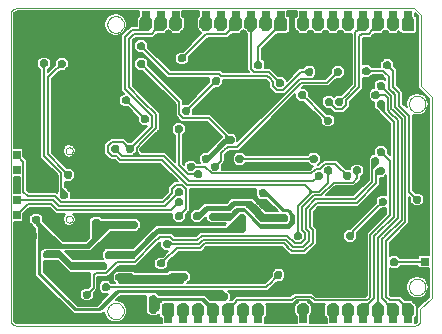
<source format=gbr>
G04 PROTEUS RS274X GERBER FILE*
%FSLAX45Y45*%
%MOMM*%
G01*
%ADD10C,0.165100*%
%ADD13C,0.250000*%
%ADD11C,0.200000*%
%ADD14C,0.609600*%
%AMPPAD007*
4,1,36,
1.050000,0.195200,
1.050000,-0.195200,
1.043940,-0.257520,
1.026490,-0.315160,
0.998770,-0.366980,
0.961890,-0.411890,
0.916980,-0.448760,
0.865160,-0.476480,
0.807520,-0.493930,
0.745200,-0.500000,
-0.745200,-0.500000,
-0.807520,-0.493930,
-0.865160,-0.476480,
-0.916980,-0.448760,
-0.961890,-0.411890,
-0.998770,-0.366980,
-1.026490,-0.315160,
-1.043940,-0.257520,
-1.050000,-0.195200,
-1.050000,0.195200,
-1.043940,0.257520,
-1.026490,0.315160,
-0.998770,0.366980,
-0.961890,0.411890,
-0.916980,0.448760,
-0.865160,0.476480,
-0.807520,0.493930,
-0.745200,0.500000,
0.745200,0.500000,
0.807520,0.493930,
0.865160,0.476480,
0.916980,0.448760,
0.961890,0.411890,
0.998770,0.366980,
1.026490,0.315160,
1.043940,0.257520,
1.050000,0.195200,
0*%
%ADD17PPAD007*%
%ADD12C,0.300000*%
%AMPPAD008*
4,1,36,
0.900000,0.195200,
0.900000,-0.195200,
0.893940,-0.257520,
0.876490,-0.315160,
0.848770,-0.366980,
0.811890,-0.411890,
0.766980,-0.448760,
0.715160,-0.476480,
0.657520,-0.493930,
0.595200,-0.500000,
-0.595200,-0.500000,
-0.657520,-0.493930,
-0.715160,-0.476480,
-0.766980,-0.448760,
-0.811890,-0.411890,
-0.848770,-0.366980,
-0.876490,-0.315160,
-0.893940,-0.257520,
-0.900000,-0.195200,
-0.900000,0.195200,
-0.893940,0.257520,
-0.876490,0.315160,
-0.848770,0.366980,
-0.811890,0.411890,
-0.766980,0.448760,
-0.715160,0.476480,
-0.657520,0.493930,
-0.595200,0.500000,
0.595200,0.500000,
0.657520,0.493930,
0.715160,0.476480,
0.766980,0.448760,
0.811890,0.411890,
0.848770,0.366980,
0.876490,0.315160,
0.893940,0.257520,
0.900000,0.195200,
0*%
%ADD18PPAD008*%
%ADD47R,0.635000X0.635000*%
%AMPPAD028*
4,1,36,
0.373000,-0.500000,
-0.373000,-0.500000,
-0.398970,-0.497470,
-0.422980,-0.490200,
-0.444580,-0.478650,
-0.463290,-0.463290,
-0.478650,-0.444570,
-0.490200,-0.422980,
-0.497470,-0.398970,
-0.500000,-0.373000,
-0.500000,0.373000,
-0.497470,0.398970,
-0.490200,0.422980,
-0.478650,0.444570,
-0.463290,0.463290,
-0.444580,0.478650,
-0.422980,0.490200,
-0.398970,0.497470,
-0.373000,0.500000,
0.373000,0.500000,
0.398970,0.497470,
0.422980,0.490200,
0.444580,0.478650,
0.463290,0.463290,
0.478650,0.444570,
0.490200,0.422980,
0.497470,0.398970,
0.500000,0.373000,
0.500000,-0.373000,
0.497470,-0.398970,
0.490200,-0.422980,
0.478650,-0.444570,
0.463290,-0.463290,
0.444580,-0.478650,
0.422980,-0.490200,
0.398970,-0.497470,
0.373000,-0.500000,
0*%
%ADD34PPAD028*%
%ADD35C,1.000000*%
%ADD46C,0.025400*%
G36*
X+1811655Y+264795D02*
X+1793668Y+264795D01*
X+1779905Y+251032D01*
X+1779905Y+231568D01*
X+1789223Y+222250D01*
X+1728677Y+222250D01*
X+1737995Y+231568D01*
X+1737995Y+251032D01*
X+1724232Y+264795D01*
X+1704768Y+264795D01*
X+1691005Y+251032D01*
X+1691005Y+231568D01*
X+1700323Y+222250D01*
X+1682750Y+222250D01*
X+1651000Y+254000D01*
X+1651000Y+285750D01*
X+1790700Y+285750D01*
X+1811655Y+264795D01*
G37*
G36*
X+1047750Y+615950D02*
X+1047750Y+584200D01*
X+1250950Y+787400D01*
X+1365250Y+787400D01*
X+1390650Y+762000D01*
X+1562100Y+762000D01*
X+1600200Y+800100D01*
X+1962150Y+800100D01*
X+1974850Y+812800D01*
X+1974850Y+920750D01*
X+1968500Y+927100D01*
X+1943100Y+927100D01*
X+1828800Y+812800D01*
X+1250950Y+812800D01*
X+1047750Y+615950D01*
G37*
G36*
X+2003287Y+1025732D02*
X+2003287Y+1007745D01*
X+1995032Y+1016000D01*
X+1988796Y+1016000D01*
X+1988700Y+1016096D01*
X+1896609Y+1016096D01*
X+1896513Y+1016000D01*
X+1893432Y+1016000D01*
X+1861682Y+984250D01*
X+1671182Y+984250D01*
X+1588632Y+901700D01*
X+1588632Y+904530D01*
X+1598295Y+914193D01*
X+1598295Y+933657D01*
X+1588632Y+943320D01*
X+1588632Y+946150D01*
X+1601332Y+946150D01*
X+1652132Y+996950D01*
X+1842632Y+996950D01*
X+1880732Y+1035050D01*
X+2012605Y+1035050D01*
X+2003287Y+1025732D01*
G37*
G36*
X+2147432Y+927100D02*
X+2303573Y+927100D01*
X+2294255Y+917782D01*
X+2294255Y+898318D01*
X+2303573Y+889000D01*
X+2122032Y+889000D01*
X+2018527Y+992505D01*
X+2036514Y+992505D01*
X+2050277Y+1006268D01*
X+2050277Y+1024255D01*
X+2147432Y+927100D01*
G37*
G36*
X+1861682Y+901700D02*
X+1728677Y+901700D01*
X+1737995Y+911018D01*
X+1737995Y+930482D01*
X+1728677Y+939800D01*
X+1874382Y+939800D01*
X+1893432Y+965200D01*
X+1925182Y+965200D01*
X+1861682Y+901700D01*
G37*
G36*
X+415236Y+689664D02*
X+415236Y+680886D01*
X+424014Y+680886D01*
X+431800Y+673100D01*
X+647700Y+673100D01*
X+655486Y+680886D01*
X+674764Y+680886D01*
X+674764Y+700164D01*
X+704850Y+730250D01*
X+704850Y+850900D01*
X+709723Y+850900D01*
X+714168Y+846455D01*
X+733632Y+846455D01*
X+738077Y+850900D01*
X+825500Y+850900D01*
X+825500Y+825500D01*
X+666750Y+666750D01*
X+279400Y+666750D01*
X+247650Y+635000D01*
X+247650Y+831850D01*
X+239088Y+840412D01*
X+251788Y+853112D01*
X+415236Y+689664D01*
G37*
G36*
X+3446145Y+2618117D02*
X+3446145Y+2011057D01*
X+3537585Y+1919617D01*
X+3537585Y+1876463D01*
X+3536838Y+1888464D01*
X+3513652Y+1938221D01*
X+3478752Y+1962456D01*
X+3441700Y+1969789D01*
X+3404648Y+1962456D01*
X+3369748Y+1938221D01*
X+3346562Y+1888464D01*
X+3345615Y+1873250D01*
X+3346562Y+1858036D01*
X+3352709Y+1844845D01*
X+3323168Y+1874386D01*
X+3323168Y+1979342D01*
X+3271519Y+2030991D01*
X+3271519Y+2166325D01*
X+3246119Y+2191725D01*
X+3246119Y+2229825D01*
X+3214075Y+2261869D01*
X+3161325Y+2261869D01*
X+3148625Y+2249169D01*
X+3148623Y+2249169D01*
X+3129281Y+2229827D01*
X+3129281Y+2185669D01*
X+3061677Y+2185669D01*
X+3048977Y+2198369D01*
X+3048975Y+2198369D01*
X+3036275Y+2211069D01*
X+2984577Y+2211069D01*
X+2984577Y+2433701D01*
X+2986775Y+2435899D01*
X+3048745Y+2435899D01*
X+3068087Y+2455241D01*
X+3068087Y+2455243D01*
X+3080725Y+2467881D01*
X+3080727Y+2467881D01*
X+3081727Y+2468881D01*
X+3144227Y+2468881D01*
X+3163569Y+2488223D01*
X+3163569Y+2488225D01*
X+3169625Y+2494281D01*
X+3169627Y+2494281D01*
X+3175000Y+2499654D01*
X+3180373Y+2494281D01*
X+3180375Y+2494281D01*
X+3186431Y+2488225D01*
X+3186431Y+2488223D01*
X+3205773Y+2468881D01*
X+3271227Y+2468881D01*
X+3290569Y+2488223D01*
X+3290569Y+2488225D01*
X+3290736Y+2488392D01*
X+3290736Y+2471586D01*
X+3312020Y+2471586D01*
X+3314725Y+2468881D01*
X+3417275Y+2468881D01*
X+3418275Y+2469881D01*
X+3418277Y+2469881D01*
X+3419982Y+2471586D01*
X+3440264Y+2471586D01*
X+3440264Y+2491868D01*
X+3442969Y+2494573D01*
X+3442969Y+2599125D01*
X+3440264Y+2601830D01*
X+3440264Y+2621114D01*
X+3422014Y+2621114D01*
X+3422014Y+2642248D01*
X+3446145Y+2618117D01*
G37*
%LPC*%
G36*
X+3278505Y+2276268D02*
X+3278505Y+2295732D01*
X+3292268Y+2309495D01*
X+3311732Y+2309495D01*
X+3325495Y+2295732D01*
X+3325495Y+2276268D01*
X+3311732Y+2262505D01*
X+3292268Y+2262505D01*
X+3278505Y+2276268D01*
G37*
%LPD*%
G36*
X+1594486Y+2619080D02*
X+1573531Y+2598125D01*
X+1573531Y+2513623D01*
X+1592873Y+2494281D01*
X+1592875Y+2494281D01*
X+1598931Y+2488225D01*
X+1598931Y+2488223D01*
X+1614855Y+2472299D01*
X+1460525Y+2317969D01*
X+1422425Y+2317969D01*
X+1390381Y+2285925D01*
X+1390381Y+2233175D01*
X+1422425Y+2201131D01*
X+1475175Y+2201131D01*
X+1507219Y+2233175D01*
X+1507219Y+2271275D01*
X+1671386Y+2435442D01*
X+1840786Y+2435442D01*
X+1874225Y+2468881D01*
X+1937727Y+2468881D01*
X+1957069Y+2488223D01*
X+1957069Y+2488225D01*
X+1963125Y+2494281D01*
X+1963127Y+2494281D01*
X+1968500Y+2499654D01*
X+1973873Y+2494281D01*
X+1973875Y+2494281D01*
X+1979931Y+2488225D01*
X+1979931Y+2488223D01*
X+1998981Y+2469173D01*
X+1998981Y+2163575D01*
X+2017379Y+2145177D01*
X+1796383Y+2145177D01*
X+1781156Y+2160404D01*
X+1353390Y+2160404D01*
X+1162609Y+2351185D01*
X+1162609Y+2390025D01*
X+1149909Y+2402725D01*
X+1149909Y+2402727D01*
X+1130567Y+2422069D01*
X+1077815Y+2422069D01*
X+1045771Y+2390025D01*
X+1045771Y+2337275D01*
X+1077815Y+2305231D01*
X+1115173Y+2305231D01*
X+1115913Y+2304491D01*
X+1115915Y+2304491D01*
X+1326040Y+2094366D01*
X+1682731Y+2094366D01*
X+1682731Y+2057325D01*
X+1498875Y+1873469D01*
X+1461769Y+1873469D01*
X+1461769Y+1903815D01*
X+1162609Y+2202975D01*
X+1162609Y+2241075D01*
X+1149909Y+2253775D01*
X+1149909Y+2253777D01*
X+1130567Y+2273119D01*
X+1077815Y+2273119D01*
X+1045771Y+2241075D01*
X+1045771Y+2188325D01*
X+1077815Y+2156281D01*
X+1115915Y+2156281D01*
X+1395731Y+1876465D01*
X+1395731Y+1772778D01*
X+1445604Y+1722905D01*
X+1663161Y+1722905D01*
X+1788136Y+1597930D01*
X+1788136Y+1593532D01*
X+1779491Y+1584887D01*
X+1779491Y+1584885D01*
X+1662725Y+1468119D01*
X+1624625Y+1468119D01*
X+1592581Y+1436075D01*
X+1592581Y+1383325D01*
X+1599337Y+1376569D01*
X+1576269Y+1376569D01*
X+1550869Y+1401969D01*
X+1498117Y+1401969D01*
X+1466073Y+1369925D01*
X+1466073Y+1360962D01*
X+1458164Y+1368871D01*
X+1458164Y+1612618D01*
X+1469119Y+1623573D01*
X+1469119Y+1623575D01*
X+1481819Y+1636275D01*
X+1481819Y+1689025D01*
X+1469119Y+1701725D01*
X+1469119Y+1701727D01*
X+1449777Y+1721069D01*
X+1397025Y+1721069D01*
X+1364981Y+1689025D01*
X+1364981Y+1636275D01*
X+1377681Y+1623575D01*
X+1377681Y+1623573D01*
X+1388636Y+1612618D01*
X+1388636Y+1386713D01*
X+1327371Y+1447978D01*
X+1327371Y+1447980D01*
X+1308029Y+1467322D01*
X+1111510Y+1467322D01*
X+1098877Y+1479955D01*
X+1098877Y+1490751D01*
X+1241958Y+1633832D01*
X+1241960Y+1633832D01*
X+1261302Y+1653174D01*
X+1261302Y+1799590D01*
X+1032908Y+2027984D01*
X+1032908Y+2412828D01*
X+1056036Y+2435956D01*
X+1206300Y+2435956D01*
X+1239225Y+2468881D01*
X+1302727Y+2468881D01*
X+1322069Y+2488223D01*
X+1322069Y+2488225D01*
X+1328125Y+2494281D01*
X+1328127Y+2494281D01*
X+1333500Y+2499654D01*
X+1338873Y+2494281D01*
X+1338875Y+2494281D01*
X+1344931Y+2488225D01*
X+1344931Y+2488223D01*
X+1364273Y+2468881D01*
X+1429727Y+2468881D01*
X+1449069Y+2488223D01*
X+1449069Y+2488225D01*
X+1455125Y+2494281D01*
X+1455127Y+2494281D01*
X+1474469Y+2513623D01*
X+1474469Y+2598125D01*
X+1453514Y+2619080D01*
X+1453514Y+2658746D01*
X+1594486Y+2658746D01*
X+1594486Y+2619080D01*
G37*
%LPC*%
G36*
X+1562255Y+2562196D02*
X+1562255Y+2530504D01*
X+1539846Y+2508095D01*
X+1508154Y+2508095D01*
X+1485745Y+2530504D01*
X+1485745Y+2562196D01*
X+1508154Y+2584605D01*
X+1539846Y+2584605D01*
X+1562255Y+2562196D01*
G37*
G36*
X+1532255Y+2632319D02*
X+1532255Y+2625481D01*
X+1527419Y+2620645D01*
X+1520581Y+2620645D01*
X+1515745Y+2625481D01*
X+1515745Y+2632319D01*
X+1520581Y+2637155D01*
X+1527419Y+2637155D01*
X+1532255Y+2632319D01*
G37*
G36*
X+1755755Y+2249818D02*
X+1755755Y+2269282D01*
X+1769518Y+2283045D01*
X+1788982Y+2283045D01*
X+1802745Y+2269282D01*
X+1802745Y+2249818D01*
X+1788982Y+2236055D01*
X+1769518Y+2236055D01*
X+1755755Y+2249818D01*
G37*
G36*
X+1463405Y+1561478D02*
X+1463405Y+1580942D01*
X+1477168Y+1594705D01*
X+1496632Y+1594705D01*
X+1510395Y+1580942D01*
X+1510395Y+1561478D01*
X+1496632Y+1547715D01*
X+1477168Y+1547715D01*
X+1463405Y+1561478D01*
G37*
G36*
X+1080695Y+2058918D02*
X+1080695Y+2078382D01*
X+1094458Y+2092145D01*
X+1113922Y+2092145D01*
X+1127685Y+2078382D01*
X+1127685Y+2058918D01*
X+1113922Y+2045155D01*
X+1094458Y+2045155D01*
X+1080695Y+2058918D01*
G37*
G36*
X+1576705Y+2059318D02*
X+1576705Y+2078782D01*
X+1590468Y+2092545D01*
X+1609932Y+2092545D01*
X+1623695Y+2078782D01*
X+1623695Y+2059318D01*
X+1609932Y+2045555D01*
X+1590468Y+2045555D01*
X+1576705Y+2059318D01*
G37*
G36*
X+1161975Y+1919753D02*
X+1161975Y+1939217D01*
X+1175738Y+1952980D01*
X+1195202Y+1952980D01*
X+1208965Y+1939217D01*
X+1208965Y+1919753D01*
X+1195202Y+1905990D01*
X+1175738Y+1905990D01*
X+1161975Y+1919753D01*
G37*
%LPD*%
G36*
X+2419986Y+2619080D02*
X+2399031Y+2598125D01*
X+2399031Y+2513623D01*
X+2418373Y+2494281D01*
X+2418375Y+2494281D01*
X+2424431Y+2488225D01*
X+2424431Y+2488223D01*
X+2443773Y+2468881D01*
X+2509227Y+2468881D01*
X+2528569Y+2488223D01*
X+2528569Y+2488225D01*
X+2534625Y+2494281D01*
X+2534627Y+2494281D01*
X+2540000Y+2499654D01*
X+2545373Y+2494281D01*
X+2545375Y+2494281D01*
X+2551431Y+2488225D01*
X+2551431Y+2488223D01*
X+2570773Y+2468881D01*
X+2636227Y+2468881D01*
X+2655569Y+2488223D01*
X+2655569Y+2488225D01*
X+2661625Y+2494281D01*
X+2661627Y+2494281D01*
X+2667000Y+2499654D01*
X+2672373Y+2494281D01*
X+2672375Y+2494281D01*
X+2678431Y+2488225D01*
X+2678431Y+2488223D01*
X+2697773Y+2468881D01*
X+2763227Y+2468881D01*
X+2782569Y+2488223D01*
X+2782569Y+2488225D01*
X+2788625Y+2494281D01*
X+2788627Y+2494281D01*
X+2794000Y+2499654D01*
X+2799373Y+2494281D01*
X+2799375Y+2494281D01*
X+2805431Y+2488225D01*
X+2805431Y+2488223D01*
X+2824773Y+2468881D01*
X+2885585Y+2468881D01*
X+2885585Y+2041979D01*
X+2794325Y+1950719D01*
X+2756225Y+1950719D01*
X+2738151Y+1932645D01*
X+2720077Y+1950719D01*
X+2667323Y+1950719D01*
X+2647981Y+1931377D01*
X+2647981Y+1931375D01*
X+2635281Y+1918675D01*
X+2635281Y+1865925D01*
X+2667325Y+1833881D01*
X+2705425Y+1833881D01*
X+2738346Y+1800960D01*
X+2822644Y+1800960D01*
X+2873987Y+1852303D01*
X+2873987Y+1890367D01*
X+2965233Y+1981613D01*
X+2965235Y+1981613D01*
X+2984577Y+2000955D01*
X+2984577Y+2094231D01*
X+3036275Y+2094231D01*
X+3048975Y+2106931D01*
X+3048977Y+2106931D01*
X+3061677Y+2119631D01*
X+3140165Y+2119631D01*
X+3172557Y+2087239D01*
X+3172557Y+2074787D01*
X+3159275Y+2088069D01*
X+3106525Y+2088069D01*
X+3074481Y+2056025D01*
X+3074481Y+2008069D01*
X+3062075Y+2008069D01*
X+3030031Y+1976025D01*
X+3030031Y+1923275D01*
X+3062075Y+1891231D01*
X+3074481Y+1891231D01*
X+3074481Y+1843275D01*
X+3087181Y+1830575D01*
X+3087181Y+1830573D01*
X+3106523Y+1811231D01*
X+3106525Y+1811231D01*
X+3125281Y+1792475D01*
X+3125281Y+1792473D01*
X+3144623Y+1773131D01*
X+3144625Y+1773131D01*
X+3210382Y+1707374D01*
X+3210382Y+1439726D01*
X+3192183Y+1457925D01*
X+3192183Y+1496025D01*
X+3160139Y+1528069D01*
X+3107389Y+1528069D01*
X+3075345Y+1496025D01*
X+3075345Y+1448069D01*
X+3062075Y+1448069D01*
X+3030031Y+1416025D01*
X+3030031Y+1227924D01*
X+2901123Y+1099016D01*
X+2671238Y+1099016D01*
X+2747474Y+1175252D01*
X+2907839Y+1175252D01*
X+2962925Y+1230338D01*
X+2962925Y+1259329D01*
X+2988319Y+1284723D01*
X+2988319Y+1337475D01*
X+2956275Y+1369519D01*
X+2903525Y+1369519D01*
X+2871481Y+1337475D01*
X+2871481Y+1325069D01*
X+2838175Y+1325069D01*
X+2780088Y+1383156D01*
X+2780088Y+1383158D01*
X+2760746Y+1402500D01*
X+2649864Y+1402500D01*
X+2605372Y+1358008D01*
X+2598502Y+1358008D01*
X+2623819Y+1383325D01*
X+2623819Y+1436075D01*
X+2591775Y+1468119D01*
X+2539025Y+1468119D01*
X+2526325Y+1455419D01*
X+2526323Y+1455419D01*
X+2513623Y+1442719D01*
X+1988527Y+1442719D01*
X+1975827Y+1455419D01*
X+1975825Y+1455419D01*
X+1963125Y+1468119D01*
X+1910375Y+1468119D01*
X+1878331Y+1436075D01*
X+1878331Y+1383325D01*
X+1910375Y+1351281D01*
X+1963125Y+1351281D01*
X+1975825Y+1363981D01*
X+1975827Y+1363981D01*
X+1988527Y+1376681D01*
X+2513623Y+1376681D01*
X+2526323Y+1363981D01*
X+2526325Y+1363981D01*
X+2539025Y+1351281D01*
X+2563125Y+1351281D01*
X+2562961Y+1351117D01*
X+2562935Y+1351117D01*
X+2530026Y+1318208D01*
X+1786111Y+1318208D01*
X+1786111Y+1355275D01*
X+1798517Y+1367681D01*
X+1798519Y+1367681D01*
X+1817861Y+1387023D01*
X+1817861Y+1445165D01*
X+1852552Y+1479856D01*
X+1931856Y+1479856D01*
X+2408556Y+1956556D01*
X+2408556Y+1926250D01*
X+2440600Y+1894206D01*
X+2478700Y+1894206D01*
X+2627631Y+1745275D01*
X+2627631Y+1707175D01*
X+2659675Y+1675131D01*
X+2712425Y+1675131D01*
X+2744469Y+1707175D01*
X+2744469Y+1759925D01*
X+2712425Y+1791969D01*
X+2674325Y+1791969D01*
X+2525394Y+1940900D01*
X+2525394Y+1979000D01*
X+2512694Y+1991700D01*
X+2512694Y+1991702D01*
X+2493352Y+2011044D01*
X+2463043Y+2011044D01*
X+2473988Y+2021989D01*
X+2692285Y+2021989D01*
X+2711627Y+2041331D01*
X+2711627Y+2041333D01*
X+2758175Y+2087881D01*
X+2796277Y+2087881D01*
X+2828319Y+2119923D01*
X+2828319Y+2172675D01*
X+2796275Y+2204719D01*
X+2743525Y+2204719D01*
X+2711481Y+2172675D01*
X+2711481Y+2134575D01*
X+2664933Y+2088027D01*
X+2556421Y+2088027D01*
X+2588319Y+2119925D01*
X+2588319Y+2172675D01*
X+2556275Y+2204719D01*
X+2503525Y+2204719D01*
X+2490825Y+2192019D01*
X+2490823Y+2192019D01*
X+2478123Y+2179319D01*
X+2444708Y+2179319D01*
X+2337069Y+2071680D01*
X+2337069Y+2077625D01*
X+2324369Y+2090325D01*
X+2324369Y+2090327D01*
X+2305027Y+2109669D01*
X+2266925Y+2109669D01*
X+2198471Y+2178123D01*
X+2153919Y+2178123D01*
X+2153919Y+2229825D01*
X+2141219Y+2242525D01*
X+2141219Y+2242527D01*
X+2128519Y+2255227D01*
X+2128519Y+2342175D01*
X+2255225Y+2468881D01*
X+2337777Y+2468881D01*
X+2340482Y+2471586D01*
X+2360764Y+2471586D01*
X+2360764Y+2491868D01*
X+2363469Y+2494573D01*
X+2363469Y+2598125D01*
X+2360764Y+2600830D01*
X+2360764Y+2621114D01*
X+2342514Y+2621114D01*
X+2342514Y+2658746D01*
X+2419986Y+2658746D01*
X+2419986Y+2619080D01*
G37*
%LPC*%
G36*
X+2986405Y+1539918D02*
X+2986405Y+1559382D01*
X+3000168Y+1573145D01*
X+3019632Y+1573145D01*
X+3033395Y+1559382D01*
X+3033395Y+1539918D01*
X+3019632Y+1526155D01*
X+3000168Y+1526155D01*
X+2986405Y+1539918D01*
G37*
G36*
X+2478405Y+1539918D02*
X+2478405Y+1559382D01*
X+2492168Y+1573145D01*
X+2511632Y+1573145D01*
X+2525395Y+1559382D01*
X+2525395Y+1539918D01*
X+2511632Y+1526155D01*
X+2492168Y+1526155D01*
X+2478405Y+1539918D01*
G37*
G36*
X+2338705Y+1805318D02*
X+2338705Y+1824782D01*
X+2352468Y+1838545D01*
X+2371932Y+1838545D01*
X+2385695Y+1824782D01*
X+2385695Y+1805318D01*
X+2371932Y+1791555D01*
X+2352468Y+1791555D01*
X+2338705Y+1805318D01*
G37*
G36*
X+2770505Y+2022268D02*
X+2770505Y+2041732D01*
X+2784268Y+2055495D01*
X+2803732Y+2055495D01*
X+2817495Y+2041732D01*
X+2817495Y+2022268D01*
X+2803732Y+2008505D01*
X+2784268Y+2008505D01*
X+2770505Y+2022268D01*
G37*
G36*
X+2334955Y+2136568D02*
X+2334955Y+2156032D01*
X+2348718Y+2169795D01*
X+2368182Y+2169795D01*
X+2381945Y+2156032D01*
X+2381945Y+2136568D01*
X+2368182Y+2122805D01*
X+2348718Y+2122805D01*
X+2334955Y+2136568D01*
G37*
%LPD*%
G36*
X+3537585Y+596264D02*
X+3448686Y+596264D01*
X+3448686Y+566419D01*
X+3296627Y+566419D01*
X+3283927Y+579119D01*
X+3283925Y+579119D01*
X+3271225Y+591819D01*
X+3218475Y+591819D01*
X+3210430Y+583774D01*
X+3210430Y+699406D01*
X+3375267Y+864243D01*
X+3375267Y+1083999D01*
X+3383281Y+1075985D01*
X+3383281Y+1037883D01*
X+3402623Y+1018541D01*
X+3402625Y+1018541D01*
X+3415325Y+1005841D01*
X+3468075Y+1005841D01*
X+3500119Y+1037885D01*
X+3500119Y+1090635D01*
X+3487419Y+1103335D01*
X+3487419Y+1103337D01*
X+3468077Y+1122679D01*
X+3429975Y+1122679D01*
X+3408245Y+1144409D01*
X+3408245Y+1783332D01*
X+3441700Y+1776711D01*
X+3478752Y+1784044D01*
X+3513652Y+1808279D01*
X+3536838Y+1858036D01*
X+3537585Y+1870037D01*
X+3537585Y+596264D01*
G37*
%LPC*%
G36*
X+3528695Y+676482D02*
X+3528695Y+657018D01*
X+3514932Y+643255D01*
X+3495468Y+643255D01*
X+3481705Y+657018D01*
X+3481705Y+676482D01*
X+3495468Y+690245D01*
X+3514932Y+690245D01*
X+3528695Y+676482D01*
G37*
G36*
X+3486480Y+1419018D02*
X+3486480Y+1438482D01*
X+3500243Y+1452245D01*
X+3519707Y+1452245D01*
X+3533470Y+1438482D01*
X+3533470Y+1419018D01*
X+3519707Y+1405255D01*
X+3500243Y+1405255D01*
X+3486480Y+1419018D01*
G37*
%LPD*%
G36*
X+1086486Y+2619080D02*
X+1065531Y+2598125D01*
X+1065531Y+2534919D01*
X+1015025Y+2534919D01*
X+933931Y+2453825D01*
X+933931Y+1986984D01*
X+958846Y+1962069D01*
X+952875Y+1962069D01*
X+920831Y+1930025D01*
X+920831Y+1877275D01*
X+952875Y+1845231D01*
X+990975Y+1845231D01*
X+1078581Y+1757625D01*
X+1078581Y+1719525D01*
X+1110625Y+1687481D01*
X+1155637Y+1687481D01*
X+1019225Y+1551069D01*
X+995775Y+1551069D01*
X+962845Y+1583999D01*
X+845233Y+1583999D01*
X+793907Y+1532673D01*
X+793907Y+1452633D01*
X+825916Y+1420624D01*
X+825916Y+1420622D01*
X+845258Y+1401280D01*
X+882984Y+1401280D01*
X+915904Y+1368360D01*
X+1266990Y+1368360D01*
X+1416332Y+1219018D01*
X+1383158Y+1219018D01*
X+1331772Y+1167632D01*
X+1331772Y+1129814D01*
X+1323517Y+1121559D01*
X+1323483Y+1121559D01*
X+1278138Y+1076214D01*
X+508519Y+1076214D01*
X+508519Y+1127925D01*
X+495819Y+1140625D01*
X+495819Y+1140627D01*
X+476477Y+1159969D01*
X+476475Y+1159969D01*
X+462872Y+1173572D01*
X+462872Y+1216131D01*
X+514575Y+1216131D01*
X+546619Y+1248175D01*
X+546619Y+1300925D01*
X+514575Y+1332969D01*
X+476475Y+1332969D01*
X+347917Y+1461527D01*
X+347917Y+2084653D01*
X+420335Y+2157071D01*
X+458437Y+2157071D01*
X+477779Y+2176413D01*
X+477779Y+2176415D01*
X+490479Y+2189115D01*
X+490479Y+2241865D01*
X+458435Y+2273909D01*
X+405685Y+2273909D01*
X+373641Y+2241865D01*
X+373641Y+2203765D01*
X+314959Y+2145083D01*
X+314959Y+2164983D01*
X+340359Y+2190383D01*
X+340359Y+2243135D01*
X+308315Y+2275179D01*
X+255565Y+2275179D01*
X+223521Y+2243135D01*
X+223521Y+2190385D01*
X+236221Y+2177685D01*
X+236221Y+2177683D01*
X+248921Y+2164983D01*
X+248921Y+1420552D01*
X+268263Y+1401210D01*
X+268265Y+1401210D01*
X+396834Y+1272641D01*
X+396834Y+1133080D01*
X+391681Y+1127927D01*
X+391681Y+1121977D01*
X+387237Y+1126421D01*
X+158523Y+1126421D01*
X+140969Y+1143975D01*
X+140969Y+1397975D01*
X+107314Y+1431630D01*
X+107314Y+1497964D01*
X+26035Y+1497964D01*
X+26035Y+2631456D01*
X+28464Y+2643851D01*
X+33455Y+2651325D01*
X+40929Y+2656316D01*
X+53329Y+2658746D01*
X+1086486Y+2658746D01*
X+1086486Y+2619080D01*
G37*
%LPC*%
G36*
X+520414Y+1525836D02*
X+530683Y+1522540D01*
X+551035Y+1482948D01*
X+551035Y+1470352D01*
X+530683Y+1430760D01*
X+495000Y+1419308D01*
X+459317Y+1430760D01*
X+438965Y+1470352D01*
X+438965Y+1482948D01*
X+459317Y+1522540D01*
X+495000Y+1533992D01*
X+520414Y+1525836D01*
G37*
G36*
X+894055Y+2641888D02*
X+894055Y+2641889D01*
X+926052Y+2635556D01*
X+960952Y+2611321D01*
X+984138Y+2561564D01*
X+985085Y+2546350D01*
X+984138Y+2531136D01*
X+960952Y+2481379D01*
X+926052Y+2457144D01*
X+889000Y+2449811D01*
X+883945Y+2450811D01*
X+851948Y+2457144D01*
X+817048Y+2481379D01*
X+793862Y+2531136D01*
X+792915Y+2546350D01*
X+793862Y+2561564D01*
X+817048Y+2611321D01*
X+851948Y+2635556D01*
X+889000Y+2642889D01*
X+894055Y+2641888D01*
G37*
G36*
X+531060Y+1653305D02*
X+558940Y+1653305D01*
X+578655Y+1633590D01*
X+578655Y+1605710D01*
X+558940Y+1585995D01*
X+531060Y+1585995D01*
X+511345Y+1605710D01*
X+511345Y+1633590D01*
X+531060Y+1653305D01*
G37*
G36*
X+113060Y+1653305D02*
X+140940Y+1653305D01*
X+160655Y+1633590D01*
X+160655Y+1605710D01*
X+140940Y+1585995D01*
X+113060Y+1585995D01*
X+93345Y+1605710D01*
X+93345Y+1633590D01*
X+113060Y+1653305D01*
G37*
G36*
X+739005Y+1429358D02*
X+739005Y+1448822D01*
X+752768Y+1462585D01*
X+772232Y+1462585D01*
X+785995Y+1448822D01*
X+785995Y+1429358D01*
X+772232Y+1415595D01*
X+752768Y+1415595D01*
X+739005Y+1429358D01*
G37*
G36*
X+899005Y+1731358D02*
X+899005Y+1750822D01*
X+912768Y+1764585D01*
X+932232Y+1764585D01*
X+945995Y+1750822D01*
X+945995Y+1731358D01*
X+932232Y+1717595D01*
X+912768Y+1717595D01*
X+899005Y+1731358D01*
G37*
G36*
X+1084005Y+1197918D02*
X+1084005Y+1217382D01*
X+1097768Y+1231145D01*
X+1117232Y+1231145D01*
X+1130995Y+1217382D01*
X+1130995Y+1197918D01*
X+1117232Y+1184155D01*
X+1097768Y+1184155D01*
X+1084005Y+1197918D01*
G37*
G36*
X+408565Y+1951758D02*
X+408565Y+1971222D01*
X+422328Y+1984985D01*
X+441792Y+1984985D01*
X+455555Y+1971222D01*
X+455555Y+1951758D01*
X+441792Y+1937995D01*
X+422328Y+1937995D01*
X+408565Y+1951758D01*
G37*
G36*
X+309505Y+2549318D02*
X+309505Y+2568782D01*
X+323268Y+2582545D01*
X+342732Y+2582545D01*
X+356495Y+2568782D01*
X+356495Y+2549318D01*
X+342732Y+2535555D01*
X+323268Y+2535555D01*
X+309505Y+2549318D01*
G37*
G36*
X+103765Y+1983508D02*
X+103765Y+2002972D01*
X+117528Y+2016735D01*
X+136992Y+2016735D01*
X+150755Y+2002972D01*
X+150755Y+1983508D01*
X+136992Y+1969745D01*
X+117528Y+1969745D01*
X+103765Y+1983508D01*
G37*
%LPD*%
G36*
X+74931Y+1116964D02*
X+26035Y+1116964D01*
X+26035Y+1257936D01*
X+74931Y+1257936D01*
X+74931Y+1116964D01*
G37*
%LPC*%
G36*
X+74295Y+1197182D02*
X+74295Y+1177718D01*
X+60532Y+1163955D01*
X+41068Y+1163955D01*
X+27305Y+1177718D01*
X+27305Y+1197182D01*
X+41068Y+1210945D01*
X+60532Y+1210945D01*
X+74295Y+1197182D01*
G37*
%LPD*%
G36*
X+2074181Y+1148025D02*
X+2074181Y+1095275D01*
X+2106225Y+1063231D01*
X+2162451Y+1063231D01*
X+2259213Y+966469D01*
X+2161107Y+966469D01*
X+2123301Y+1004275D01*
X+2123301Y+1004277D01*
X+2103959Y+1023619D01*
X+2103957Y+1023619D01*
X+2097901Y+1029675D01*
X+2097901Y+1029677D01*
X+2065859Y+1061719D01*
X+2065857Y+1061719D01*
X+2053157Y+1074419D01*
X+1867057Y+1074419D01*
X+1828957Y+1036319D01*
X+1640500Y+1036319D01*
X+1587017Y+982836D01*
X+1587015Y+982836D01*
X+1586523Y+982344D01*
X+1548917Y+982344D01*
X+1516873Y+950300D01*
X+1516873Y+897550D01*
X+1548917Y+865506D01*
X+1589725Y+865506D01*
X+1596378Y+862750D01*
X+1599134Y+865506D01*
X+1601670Y+865506D01*
X+1620063Y+883901D01*
X+1633711Y+897548D01*
X+1633711Y+897551D01*
X+1656081Y+919921D01*
X+1656081Y+894375D01*
X+1688125Y+862331D01*
X+1826537Y+862331D01*
X+1816375Y+852169D01*
X+1234325Y+852169D01*
X+1034475Y+652319D01*
X+802075Y+652319D01*
X+789375Y+639619D01*
X+789373Y+639619D01*
X+770031Y+620277D01*
X+770031Y+567523D01*
X+780485Y+557069D01*
X+526525Y+557069D01*
X+458006Y+625588D01*
X+678632Y+625588D01*
X+845525Y+792481D01*
X+1067775Y+792481D01*
X+1080475Y+805181D01*
X+1080477Y+805181D01*
X+1099819Y+824523D01*
X+1099819Y+877277D01*
X+1067777Y+909319D01*
X+769327Y+909319D01*
X+762977Y+915669D01*
X+762975Y+915669D01*
X+750275Y+928369D01*
X+697525Y+928369D01*
X+665481Y+896325D01*
X+665481Y+742043D01*
X+634682Y+711244D01*
X+504271Y+711244D01*
X+504270Y+711245D01*
X+446699Y+711245D01*
X+275531Y+882413D01*
X+275531Y+882415D01*
X+274319Y+883627D01*
X+274319Y+921725D01*
X+261619Y+934425D01*
X+261619Y+934427D01*
X+242277Y+953769D01*
X+189523Y+953769D01*
X+170181Y+934427D01*
X+170181Y+934425D01*
X+157481Y+921725D01*
X+157481Y+868975D01*
X+170181Y+856275D01*
X+170181Y+856273D01*
X+209493Y+816961D01*
X+209493Y+416913D01*
X+532425Y+93981D01*
X+773317Y+93981D01*
X+780657Y+101321D01*
X+780659Y+101321D01*
X+793329Y+113991D01*
X+793862Y+105436D01*
X+817048Y+55679D01*
X+851948Y+31444D01*
X+889000Y+24111D01*
X+926052Y+31444D01*
X+960952Y+55679D01*
X+984138Y+105436D01*
X+985085Y+120650D01*
X+984138Y+135864D01*
X+960952Y+185621D01*
X+926052Y+209856D01*
X+895282Y+215946D01*
X+926947Y+247611D01*
X+1148081Y+247611D01*
X+1148081Y+106975D01*
X+1180125Y+74931D01*
X+1232875Y+74931D01*
X+1245575Y+87631D01*
X+1245577Y+87631D01*
X+1256031Y+98085D01*
X+1256031Y+81573D01*
X+1258736Y+78868D01*
X+1258736Y+58586D01*
X+1276986Y+58586D01*
X+1276986Y+20955D01*
X+53324Y+20955D01*
X+40929Y+23384D01*
X+33455Y+28375D01*
X+28464Y+35849D01*
X+26035Y+48244D01*
X+26035Y+876936D01*
X+107314Y+876936D01*
X+107314Y+943270D01*
X+158494Y+994450D01*
X+329751Y+994450D01*
X+360532Y+963669D01*
X+360532Y+963667D01*
X+379874Y+944325D01*
X+459206Y+944325D01*
X+438965Y+904948D01*
X+438965Y+892352D01*
X+459317Y+852760D01*
X+495000Y+841308D01*
X+530683Y+852760D01*
X+551035Y+892352D01*
X+551035Y+904948D01*
X+530794Y+944325D01*
X+1364473Y+944325D01*
X+1364473Y+897550D01*
X+1396517Y+865506D01*
X+1449267Y+865506D01*
X+1481311Y+897550D01*
X+1481311Y+935647D01*
X+1495353Y+949689D01*
X+1514544Y+968883D01*
X+1514544Y+1153672D01*
X+2079828Y+1153672D01*
X+2074181Y+1148025D01*
G37*
%LPC*%
G36*
X+531060Y+789305D02*
X+558940Y+789305D01*
X+578655Y+769590D01*
X+578655Y+741710D01*
X+558940Y+721995D01*
X+531060Y+721995D01*
X+511345Y+741710D01*
X+511345Y+769590D01*
X+531060Y+789305D01*
G37*
G36*
X+113060Y+789305D02*
X+140940Y+789305D01*
X+160655Y+769590D01*
X+160655Y+741710D01*
X+140940Y+721995D01*
X+113060Y+721995D01*
X+93345Y+741710D01*
X+93345Y+769590D01*
X+113060Y+789305D01*
G37*
G36*
X+1520305Y+1117918D02*
X+1520305Y+1137382D01*
X+1534068Y+1151145D01*
X+1553532Y+1151145D01*
X+1567295Y+1137382D01*
X+1567295Y+1117918D01*
X+1553532Y+1104155D01*
X+1534068Y+1104155D01*
X+1520305Y+1117918D01*
G37*
G36*
X+1520305Y+1033468D02*
X+1520305Y+1052932D01*
X+1534068Y+1066695D01*
X+1553532Y+1066695D01*
X+1567295Y+1052932D01*
X+1567295Y+1033468D01*
X+1553532Y+1019705D01*
X+1534068Y+1019705D01*
X+1520305Y+1033468D01*
G37*
G36*
X+103505Y+205508D02*
X+103505Y+224972D01*
X+117268Y+238735D01*
X+136732Y+238735D01*
X+150495Y+224972D01*
X+150495Y+205508D01*
X+136732Y+191745D01*
X+117268Y+191745D01*
X+103505Y+205508D01*
G37*
G36*
X+103505Y+402358D02*
X+103505Y+421822D01*
X+117268Y+435585D01*
X+136732Y+435585D01*
X+150495Y+421822D01*
X+150495Y+402358D01*
X+136732Y+388595D01*
X+117268Y+388595D01*
X+103505Y+402358D01*
G37*
G36*
X+2160195Y+987573D02*
X+2160195Y+1007037D01*
X+2173958Y+1020800D01*
X+2193422Y+1020800D01*
X+2207185Y+1007037D01*
X+2207185Y+987573D01*
X+2193422Y+973810D01*
X+2173958Y+973810D01*
X+2160195Y+987573D01*
G37*
G36*
X+992505Y+199818D02*
X+992505Y+219282D01*
X+1006268Y+233045D01*
X+1025732Y+233045D01*
X+1039495Y+219282D01*
X+1039495Y+199818D01*
X+1025732Y+186055D01*
X+1006268Y+186055D01*
X+992505Y+199818D01*
G37*
G36*
X+620395Y+53768D02*
X+620395Y+73232D01*
X+634158Y+86995D01*
X+653622Y+86995D01*
X+667385Y+73232D01*
X+667385Y+53768D01*
X+653622Y+40005D01*
X+634158Y+40005D01*
X+620395Y+53768D01*
G37*
%LPD*%
G36*
X+3448686Y+483236D02*
X+3537585Y+483236D01*
X+3537585Y+327063D01*
X+3536838Y+339064D01*
X+3513652Y+388821D01*
X+3478752Y+413056D01*
X+3441700Y+420389D01*
X+3404648Y+413056D01*
X+3369748Y+388821D01*
X+3346562Y+339064D01*
X+3345615Y+323850D01*
X+3346562Y+308636D01*
X+3369748Y+258879D01*
X+3404648Y+234644D01*
X+3441700Y+227311D01*
X+3478752Y+234644D01*
X+3513652Y+258879D01*
X+3536838Y+308636D01*
X+3537585Y+320637D01*
X+3537585Y+241923D01*
X+3443605Y+147943D01*
X+3443605Y+48244D01*
X+3441176Y+35849D01*
X+3436185Y+28375D01*
X+3428711Y+23384D01*
X+3422014Y+22072D01*
X+3422014Y+60620D01*
X+3442969Y+81575D01*
X+3442969Y+166077D01*
X+3423627Y+185419D01*
X+3423625Y+185419D01*
X+3417569Y+191475D01*
X+3417569Y+191477D01*
X+3398227Y+210819D01*
X+3334725Y+210819D01*
X+3301751Y+243793D01*
X+3221325Y+243793D01*
X+3210430Y+254688D01*
X+3210430Y+483026D01*
X+3218475Y+474981D01*
X+3271225Y+474981D01*
X+3283925Y+487681D01*
X+3283927Y+487681D01*
X+3296627Y+500381D01*
X+3448686Y+500381D01*
X+3448686Y+483236D01*
G37*
%LPC*%
G36*
X+3278505Y+276018D02*
X+3278505Y+295482D01*
X+3292268Y+309245D01*
X+3311732Y+309245D01*
X+3325495Y+295482D01*
X+3325495Y+276018D01*
X+3311732Y+262255D01*
X+3292268Y+262255D01*
X+3278505Y+276018D01*
G37*
G36*
X+3486480Y+434768D02*
X+3486480Y+454232D01*
X+3500243Y+467995D01*
X+3519707Y+467995D01*
X+3533470Y+454232D01*
X+3533470Y+434768D01*
X+3519707Y+421005D01*
X+3500243Y+421005D01*
X+3486480Y+434768D01*
G37*
%LPD*%
G36*
X+2542672Y+195080D02*
X+2560016Y+177736D01*
X+2664690Y+177736D01*
X+2653031Y+166077D01*
X+2653031Y+81575D01*
X+2673986Y+60620D01*
X+2673986Y+20955D01*
X+2533014Y+20955D01*
X+2533014Y+79670D01*
X+2534625Y+81281D01*
X+2534627Y+81281D01*
X+2553969Y+100623D01*
X+2553969Y+166077D01*
X+2534627Y+185419D01*
X+2534625Y+185419D01*
X+2528569Y+191475D01*
X+2528569Y+191477D01*
X+2509358Y+210688D01*
X+2527064Y+210688D01*
X+2542672Y+195080D01*
G37*
%LPC*%
G36*
X+2595245Y+47381D02*
X+2595245Y+54219D01*
X+2600081Y+59055D01*
X+2606919Y+59055D01*
X+2611755Y+54219D01*
X+2611755Y+47381D01*
X+2606919Y+42545D01*
X+2600081Y+42545D01*
X+2595245Y+47381D01*
G37*
G36*
X+2565245Y+117504D02*
X+2565245Y+149196D01*
X+2587654Y+171605D01*
X+2619346Y+171605D01*
X+2641755Y+149196D01*
X+2641755Y+117504D01*
X+2619346Y+95095D01*
X+2587654Y+95095D01*
X+2565245Y+117504D01*
G37*
%LPD*%
G36*
X+2424431Y+191477D02*
X+2424431Y+191475D01*
X+2418375Y+185419D01*
X+2418373Y+185419D01*
X+2399031Y+166077D01*
X+2399031Y+100623D01*
X+2418373Y+81281D01*
X+2418375Y+81281D01*
X+2419986Y+79670D01*
X+2419986Y+20955D01*
X+2152014Y+20955D01*
X+2152014Y+60620D01*
X+2172969Y+81575D01*
X+2172969Y+166077D01*
X+2161294Y+177752D01*
X+2393981Y+177752D01*
X+2426917Y+210688D01*
X+2443642Y+210688D01*
X+2424431Y+191477D01*
G37*
%LPC*%
G36*
X+2214245Y+47381D02*
X+2214245Y+54219D01*
X+2219081Y+59055D01*
X+2225919Y+59055D01*
X+2230755Y+54219D01*
X+2230755Y+47381D01*
X+2225919Y+42545D01*
X+2219081Y+42545D01*
X+2214245Y+47381D01*
G37*
G36*
X+2184245Y+117504D02*
X+2184245Y+149196D01*
X+2206654Y+171605D01*
X+2238346Y+171605D01*
X+2260755Y+149196D01*
X+2260755Y+117504D01*
X+2238346Y+95095D01*
X+2206654Y+95095D01*
X+2184245Y+117504D01*
G37*
G36*
X+2341245Y+47381D02*
X+2341245Y+54219D01*
X+2346081Y+59055D01*
X+2352919Y+59055D01*
X+2357755Y+54219D01*
X+2357755Y+47381D01*
X+2352919Y+42545D01*
X+2346081Y+42545D01*
X+2341245Y+47381D01*
G37*
G36*
X+2311245Y+117504D02*
X+2311245Y+149196D01*
X+2333654Y+171605D01*
X+2365346Y+171605D01*
X+2387755Y+149196D01*
X+2387755Y+117504D01*
X+2365346Y+95095D01*
X+2333654Y+95095D01*
X+2311245Y+117504D01*
G37*
%LPD*%
G36*
X+2169112Y+2067512D02*
X+2187282Y+2049342D01*
X+2187282Y+2011266D01*
X+2219332Y+1979216D01*
X+2219332Y+1979214D01*
X+2238674Y+1959872D01*
X+2238676Y+1959872D01*
X+2238679Y+1959869D01*
X+2318481Y+1959869D01*
X+1919969Y+1561357D01*
X+1919969Y+1597585D01*
X+1887925Y+1629629D01*
X+1849827Y+1629629D01*
X+1834832Y+1644624D01*
X+1834830Y+1644624D01*
X+1690511Y+1788943D01*
X+1545569Y+1788943D01*
X+1545569Y+1826775D01*
X+1729425Y+2010631D01*
X+1767525Y+2010631D01*
X+1799569Y+2042675D01*
X+1799569Y+2079139D01*
X+2157485Y+2079139D01*
X+2169112Y+2067512D01*
G37*
%LPC*%
G36*
X+1850755Y+1703718D02*
X+1850755Y+1723182D01*
X+1864518Y+1736945D01*
X+1883982Y+1736945D01*
X+1897745Y+1723182D01*
X+1897745Y+1703718D01*
X+1883982Y+1689955D01*
X+1864518Y+1689955D01*
X+1850755Y+1703718D01*
G37*
G36*
X+1717655Y+1932318D02*
X+1717655Y+1951782D01*
X+1731418Y+1965545D01*
X+1750882Y+1965545D01*
X+1764645Y+1951782D01*
X+1764645Y+1932318D01*
X+1750882Y+1918555D01*
X+1731418Y+1918555D01*
X+1717655Y+1932318D01*
G37*
%LPD*%
G36*
X+3177414Y+1106169D02*
X+3125725Y+1106169D01*
X+3093681Y+1074125D01*
X+3093681Y+1036025D01*
X+2885275Y+827619D01*
X+2885273Y+827619D01*
X+2875373Y+817719D01*
X+2847175Y+817719D01*
X+2815131Y+785675D01*
X+2815131Y+732925D01*
X+2847175Y+700881D01*
X+2899925Y+700881D01*
X+2931969Y+732925D01*
X+2931969Y+780925D01*
X+3140375Y+989331D01*
X+3177414Y+989331D01*
X+3177414Y+946153D01*
X+3031945Y+800684D01*
X+3031943Y+800684D01*
X+3012601Y+781342D01*
X+3012601Y+254715D01*
X+3001660Y+243774D01*
X+2587366Y+243774D01*
X+2554414Y+276726D01*
X+2399567Y+276726D01*
X+2366631Y+243790D01*
X+1905246Y+243790D01*
X+1872275Y+210819D01*
X+1857713Y+210819D01*
X+1861819Y+214925D01*
X+1861819Y+267675D01*
X+1849119Y+280375D01*
X+1849119Y+280377D01*
X+1837431Y+292065D01*
X+2179499Y+292065D01*
X+2255225Y+367791D01*
X+2293325Y+367791D01*
X+2325369Y+399835D01*
X+2325369Y+452585D01*
X+2293325Y+484629D01*
X+2240575Y+484629D01*
X+2227875Y+471929D01*
X+2227873Y+471929D01*
X+2208531Y+452587D01*
X+2208531Y+414485D01*
X+2152149Y+358103D01*
X+1496149Y+358103D01*
X+1522869Y+384823D01*
X+1522869Y+437577D01*
X+1490827Y+469619D01*
X+1344573Y+469619D01*
X+1325523Y+450569D01*
X+1048727Y+450569D01*
X+1036027Y+463269D01*
X+894373Y+463269D01*
X+862331Y+431227D01*
X+862331Y+378473D01*
X+882701Y+358103D01*
X+852443Y+358103D01*
X+829827Y+380719D01*
X+777075Y+380719D01*
X+745031Y+348675D01*
X+745031Y+295925D01*
X+777075Y+263881D01*
X+826786Y+263881D01*
X+730264Y+167359D01*
X+566985Y+167359D01*
X+284302Y+450042D01*
X+284302Y+541831D01*
X+397575Y+541831D01*
X+499175Y+440231D01*
X+671487Y+440231D01*
X+668831Y+437575D01*
X+668831Y+331985D01*
X+655615Y+318769D01*
X+617515Y+318769D01*
X+585471Y+286725D01*
X+585471Y+233975D01*
X+617515Y+201931D01*
X+670265Y+201931D01*
X+702309Y+233975D01*
X+702309Y+272075D01*
X+715525Y+285291D01*
X+715527Y+285291D01*
X+734869Y+304633D01*
X+734869Y+407275D01*
X+819597Y+407275D01*
X+853889Y+441567D01*
X+853891Y+441567D01*
X+914850Y+502526D01*
X+1062752Y+502526D01*
X+1267131Y+706905D01*
X+1267131Y+662725D01*
X+1299175Y+630681D01*
X+1335537Y+630681D01*
X+1287275Y+582419D01*
X+1249173Y+582419D01*
X+1229831Y+563077D01*
X+1229831Y+563075D01*
X+1217131Y+550375D01*
X+1217131Y+497625D01*
X+1249175Y+465581D01*
X+1301925Y+465581D01*
X+1333969Y+497625D01*
X+1333969Y+535725D01*
X+1421378Y+623134D01*
X+1620200Y+623134D01*
X+1657367Y+660301D01*
X+2300191Y+660301D01*
X+2364759Y+595732D01*
X+2499408Y+595732D01*
X+2589360Y+685684D01*
X+2589360Y+820221D01*
X+2563976Y+845605D01*
X+2563976Y+958716D01*
X+2605254Y+999994D01*
X+2942130Y+999994D01*
X+3109686Y+1167550D01*
X+3109688Y+1167550D01*
X+3129030Y+1186892D01*
X+3129030Y+1251231D01*
X+3159277Y+1251231D01*
X+3177414Y+1269368D01*
X+3177414Y+1106169D01*
G37*
%LPC*%
G36*
X+3128605Y+949118D02*
X+3128605Y+968582D01*
X+3142368Y+982345D01*
X+3161832Y+982345D01*
X+3175595Y+968582D01*
X+3175595Y+949118D01*
X+3161832Y+935355D01*
X+3142368Y+935355D01*
X+3128605Y+949118D01*
G37*
G36*
X+1995805Y+415718D02*
X+1995805Y+435182D01*
X+2009568Y+448945D01*
X+2029032Y+448945D01*
X+2042795Y+435182D01*
X+2042795Y+415718D01*
X+2029032Y+401955D01*
X+2009568Y+401955D01*
X+1995805Y+415718D01*
G37*
G36*
X+2010105Y+533318D02*
X+2010105Y+552782D01*
X+2023868Y+566545D01*
X+2043332Y+566545D01*
X+2057095Y+552782D01*
X+2057095Y+533318D01*
X+2043332Y+519555D01*
X+2023868Y+519555D01*
X+2010105Y+533318D01*
G37*
G36*
X+2010105Y+615868D02*
X+2010105Y+635332D01*
X+2023868Y+649095D01*
X+2043332Y+649095D01*
X+2057095Y+635332D01*
X+2057095Y+615868D01*
X+2043332Y+602105D01*
X+2023868Y+602105D01*
X+2010105Y+615868D01*
G37*
G36*
X+2338705Y+416478D02*
X+2338705Y+435942D01*
X+2352468Y+449705D01*
X+2371932Y+449705D01*
X+2385695Y+435942D01*
X+2385695Y+416478D01*
X+2371932Y+402715D01*
X+2352468Y+402715D01*
X+2338705Y+416478D01*
G37*
G36*
X+2715055Y+704568D02*
X+2715055Y+724032D01*
X+2728818Y+737795D01*
X+2748282Y+737795D01*
X+2762045Y+724032D01*
X+2762045Y+704568D01*
X+2748282Y+690805D01*
X+2728818Y+690805D01*
X+2715055Y+704568D01*
G37*
G36*
X+1570355Y+491918D02*
X+1570355Y+511382D01*
X+1584118Y+525145D01*
X+1603582Y+525145D01*
X+1617345Y+511382D01*
X+1617345Y+491918D01*
X+1603582Y+478155D01*
X+1584118Y+478155D01*
X+1570355Y+491918D01*
G37*
G36*
X+1481455Y+491918D02*
X+1481455Y+511382D01*
X+1495218Y+525145D01*
X+1514682Y+525145D01*
X+1528445Y+511382D01*
X+1528445Y+491918D01*
X+1514682Y+478155D01*
X+1495218Y+478155D01*
X+1481455Y+491918D01*
G37*
G36*
X+617855Y+404008D02*
X+617855Y+423472D01*
X+631618Y+437235D01*
X+651082Y+437235D01*
X+664845Y+423472D01*
X+664845Y+404008D01*
X+651082Y+390245D01*
X+631618Y+390245D01*
X+617855Y+404008D01*
G37*
G36*
X+2899916Y+472868D02*
X+2899916Y+492332D01*
X+2913679Y+506095D01*
X+2933143Y+506095D01*
X+2946906Y+492332D01*
X+2946906Y+472868D01*
X+2933143Y+459105D01*
X+2913679Y+459105D01*
X+2899916Y+472868D01*
G37*
G36*
X+2899916Y+320468D02*
X+2899916Y+339932D01*
X+2913679Y+353695D01*
X+2933143Y+353695D01*
X+2946906Y+339932D01*
X+2946906Y+320468D01*
X+2933143Y+306705D01*
X+2913679Y+306705D01*
X+2899916Y+320468D01*
G37*
G36*
X+2421255Y+416478D02*
X+2421255Y+435942D01*
X+2435018Y+449705D01*
X+2454482Y+449705D01*
X+2468245Y+435942D01*
X+2468245Y+416478D01*
X+2454482Y+402715D01*
X+2435018Y+402715D01*
X+2421255Y+416478D01*
G37*
G36*
X+2503805Y+416478D02*
X+2503805Y+435942D01*
X+2517568Y+449705D01*
X+2537032Y+449705D01*
X+2550795Y+435942D01*
X+2550795Y+416478D01*
X+2537032Y+402715D01*
X+2517568Y+402715D01*
X+2503805Y+416478D01*
G37*
G36*
X+344805Y+404008D02*
X+344805Y+423472D01*
X+358568Y+437235D01*
X+378032Y+437235D01*
X+391795Y+423472D01*
X+391795Y+404008D01*
X+378032Y+390245D01*
X+358568Y+390245D01*
X+344805Y+404008D01*
G37*
G36*
X+715645Y+218868D02*
X+715645Y+238332D01*
X+729408Y+252095D01*
X+748872Y+252095D01*
X+762635Y+238332D01*
X+762635Y+218868D01*
X+748872Y+205105D01*
X+729408Y+205105D01*
X+715645Y+218868D01*
G37*
%LPD*%
D10*
X+1143000Y+2529090D02*
X+1143000Y+2546350D01*
X+1524000Y+2628900D02*
X+1524000Y+2629090D01*
X+1651000Y+2628900D02*
X+1651000Y+2629090D01*
X+1905000Y+2628900D02*
X+1905000Y+2629090D01*
X+2032000Y+2628900D02*
X+2032000Y+2629090D01*
X+3111500Y+2628900D02*
X+3111500Y+2629090D01*
X+1007500Y+1492650D02*
X+1032900Y+1492650D01*
X+1007500Y+1517650D02*
X+1020600Y+1517650D01*
X+924172Y+1453772D02*
X+943220Y+1434724D01*
X+943220Y+1434303D01*
X+943641Y+1434303D01*
X+943220Y+1434724D02*
X+943641Y+1434303D01*
X+1033883Y+1434303D02*
X+1034304Y+1434724D01*
X+885294Y+1492650D02*
X+904344Y+1473600D01*
X+905294Y+1472650D01*
X+891644Y+1467250D02*
X+897994Y+1467250D01*
X+910694Y+1467250D01*
X+905294Y+1472650D02*
X+910694Y+1467250D01*
X+924172Y+1453772D01*
X+904344Y+1473600D02*
X+897994Y+1467250D01*
X+910694Y+1492650D02*
X+910694Y+1479950D01*
X+910694Y+1467250D01*
X+885294Y+1492650D02*
X+885294Y+1518050D01*
X+897994Y+1518050D01*
X+910694Y+1505350D01*
X+910694Y+1492650D01*
X+910694Y+1479950D02*
X+904344Y+1473600D01*
X+1441450Y+2546350D02*
X+1441450Y+2527300D01*
X+1416050Y+2501900D01*
X+1377950Y+2501900D01*
X+1352550Y+2527300D01*
X+1352550Y+2565400D02*
X+1377950Y+2590800D01*
X+1416050Y+2590800D01*
X+1441450Y+2565400D01*
X+1397000Y+2546350D02*
X+1441450Y+2546350D01*
X+1314450Y+2546350D02*
X+1314450Y+2527300D01*
X+1289050Y+2501900D01*
X+1250950Y+2501900D02*
X+1238250Y+2514600D01*
X+1225550Y+2527300D01*
X+1225550Y+2565400D02*
X+1250950Y+2590800D01*
X+1270000Y+2590800D01*
X+1289050Y+2590800D01*
X+1314450Y+2565400D01*
X+1270000Y+2546350D02*
X+1270000Y+2590800D01*
X+1270000Y+2628900D01*
X+1187450Y+2546350D02*
X+1187450Y+2527300D01*
X+1111250Y+2514600D02*
X+1098550Y+2527300D01*
X+1098550Y+2565400D02*
X+1123950Y+2590800D01*
X+1143000Y+2590800D01*
X+1162050Y+2590800D01*
X+1187450Y+2565400D01*
X+1143000Y+2546350D02*
X+1143000Y+2590800D01*
X+1143000Y+2628900D01*
X+1143000Y+2501900D02*
X+1143000Y+2529090D01*
X+1568450Y+2546350D02*
X+1568450Y+2527300D01*
X+1543050Y+2501900D02*
X+1524000Y+2501900D01*
X+1504950Y+2501900D01*
X+1479550Y+2565400D02*
X+1504950Y+2590800D01*
X+1524000Y+2590800D01*
X+1543050Y+2590800D01*
X+1568450Y+2565400D01*
X+1524000Y+2546350D02*
X+1524000Y+2590800D01*
X+1524000Y+2628900D01*
X+1695450Y+2527300D02*
X+1670050Y+2501900D01*
X+1651000Y+2501900D01*
X+1631950Y+2501900D01*
X+1619250Y+2514600D01*
X+1606550Y+2527300D01*
X+1606550Y+2565400D02*
X+1631950Y+2590800D01*
X+1651000Y+2590800D01*
X+1670050Y+2590800D01*
X+1695450Y+2565400D01*
X+1651000Y+2546350D02*
X+1651000Y+2590800D01*
X+1651000Y+2628900D01*
X+1822450Y+2527300D02*
X+1797050Y+2501900D01*
X+1778000Y+2501900D01*
X+1758950Y+2501900D01*
X+1746250Y+2514600D01*
X+1733550Y+2527300D01*
X+1733550Y+2565400D02*
X+1758950Y+2590800D01*
X+1778000Y+2590800D01*
X+1797050Y+2590800D01*
X+1822450Y+2565400D01*
X+1778000Y+2546350D02*
X+1778000Y+2590800D01*
X+1778000Y+2628900D01*
X+1949450Y+2546350D02*
X+1949450Y+2527300D01*
X+1924050Y+2501900D01*
X+1885950Y+2501900D02*
X+1873250Y+2514600D01*
X+1860550Y+2527300D01*
X+1860550Y+2565400D02*
X+1885950Y+2590800D01*
X+1905000Y+2590800D01*
X+1924050Y+2590800D01*
X+1949450Y+2565400D01*
X+1905000Y+2546350D02*
X+1905000Y+2590800D01*
X+1905000Y+2628900D01*
X+1987550Y+2565400D02*
X+2012950Y+2590800D01*
X+2032000Y+2590800D01*
X+2051050Y+2590800D01*
X+2076450Y+2565400D01*
X+2032000Y+2546350D02*
X+2032000Y+2590800D01*
X+2032000Y+2628900D01*
X+2203450Y+2546350D02*
X+2203450Y+2527300D01*
X+2178050Y+2501900D01*
X+2159000Y+2501900D01*
X+2139950Y+2501900D01*
X+2127250Y+2514600D01*
X+2114550Y+2527300D01*
X+2114550Y+2565400D02*
X+2139950Y+2590800D01*
X+2159000Y+2590800D01*
X+2178050Y+2590800D01*
X+2203450Y+2565400D01*
X+2159000Y+2546350D02*
X+2159000Y+2590800D01*
X+2159000Y+2628900D01*
X+2330450Y+2527300D02*
X+2305050Y+2501900D01*
X+2266950Y+2501900D02*
X+2254250Y+2514600D01*
X+2241550Y+2527300D01*
X+2241550Y+2565400D02*
X+2266950Y+2590800D01*
X+2286000Y+2590800D01*
X+2305050Y+2590800D01*
X+2330450Y+2565400D01*
X+2286000Y+2546350D02*
X+2286000Y+2590800D01*
X+2286000Y+2628900D01*
X+2520950Y+2527300D02*
X+2495550Y+2501900D01*
X+2476500Y+2501900D01*
X+2457450Y+2501900D01*
X+2444750Y+2514600D01*
X+2432050Y+2527300D01*
X+2432050Y+2565400D02*
X+2457450Y+2590800D01*
X+2476500Y+2590800D01*
X+2495550Y+2590800D01*
X+2520950Y+2565400D01*
X+2476500Y+2546350D02*
X+2476500Y+2590800D01*
X+2476500Y+2624090D01*
X+2647950Y+2546350D02*
X+2647950Y+2527300D01*
X+2622550Y+2501900D01*
X+2603500Y+2501900D01*
X+2584450Y+2501900D01*
X+2571750Y+2514600D01*
X+2559050Y+2527300D01*
X+2559050Y+2565400D02*
X+2584450Y+2590800D01*
X+2603500Y+2590800D01*
X+2622550Y+2590800D01*
X+2647950Y+2565400D01*
X+2603500Y+2546350D02*
X+2603500Y+2590800D01*
X+2603500Y+2628900D01*
X+2774950Y+2527300D02*
X+2749550Y+2501900D01*
X+2730500Y+2501900D01*
X+2711450Y+2501900D01*
X+2698750Y+2514600D01*
X+2686050Y+2527300D01*
X+2686050Y+2565400D02*
X+2711450Y+2590800D01*
X+2730500Y+2590800D01*
X+2749550Y+2590800D01*
X+2774950Y+2565400D01*
X+2730500Y+2546350D02*
X+2730500Y+2590800D01*
X+2730500Y+2628900D01*
X+2901950Y+2546350D02*
X+2901950Y+2527300D01*
X+2876550Y+2501900D01*
X+2857500Y+2501900D01*
X+2838450Y+2501900D01*
X+2825750Y+2514600D01*
X+2813050Y+2527300D01*
X+2813050Y+2565400D02*
X+2838450Y+2590800D01*
X+2857500Y+2590800D01*
X+2876550Y+2590800D01*
X+2901950Y+2565400D01*
X+2857500Y+2546350D02*
X+2857500Y+2590800D01*
X+2857500Y+2628900D01*
X+2965450Y+2501900D02*
X+2952750Y+2514600D01*
X+2940050Y+2565400D02*
X+2965450Y+2590800D01*
X+2984500Y+2590800D01*
X+3003550Y+2590800D01*
X+3028950Y+2565400D01*
X+2984500Y+2546350D02*
X+2984500Y+2590800D01*
X+2984500Y+2628900D01*
X+3155950Y+2546350D02*
X+3155950Y+2527300D01*
X+3079750Y+2514600D02*
X+3067050Y+2527300D01*
X+3067050Y+2565400D02*
X+3092450Y+2590800D01*
X+3111500Y+2590800D01*
X+3112500Y+2590800D01*
X+3130550Y+2590800D01*
X+3155950Y+2565400D01*
X+3112500Y+2546350D02*
X+3111500Y+2546350D01*
X+3111500Y+2590800D01*
X+3111500Y+2628900D01*
X+3112500Y+2597150D01*
X+3112500Y+2590800D01*
X+3112500Y+2546350D01*
X+3282950Y+2546350D02*
X+3282950Y+2527300D01*
X+3257550Y+2501900D01*
X+3238500Y+2501900D01*
X+3219450Y+2501900D01*
X+3206750Y+2514600D01*
X+3194050Y+2527300D01*
X+3194050Y+2565400D02*
X+3219450Y+2590800D01*
X+3238500Y+2590800D01*
X+3239500Y+2590800D01*
X+3257550Y+2590800D01*
X+3282950Y+2565400D01*
X+3239500Y+2546350D02*
X+3238500Y+2546350D01*
X+3238500Y+2590800D01*
X+3333750Y+2514600D02*
X+3321050Y+2527300D01*
X+3321050Y+2565400D02*
X+3346450Y+2590800D01*
X+3384550Y+2590800D02*
X+3409950Y+2565400D01*
X+3366500Y+2546350D02*
X+3365500Y+2546350D01*
X+3365500Y+2590800D01*
X+3365500Y+2628900D01*
X+1631950Y+114300D02*
X+1606550Y+88900D01*
X+1587500Y+88900D01*
X+1568450Y+88900D01*
X+1555750Y+101600D01*
X+1543050Y+114300D01*
X+1543050Y+152400D02*
X+1568450Y+177800D01*
X+1587500Y+177800D01*
X+1588500Y+177800D01*
X+1606550Y+177800D01*
X+1631950Y+152400D01*
X+1588500Y+133350D02*
X+1587500Y+133350D01*
X+1758950Y+114300D02*
X+1733550Y+88900D01*
X+1714500Y+88900D01*
X+1695450Y+88900D01*
X+1682750Y+101600D01*
X+1670050Y+114300D01*
X+1885950Y+114300D02*
X+1860550Y+88900D01*
X+1841500Y+88900D01*
X+1822450Y+88900D01*
X+1809750Y+101600D01*
X+1797050Y+114300D01*
X+1797050Y+152400D02*
X+1822450Y+177800D01*
X+1842500Y+133350D02*
X+1841500Y+133350D01*
X+2012950Y+114300D02*
X+1987550Y+88900D01*
X+1968500Y+88900D01*
X+1949450Y+88900D01*
X+1936750Y+101600D01*
X+1924050Y+114300D01*
X+1924050Y+152400D02*
X+1949450Y+177800D01*
X+1968500Y+177800D01*
X+1969500Y+177800D01*
X+1987550Y+177800D01*
X+2012950Y+152400D01*
X+1969500Y+133350D02*
X+1968500Y+133350D01*
X+2139950Y+114300D02*
X+2114550Y+88900D01*
X+2095500Y+88900D01*
X+2076450Y+88900D01*
X+2063750Y+101600D01*
X+2051050Y+114300D01*
X+2051050Y+152400D02*
X+2076450Y+177800D01*
X+2095500Y+177800D01*
X+2096500Y+177800D01*
X+2114550Y+177800D01*
X+2139950Y+152400D01*
X+2096500Y+133350D02*
X+2095500Y+133350D01*
X+2266950Y+114300D02*
X+2241550Y+88900D01*
X+2222500Y+88900D01*
X+2203450Y+88900D01*
X+2190750Y+101600D01*
X+2178050Y+114300D01*
X+2178050Y+152400D02*
X+2203450Y+177800D01*
X+2222500Y+177800D01*
X+2223500Y+177800D01*
X+2241550Y+177800D01*
X+2266950Y+152400D01*
X+2223500Y+133350D02*
X+2222500Y+133350D01*
X+2393950Y+114300D02*
X+2368550Y+88900D01*
X+2349500Y+88900D01*
X+2330450Y+88900D01*
X+2317750Y+101600D01*
X+2305050Y+114300D01*
X+2305050Y+152400D02*
X+2330450Y+177800D01*
X+2349500Y+177800D01*
X+2350500Y+177800D01*
X+2350500Y+133350D02*
X+2349500Y+133350D01*
X+2520950Y+133350D02*
X+2520950Y+114300D01*
X+2495550Y+88900D01*
X+2476500Y+88900D01*
X+2457450Y+88900D01*
X+2444750Y+101600D01*
X+2432050Y+114300D01*
X+2432050Y+152400D01*
X+2457450Y+177800D01*
X+2476500Y+177800D01*
X+2477500Y+177800D01*
X+2495550Y+177800D01*
X+2520950Y+152400D01*
X+2520950Y+133350D01*
X+2477500Y+133350D01*
X+2476500Y+133350D01*
X+2647950Y+114300D02*
X+2622550Y+88900D01*
X+2603500Y+88900D01*
X+2584450Y+88900D01*
X+2571750Y+101600D01*
X+2559050Y+114300D01*
X+2604500Y+133350D02*
X+2603500Y+133350D01*
X+2774950Y+114300D02*
X+2749550Y+88900D01*
X+2730500Y+88900D01*
X+2711450Y+88900D01*
X+2698750Y+101600D01*
X+2686050Y+114300D01*
X+2686050Y+152400D02*
X+2711450Y+177800D01*
X+2730500Y+177800D01*
X+2731500Y+177800D01*
X+2749550Y+177800D01*
X+2774950Y+152400D01*
X+2731500Y+133350D02*
X+2730500Y+133350D01*
X+2901950Y+114300D02*
X+2876550Y+88900D01*
X+2857500Y+88900D01*
X+2838450Y+88900D01*
X+2825750Y+101600D01*
X+2813050Y+114300D01*
X+2813050Y+152400D02*
X+2838450Y+177800D01*
X+2857500Y+177800D01*
X+2858500Y+177800D01*
X+2876550Y+177800D01*
X+2901950Y+152400D01*
X+2858500Y+133350D02*
X+2857500Y+133350D01*
X+3028950Y+114300D02*
X+3003550Y+88900D01*
X+2984500Y+88900D01*
X+2965450Y+88900D01*
X+2952750Y+101600D01*
X+2940050Y+114300D01*
X+2940050Y+152400D02*
X+2965450Y+177800D01*
X+2984500Y+177800D01*
X+2985500Y+133350D02*
X+2984500Y+133350D01*
X+2984500Y+50800D02*
X+2984500Y+88900D01*
X+2984500Y+133350D01*
X+2984500Y+177800D01*
X+3155950Y+114300D02*
X+3130550Y+88900D01*
X+3111500Y+88900D01*
X+3092450Y+88900D01*
X+3079750Y+101600D01*
X+3092450Y+177800D02*
X+3111500Y+177800D01*
X+3112500Y+177800D01*
X+3112500Y+133350D02*
X+3111500Y+133350D01*
X+3111500Y+50800D02*
X+3111500Y+88900D01*
X+3282950Y+114300D02*
X+3257550Y+88900D01*
X+3238500Y+88900D01*
X+3219450Y+88900D01*
X+3206750Y+101600D01*
X+3238500Y+177800D02*
X+3239500Y+177800D01*
X+3257550Y+177800D01*
X+3282950Y+152400D02*
X+3282950Y+133350D01*
X+3239500Y+133350D01*
X+3238500Y+133350D01*
X+3238500Y+177800D02*
X+3238500Y+133350D01*
X+3238500Y+88900D01*
X+3238500Y+50800D01*
X+3409950Y+114300D02*
X+3384550Y+88900D01*
X+3365500Y+88900D01*
X+3346450Y+88900D01*
X+3333750Y+101600D01*
X+3321050Y+114300D01*
X+3321050Y+152400D02*
X+3333750Y+165100D01*
X+3346450Y+177800D01*
X+3366500Y+177800D02*
X+3384550Y+177800D01*
X+3409950Y+152400D01*
X+3366500Y+133350D02*
X+3365500Y+133350D01*
X+3365500Y+50800D02*
X+3365500Y+88900D01*
X+3365500Y+133350D01*
X+3333750Y+165100D01*
X+3321050Y+139700D02*
X+3321050Y+152400D01*
X+3321050Y+177800D01*
X+3333750Y+165100D02*
X+3321050Y+177800D01*
X+3366500Y+177800D02*
X+3365500Y+177800D01*
X+3346450Y+177800D01*
X+3321050Y+177800D01*
X+3270250Y+165100D02*
X+3257550Y+177800D01*
X+3270250Y+165100D02*
X+3282950Y+152400D01*
X+3206750Y+165100D02*
X+3219450Y+177800D01*
X+3194050Y+152400D02*
X+3206750Y+165100D01*
X+3111500Y+133350D02*
X+3143250Y+165100D01*
X+3155950Y+139700D02*
X+3155950Y+152400D01*
X+3117850Y+177800D02*
X+3130550Y+177800D01*
X+3112500Y+177800D02*
X+3117850Y+177800D01*
X+2984500Y+133350D02*
X+3016250Y+165100D01*
X+3003550Y+177800D02*
X+3016250Y+165100D01*
X+3028950Y+152400D01*
X+3028950Y+133350D02*
X+3028950Y+152400D01*
X+3028950Y+177800D01*
X+3028950Y+133350D02*
X+2985500Y+133350D01*
X+3016250Y+165100D02*
X+3028950Y+177800D01*
X+2984500Y+177800D02*
X+2985500Y+177800D01*
X+3003550Y+177800D01*
X+3028950Y+177800D01*
X+3151950Y+1850600D02*
X+3132900Y+1869650D01*
X+3158300Y+1863300D02*
X+3158300Y+1856950D01*
X+3132900Y+1869650D02*
X+3132900Y+1895050D01*
X+3145600Y+1895050D01*
X+3158300Y+1882350D01*
X+3158300Y+1863300D01*
X+3158300Y+1856950D02*
X+3151950Y+1850600D01*
X+3158300Y+1844250D02*
X+3151950Y+1850600D01*
X+3145600Y+1844250D02*
X+3158300Y+1844250D01*
X+3151950Y+1850600D02*
X+3145600Y+1844250D01*
X+3107500Y+1930600D02*
X+3113850Y+1936950D01*
X+3126550Y+1949650D01*
X+3113850Y+1949650D02*
X+3113850Y+1936950D01*
X+3107500Y+1930600D02*
X+3101150Y+1924250D01*
X+3075750Y+1924250D01*
X+3063050Y+1936950D01*
X+3063050Y+1962350D01*
X+3075750Y+1975050D01*
X+3094800Y+1975050D01*
X+3107500Y+1968700D02*
X+3113850Y+1962350D01*
X+3126550Y+1949650D01*
X+3088450Y+1949650D02*
X+3088450Y+1975050D01*
X+3101150Y+1975050D01*
X+3107500Y+1968700D01*
X+3113850Y+1962350D02*
X+3113850Y+1949650D01*
X+3132900Y+2029650D02*
X+3151950Y+2010600D01*
X+3158300Y+2029650D02*
X+3158300Y+2016950D01*
X+3158300Y+2004250D01*
X+3132900Y+2029650D02*
X+3132900Y+2055050D01*
X+3145600Y+2055050D01*
X+3158300Y+2042350D01*
X+3158300Y+2029650D01*
X+3158300Y+2016950D02*
X+3151950Y+2010600D01*
X+3158300Y+2004250D01*
X+3139250Y+2004250D02*
X+3145600Y+2004250D01*
X+3158300Y+2004250D01*
X+3151950Y+2010600D02*
X+3145600Y+2004250D01*
X+3139250Y+2004250D02*
X+3120200Y+2004250D01*
X+3107500Y+2016950D01*
X+3107500Y+2042350D01*
X+3120200Y+2055050D01*
X+3139250Y+2055050D01*
X+3028950Y+2133600D02*
X+3035300Y+2139950D01*
X+3048000Y+2152650D01*
X+3035300Y+2152650D02*
X+3035300Y+2139950D01*
X+3028950Y+2133600D02*
X+3022600Y+2127250D01*
X+2997200Y+2127250D01*
X+2984500Y+2139950D01*
X+2984500Y+2165350D01*
X+2997200Y+2178050D01*
X+3016250Y+2178050D01*
X+3028950Y+2171700D02*
X+3035300Y+2165350D01*
X+3048000Y+2152650D01*
X+3009900Y+2152650D02*
X+3009900Y+2178050D01*
X+3022600Y+2178050D01*
X+3028950Y+2171700D01*
X+3035300Y+2165350D02*
X+3035300Y+2152650D01*
X+3321050Y+2552700D02*
X+3321050Y+2565400D01*
X+3346450Y+2590800D02*
X+3365500Y+2590800D01*
X+3366500Y+2590800D01*
X+3384550Y+2590800D01*
X+3409950Y+2565400D02*
X+3409950Y+2559050D01*
X+3409950Y+2546350D01*
X+3409950Y+2527300D01*
X+3385550Y+2502900D02*
X+3345450Y+2502900D01*
X+3321050Y+2527300D02*
X+3321050Y+2533650D01*
X+3409950Y+2527300D02*
X+3385550Y+2502900D01*
X+3384550Y+2501900D01*
X+3346450Y+2501900D02*
X+3345450Y+2502900D01*
X+3333750Y+2514600D01*
X+3321050Y+2533650D02*
X+3321050Y+2552700D01*
X+3409950Y+2546350D02*
X+3366500Y+2546350D01*
X+3384550Y+2501900D02*
X+3403600Y+2501900D01*
X+3404600Y+2502900D01*
X+3409950Y+2508250D01*
X+3409950Y+2527300D02*
X+3409950Y+2508250D01*
X+3404600Y+2502900D02*
X+3385550Y+2502900D01*
X+3366500Y+2501900D02*
X+3365500Y+2501900D01*
X+3360150Y+2501900D01*
X+3346450Y+2501900D01*
X+3328400Y+2501900D01*
X+3321050Y+2509250D01*
X+3321050Y+2510250D01*
X+3321050Y+2520950D01*
X+3345450Y+2502900D02*
X+3328400Y+2502900D01*
X+3321050Y+2510250D01*
X+3321050Y+2520950D02*
X+3321050Y+2527300D01*
X+3366500Y+2501900D02*
X+3384550Y+2501900D01*
X+3321050Y+2584450D02*
X+3327400Y+2590800D01*
X+3365500Y+2628900D01*
X+3321050Y+2565400D02*
X+3321050Y+2584450D01*
X+3327400Y+2590800D02*
X+3346450Y+2590800D01*
X+3404600Y+2590800D02*
X+3366500Y+2628900D01*
X+3384550Y+2590800D02*
X+3404600Y+2590800D01*
X+3409950Y+2585450D01*
X+3409950Y+2565400D01*
X+3238500Y+2590800D02*
X+3238500Y+2622550D01*
X+3238500Y+2628900D01*
X+3282950Y+2546350D02*
X+3239500Y+2546350D01*
X+3282950Y+2578100D02*
X+3238500Y+2622550D01*
X+3238500Y+2628900D02*
X+3194050Y+2584450D01*
X+3194050Y+2565400D01*
X+3194050Y+2554379D01*
X+3194050Y+2527300D02*
X+3194050Y+2554379D01*
X+3238500Y+2628900D02*
X+3282950Y+2584450D01*
X+3282950Y+2578100D01*
X+3282950Y+2571750D01*
X+3282950Y+2565400D01*
X+3282950Y+2559050D01*
X+3282950Y+2546350D01*
X+3111500Y+2628900D02*
X+3155950Y+2584450D01*
X+3155950Y+2565400D01*
X+3155950Y+2546350D01*
X+3112500Y+2546350D01*
X+3111500Y+2628900D02*
X+3067050Y+2584450D01*
X+3067050Y+2565400D01*
X+2984500Y+2628900D02*
X+3028950Y+2584450D01*
X+3028950Y+2565400D01*
X+3028950Y+2546350D01*
X+2984500Y+2546350D01*
X+2984500Y+2628900D02*
X+2940050Y+2584450D01*
X+2940050Y+2565400D01*
X+2857500Y+2628900D02*
X+2901950Y+2584450D01*
X+2901950Y+2565400D01*
X+2901950Y+2546350D01*
X+2857500Y+2546350D01*
X+2857500Y+2628900D02*
X+2813050Y+2584450D01*
X+2813050Y+2565400D01*
X+2813050Y+2546350D01*
X+2813050Y+2527300D02*
X+2813050Y+2546350D01*
X+2730500Y+2628900D02*
X+2774950Y+2584450D01*
X+2774950Y+2565400D01*
X+2774950Y+2546350D01*
X+2774950Y+2538084D01*
X+2774950Y+2527300D01*
X+2774950Y+2546350D02*
X+2730500Y+2546350D01*
X+2730500Y+2628900D02*
X+2686050Y+2584450D01*
X+2686050Y+2565400D01*
X+2686050Y+2552700D01*
X+2686050Y+2527300D02*
X+2686050Y+2552700D01*
X+2603500Y+2628900D02*
X+2647950Y+2584450D01*
X+2647950Y+2565400D01*
X+2647950Y+2548615D01*
X+2647950Y+2546350D01*
X+2603500Y+2546350D01*
X+2603500Y+2628900D02*
X+2559050Y+2584450D01*
X+2559050Y+2565400D01*
X+2559050Y+2546350D01*
X+2559050Y+2527300D02*
X+2559050Y+2546350D01*
X+2476500Y+2628900D02*
X+2520950Y+2584450D01*
X+2520950Y+2565400D01*
X+2520950Y+2546350D01*
X+2520950Y+2540000D01*
X+2520950Y+2527300D01*
X+2520950Y+2546350D02*
X+2476500Y+2546350D01*
X+2476500Y+2628900D02*
X+2432050Y+2584450D01*
X+2432050Y+2565400D01*
X+2432050Y+2540000D01*
X+2432050Y+2527300D02*
X+2432050Y+2540000D01*
X+2286000Y+2628900D02*
X+2330450Y+2584450D01*
X+2330450Y+2565400D01*
X+2330450Y+2552700D01*
X+2330450Y+2546350D01*
X+2286000Y+2546350D01*
X+2286000Y+2628900D02*
X+2241550Y+2584450D01*
X+2241550Y+2565400D01*
X+2241550Y+2559050D01*
X+2241550Y+2540000D02*
X+2241550Y+2527300D01*
X+2241550Y+2540000D02*
X+2241550Y+2559050D01*
X+2279650Y+2501900D02*
X+2286000Y+2501900D01*
X+2305050Y+2501900D01*
X+2330450Y+2527300D02*
X+2330450Y+2533650D01*
X+2330450Y+2546350D02*
X+2330450Y+2533650D01*
X+2266950Y+2501900D02*
X+2279650Y+2501900D01*
X+2330450Y+2508250D02*
X+2324100Y+2501900D01*
X+2305050Y+2501900D02*
X+2324100Y+2501900D01*
X+2330450Y+2508250D02*
X+2330450Y+2527300D01*
X+2159000Y+2628900D02*
X+2203450Y+2584450D01*
X+2203450Y+2565400D01*
X+2203450Y+2552700D01*
X+2203450Y+2546350D01*
X+2159000Y+2546350D01*
X+2159000Y+2628900D02*
X+2114550Y+2584450D01*
X+2114550Y+2565400D01*
X+2114550Y+2552700D01*
X+2114550Y+2527300D02*
X+2114550Y+2552700D01*
X+1905000Y+2628900D02*
X+1949450Y+2584450D01*
X+1949450Y+2565400D01*
X+1949450Y+2546350D01*
X+1905000Y+2546350D01*
X+1905000Y+2628900D02*
X+1860550Y+2584450D01*
X+1860550Y+2565400D01*
X+1860550Y+2550101D01*
X+2032000Y+2628900D02*
X+2076450Y+2584450D01*
X+2076450Y+2565400D01*
X+2076450Y+2546350D01*
X+2076450Y+2540000D01*
X+2076450Y+2546350D02*
X+2032000Y+2546350D01*
X+2032000Y+2628900D02*
X+1987550Y+2584450D01*
X+1987550Y+2565400D01*
X+1987550Y+2552700D01*
X+1987550Y+2527300D02*
X+1987550Y+2552700D01*
X+1778000Y+2628900D02*
X+1822450Y+2584450D01*
X+1822450Y+2565400D01*
X+1822450Y+2546350D01*
X+1822450Y+2540000D01*
X+1822450Y+2527300D01*
X+1822450Y+2546350D02*
X+1778000Y+2546350D01*
X+1778000Y+2628900D02*
X+1733550Y+2584450D01*
X+1733550Y+2565400D01*
X+1733550Y+2552700D01*
X+1733550Y+2527300D02*
X+1733550Y+2552700D01*
X+1651000Y+2628900D02*
X+1695450Y+2584450D01*
X+1695450Y+2565400D01*
X+1695450Y+2546350D01*
X+1695450Y+2541888D01*
X+1695450Y+2527300D01*
X+1695450Y+2546350D02*
X+1651000Y+2546350D01*
X+1651000Y+2628900D02*
X+1606550Y+2584450D01*
X+1606550Y+2565400D01*
X+1606550Y+2548245D01*
X+1606550Y+2527300D02*
X+1606550Y+2548245D01*
X+1524000Y+2628900D02*
X+1568450Y+2584450D01*
X+1568450Y+2565400D01*
X+1568450Y+2550152D01*
X+1568450Y+2546350D01*
X+1524000Y+2546350D01*
X+1524000Y+2628900D02*
X+1479550Y+2584450D01*
X+1479550Y+2565400D01*
X+1479550Y+2548880D01*
X+1479550Y+2527300D02*
X+1479550Y+2548880D01*
X+1397000Y+2628900D02*
X+1441450Y+2584450D01*
X+1441450Y+2565400D01*
X+1441450Y+2546350D01*
X+1397000Y+2546350D01*
X+1397000Y+2628900D02*
X+1352550Y+2584450D01*
X+1352550Y+2565400D01*
X+1352550Y+2533650D01*
X+1352550Y+2527300D02*
X+1352550Y+2533650D01*
X+1270000Y+2628900D02*
X+1314450Y+2584450D01*
X+1314450Y+2565400D01*
X+1314450Y+2546350D01*
X+1270000Y+2546350D01*
X+1270000Y+2628900D02*
X+1225550Y+2584450D01*
X+1225550Y+2565400D01*
X+1143000Y+2628900D02*
X+1187450Y+2584450D01*
X+1187450Y+2565400D01*
X+1187450Y+2554576D01*
X+1187450Y+2546350D01*
X+1143000Y+2546350D01*
X+1143000Y+2628900D02*
X+1098550Y+2584450D01*
X+1098550Y+2565400D01*
X+1270000Y+2501900D02*
X+1250950Y+2501900D01*
X+1225550Y+2501900D01*
X+1289050Y+2501900D02*
X+1270000Y+2501900D01*
X+1225550Y+2546350D02*
X+1225550Y+2541863D01*
X+1225550Y+2527300D01*
X+1225550Y+2501900D01*
X+1225550Y+2565400D02*
X+1225550Y+2546350D01*
X+1181100Y+2520950D02*
X+1162050Y+2501900D01*
X+1187450Y+2527300D02*
X+1181100Y+2520950D01*
X+1111250Y+2514600D02*
X+1123950Y+2501900D01*
X+3365500Y+50800D02*
X+3321050Y+95250D01*
X+3321050Y+114300D01*
X+3321050Y+130398D01*
X+3321050Y+139700D01*
X+3365500Y+50800D02*
X+3409950Y+95250D01*
X+3409950Y+114300D01*
X+3409950Y+133350D01*
X+3409950Y+152400D02*
X+3409950Y+133350D01*
X+3366500Y+133350D01*
X+3238500Y+50800D02*
X+3282950Y+95250D01*
X+3282950Y+114300D01*
X+3282950Y+131258D01*
X+3282950Y+133350D02*
X+3282950Y+131258D01*
X+3197336Y+111014D02*
X+3197336Y+123515D01*
X+3206750Y+101600D02*
X+3197336Y+111014D01*
X+3194050Y+114300D01*
X+3194050Y+139700D02*
X+3194050Y+114300D01*
X+3194050Y+95250D01*
X+3197336Y+91964D01*
X+3209925Y+79375D01*
X+3238500Y+50800D02*
X+3209925Y+79375D01*
X+3197336Y+91964D02*
X+3197336Y+111014D01*
X+3111500Y+50800D02*
X+3155950Y+95250D01*
X+3155950Y+114300D01*
X+3155950Y+133350D01*
X+3155950Y+139700D01*
X+3155950Y+133350D02*
X+3112500Y+133350D01*
X+3071645Y+109705D02*
X+3071645Y+135466D01*
X+3079750Y+101600D02*
X+3071645Y+109705D01*
X+3067050Y+114300D01*
X+3089275Y+73025D02*
X+3071645Y+90655D01*
X+3067050Y+95250D01*
X+3067050Y+114300D01*
X+3067050Y+127000D01*
X+3067050Y+152400D01*
X+3111500Y+50800D02*
X+3089275Y+73025D01*
X+3071645Y+90655D02*
X+3071645Y+109705D01*
X+2984500Y+50800D02*
X+3028950Y+95250D01*
X+3028950Y+114300D01*
X+3028950Y+133350D01*
X+2984500Y+50800D02*
X+2940050Y+95250D01*
X+2940050Y+114300D01*
X+2940050Y+139700D01*
X+2940050Y+152400D01*
X+2857500Y+50800D02*
X+2901950Y+95250D01*
X+2901950Y+114300D01*
X+2901950Y+133350D01*
X+2901950Y+139700D01*
X+2901950Y+152400D02*
X+2901950Y+139700D01*
X+2901950Y+133350D02*
X+2858500Y+133350D01*
X+2857500Y+50800D02*
X+2813050Y+95250D01*
X+2813050Y+114300D01*
X+2813050Y+130510D01*
X+2813050Y+152400D01*
X+2730500Y+50800D02*
X+2774950Y+95250D01*
X+2774950Y+114300D01*
X+2774950Y+133350D01*
X+2774950Y+143520D01*
X+2774950Y+152400D02*
X+2774950Y+143520D01*
X+2774950Y+133350D02*
X+2731500Y+133350D01*
X+2730500Y+50800D02*
X+2686050Y+95250D01*
X+2686050Y+114300D01*
X+2686050Y+136636D01*
X+2686050Y+152400D01*
X+2603500Y+50800D02*
X+2647950Y+95250D01*
X+2647950Y+114300D01*
X+2647950Y+133350D01*
X+2604500Y+133350D01*
X+2603500Y+50800D02*
X+2559050Y+95250D01*
X+2559050Y+114300D01*
X+2562225Y+174625D02*
X+2603500Y+133350D01*
X+2368550Y+177800D02*
X+2381250Y+165100D01*
X+2393950Y+152400D01*
X+2559050Y+146050D02*
X+2559050Y+171450D01*
X+2559050Y+177800D01*
X+2562225Y+174625D01*
X+2559050Y+114300D02*
X+2559050Y+146050D01*
X+2559050Y+171450D02*
X+2562225Y+174625D01*
X+2584450Y+177800D02*
X+2565400Y+177800D01*
X+2349500Y+50800D02*
X+2393950Y+95250D01*
X+2393950Y+114300D01*
X+2393950Y+133350D02*
X+2350500Y+133350D01*
X+2349500Y+50800D02*
X+2305050Y+95250D01*
X+2305050Y+114300D01*
X+2305050Y+127000D01*
X+2305050Y+152400D01*
X+2222500Y+50800D02*
X+2266950Y+95250D01*
X+2266950Y+114300D01*
X+2266950Y+133350D01*
X+2266950Y+138090D01*
X+2266950Y+152400D02*
X+2266950Y+138090D01*
X+2266950Y+133350D02*
X+2223500Y+133350D01*
X+2222500Y+50800D02*
X+2178050Y+95250D01*
X+2178050Y+114300D01*
X+2178050Y+129911D01*
X+2178050Y+152400D01*
X+2095500Y+50800D02*
X+2139950Y+95250D01*
X+2139950Y+114300D01*
X+2139950Y+133350D01*
X+2139950Y+152400D02*
X+2139950Y+133350D01*
X+2096500Y+133350D01*
X+2095500Y+50800D02*
X+2051050Y+95250D01*
X+2051050Y+114300D01*
X+2051050Y+133350D01*
X+2051050Y+152400D01*
X+1968500Y+50800D02*
X+2012950Y+95250D01*
X+2012950Y+114300D01*
X+2012950Y+133350D01*
X+2012950Y+152400D02*
X+2012950Y+133350D01*
X+1969500Y+133350D01*
X+1968500Y+50800D02*
X+1924050Y+95250D01*
X+1924050Y+114300D01*
X+1924050Y+133350D01*
X+1924050Y+152400D01*
X+1841500Y+50800D02*
X+1885950Y+95250D01*
X+1885950Y+114300D01*
X+1885950Y+133350D02*
X+1842500Y+133350D01*
X+1841500Y+50800D02*
X+1797050Y+95250D01*
X+1797050Y+114300D01*
X+1797050Y+123665D01*
X+1797050Y+152400D01*
X+1714500Y+50800D02*
X+1758950Y+95250D01*
X+1758950Y+114300D01*
X+1758950Y+133350D02*
X+1715500Y+133350D01*
X+1714500Y+50800D02*
X+1670050Y+95250D01*
X+1670050Y+114300D01*
X+1587500Y+50800D02*
X+1631950Y+95250D01*
X+1631950Y+114300D01*
X+1631950Y+133350D01*
X+1631950Y+136581D01*
X+1631950Y+152400D02*
X+1631950Y+136581D01*
X+1631950Y+133350D02*
X+1588500Y+133350D01*
X+1587500Y+50800D02*
X+1543050Y+95250D01*
X+1543050Y+114300D01*
X+1543050Y+133350D01*
X+1543050Y+152400D01*
X+1448800Y+2259550D02*
X+1467850Y+2278600D01*
X+1873250Y+2514600D02*
X+1905000Y+2546350D01*
X+1912350Y+2501900D02*
X+1905000Y+2501900D01*
X+1885950Y+2501900D01*
X+1860550Y+2501900D01*
X+1924050Y+2501900D02*
X+1912350Y+2501900D01*
X+1860550Y+2501900D02*
X+1873250Y+2514600D01*
X+1860550Y+2545300D02*
X+1860550Y+2527300D01*
X+1860550Y+2501900D01*
X+1847825Y+2489175D01*
X+1841475Y+2482825D01*
X+1860550Y+2545300D02*
X+1860550Y+2550101D01*
X+1474200Y+2253200D02*
X+1474200Y+2272250D01*
X+1474200Y+2284950D01*
X+1467850Y+2278600D02*
X+1474200Y+2272250D01*
X+1467850Y+2278600D02*
X+1474200Y+2284950D01*
X+1512300Y+2323050D02*
X+1657711Y+2468461D01*
X+1827111Y+2468461D01*
X+1841475Y+2482825D01*
X+1442450Y+2284950D02*
X+1448800Y+2284950D01*
X+1461500Y+2284950D01*
X+1474200Y+2284950D01*
X+1493250Y+2304000D01*
X+1448800Y+2259550D02*
X+1448800Y+2284950D01*
X+1461500Y+2284950D02*
X+1467850Y+2278600D01*
X+1493250Y+2304000D02*
X+1512300Y+2323050D01*
X+1474200Y+2253200D02*
X+1474200Y+2246850D01*
X+1461500Y+2234150D01*
X+1436100Y+2234150D01*
X+1423400Y+2246850D01*
X+1423400Y+2272250D01*
X+1436100Y+2284950D01*
X+1442450Y+2284950D01*
X+1487150Y+1815050D02*
X+1506200Y+1834100D01*
X+1512550Y+1815050D02*
X+1512550Y+1827750D01*
X+1512550Y+1840450D01*
X+1506200Y+1834100D02*
X+1512550Y+1827750D01*
X+1506200Y+1834100D02*
X+1512550Y+1840450D01*
X+1480800Y+1840450D02*
X+1487150Y+1840450D01*
X+1499850Y+1840450D01*
X+1512550Y+1840450D01*
X+1487150Y+1815050D02*
X+1487150Y+1840450D01*
X+1499850Y+1840450D02*
X+1506200Y+1834100D01*
X+1512550Y+1815050D02*
X+1512550Y+1802350D01*
X+1499850Y+1789650D01*
X+1474450Y+1789650D01*
X+1461750Y+1802350D01*
X+1461750Y+1827750D01*
X+1474450Y+1840450D01*
X+1480800Y+1840450D01*
X+1722100Y+2050000D02*
X+1741150Y+2069050D01*
X+1734800Y+2043650D02*
X+1728450Y+2043650D01*
X+1715750Y+2043650D01*
X+1741150Y+2069050D02*
X+1741150Y+2094450D01*
X+1753850Y+2094450D01*
X+1766550Y+2081750D01*
X+1766550Y+2056350D01*
X+1753850Y+2043650D01*
X+1734800Y+2043650D01*
X+1728450Y+2043650D02*
X+1722100Y+2050000D01*
X+1512550Y+1840450D02*
X+1715750Y+2043650D01*
X+1722100Y+2050000D01*
X+1715750Y+2056350D02*
X+1715750Y+2043650D01*
X+1722100Y+2050000D02*
X+1715750Y+2056350D01*
X+1715750Y+2081750D01*
X+1728450Y+2094450D01*
X+1747500Y+2094450D01*
X+1779250Y+2259550D02*
X+1760200Y+2240500D01*
X+1524000Y+2501900D02*
X+1524000Y+2546350D01*
X+1487050Y+2519800D02*
X+1492250Y+2514600D01*
X+1504950Y+2501900D01*
X+1524000Y+2482850D01*
X+1487050Y+2519800D02*
X+1479550Y+2527300D01*
X+1524000Y+2482850D02*
X+1524000Y+2501900D01*
X+1555850Y+2514700D02*
X+1543050Y+2501900D01*
X+1524000Y+2482850D01*
X+1524000Y+2475450D01*
X+1524000Y+2458849D01*
X+1568450Y+2527300D02*
X+1555850Y+2514700D01*
X+1772900Y+2234150D02*
X+1766550Y+2234150D01*
X+1753850Y+2234150D01*
X+1766550Y+2234150D02*
X+1760200Y+2240500D01*
X+1753850Y+2234150D01*
X+1753850Y+2265900D02*
X+1753850Y+2246850D01*
X+1753850Y+2234150D01*
X+1744325Y+2224625D01*
X+1741150Y+2221450D01*
X+1760200Y+2240500D02*
X+1753850Y+2246850D01*
X+1753850Y+2265900D02*
X+1753850Y+2272250D01*
X+1766550Y+2284950D01*
X+1785600Y+2284950D01*
X+1741150Y+2221450D02*
X+1720929Y+2201229D01*
X+1422459Y+2201229D01*
X+1390435Y+2233253D01*
X+1390435Y+2285847D01*
X+1422461Y+2317873D01*
X+1449050Y+2317873D01*
X+1460517Y+2317873D01*
X+1514522Y+2371878D01*
X+1524000Y+2381356D01*
X+1524000Y+2458849D01*
X+3079750Y+2514600D02*
X+3111500Y+2546350D01*
X+2782600Y+1892300D02*
X+2782600Y+1917700D01*
X+2944824Y+2522526D02*
X+2968648Y+2546350D01*
X+2984500Y+2546350D01*
X+2952750Y+2514600D02*
X+2944824Y+2522526D01*
X+2940050Y+2527300D01*
X+2782600Y+1917700D02*
X+2769900Y+1917700D01*
X+2757200Y+1905000D01*
X+2757200Y+1879600D01*
X+2769900Y+1866900D01*
X+2795300Y+1866900D01*
X+2808000Y+1879600D01*
X+2808000Y+1883400D01*
X+2808000Y+1905000D02*
X+2801650Y+1911350D01*
X+2795300Y+1917700D01*
X+2782600Y+1917700D02*
X+2776250Y+1917700D01*
X+3080071Y+2514279D02*
X+3111500Y+2546350D01*
X+3080071Y+2514279D02*
X+3079750Y+2514600D01*
X+2940050Y+2565400D02*
X+2940050Y+2555500D01*
X+3130550Y+2501900D02*
X+3123200Y+2501900D01*
X+2719100Y+1892300D02*
X+2719100Y+1905000D01*
X+2693700Y+1917700D02*
X+2706400Y+1917700D01*
X+1874250Y+1713450D02*
X+1874250Y+1738850D01*
X+1798300Y+2240500D02*
X+1779250Y+2259550D01*
X+1779250Y+2284950D01*
X+1791950Y+2284950D01*
X+1804650Y+2272250D01*
X+1804650Y+2246850D01*
X+1798300Y+2240500D01*
X+1791950Y+2234150D01*
X+1772900Y+2234150D01*
X+3126550Y+1949650D02*
X+3113850Y+1949650D01*
X+3088450Y+1949650D01*
X+3048000Y+2152650D02*
X+3035300Y+2152650D01*
X+3009900Y+2152650D01*
X+3441700Y+1064260D02*
X+3422650Y+1083310D01*
X+3206750Y+2184400D02*
X+3187700Y+2203450D01*
X+3187700Y+2228850D02*
X+3175000Y+2228850D01*
X+3168650Y+2222500D01*
X+3162300Y+2216150D01*
X+3187700Y+2203450D02*
X+3168650Y+2222500D01*
X+3187700Y+2203450D02*
X+3187700Y+2228850D01*
X+3213100Y+2209800D02*
X+3213100Y+2190750D01*
X+3213100Y+2178050D01*
X+3187700Y+2228850D02*
X+3200400Y+2228850D01*
X+3213100Y+2216150D01*
X+3213100Y+2209800D01*
X+3213100Y+2190750D02*
X+3206750Y+2184400D01*
X+3213100Y+2178050D02*
X+3206750Y+2184400D01*
X+3187700Y+2178050D02*
X+3200400Y+2178050D01*
X+3213100Y+2178050D01*
X+3206750Y+2184400D02*
X+3200400Y+2178050D01*
X+3187700Y+2178050D02*
X+3175000Y+2178050D01*
X+3162300Y+2190750D01*
X+3162300Y+2216150D01*
X+3073400Y+2152650D02*
X+3094576Y+2152650D01*
X+3153840Y+2152650D01*
X+3154028Y+2152650D01*
X+3073400Y+2152650D02*
X+3048000Y+2152650D01*
X+3191234Y+2115256D02*
X+3180295Y+2126195D01*
X+3153840Y+2152650D01*
X+3191234Y+2115256D02*
X+3205576Y+2100914D01*
X+3205576Y+2070100D02*
X+3205576Y+2100914D01*
X+3205576Y+2037911D02*
X+3205576Y+2003616D01*
X+3205576Y+2003615D01*
X+3252296Y+1956896D02*
X+3205576Y+2003615D01*
X+3205576Y+2037911D02*
X+3205576Y+2070100D01*
X+3112500Y+2501900D02*
X+3112500Y+2546350D01*
X+2712750Y+1911350D02*
X+2693700Y+1892300D01*
X+3016250Y+2514600D02*
X+2984500Y+2546350D01*
X+3028950Y+2527300D02*
X+3016250Y+2514600D01*
X+3003550Y+2501900D01*
X+3028950Y+2546350D02*
X+3028950Y+2527300D01*
X+3143250Y+2514600D02*
X+3130550Y+2501900D01*
X+3155950Y+2527300D02*
X+3143250Y+2514600D01*
X+2708950Y+1292050D02*
X+2702600Y+1285700D01*
X+2689900Y+1273000D01*
X+2689900Y+1285700D02*
X+2702600Y+1285700D01*
X+2708950Y+1292050D02*
X+2715300Y+1298400D01*
X+2715300Y+1317450D01*
X+2664500Y+1298400D02*
X+2677200Y+1285700D01*
X+2689900Y+1273000D01*
X+2689900Y+1311100D02*
X+2715300Y+1311100D01*
X+2715300Y+1323800D01*
X+2702600Y+1336500D01*
X+2677200Y+1336500D01*
X+2664500Y+1323800D01*
X+2664500Y+1298400D01*
X+2677200Y+1285700D02*
X+2689900Y+1285700D01*
X+2457500Y+765650D02*
X+2444800Y+778350D01*
X+2432100Y+791050D01*
X+2432100Y+752950D02*
X+2457500Y+752950D01*
X+2457500Y+765650D01*
X+2444800Y+778350D02*
X+2432100Y+778350D01*
X+2413050Y+772000D02*
X+2419400Y+778350D01*
X+2432100Y+791050D01*
X+2432100Y+778350D02*
X+2419400Y+778350D01*
X+2413050Y+772000D02*
X+2406700Y+765650D01*
X+2406700Y+740250D01*
X+2419400Y+727550D01*
X+2444800Y+727550D01*
X+2457500Y+740250D01*
X+2457500Y+752950D01*
X+3152100Y+1047750D02*
X+3133050Y+1028700D01*
X+2887650Y+783300D02*
X+2873550Y+769200D01*
X+2873550Y+759300D01*
X+2898950Y+759300D01*
X+2898950Y+746600D01*
X+2886250Y+733900D01*
X+2860850Y+733900D01*
X+2848150Y+746600D01*
X+2848150Y+772000D01*
X+2860850Y+784700D01*
X+2886250Y+784700D01*
X+2887650Y+783300D01*
X+2898950Y+762000D02*
X+2898950Y+772000D01*
X+2898950Y+794600D01*
X+2907625Y+803275D01*
X+2898950Y+794600D02*
X+2887650Y+783300D01*
X+2898950Y+772000D01*
X+2898950Y+762000D02*
X+2898950Y+752950D01*
X+3152100Y+1022350D02*
X+3139400Y+1022350D01*
X+3126700Y+1022350D01*
X+3152100Y+1047750D02*
X+3177500Y+1047750D01*
X+3177500Y+1035050D01*
X+3164800Y+1022350D01*
X+3152100Y+1022350D01*
X+3139400Y+1022350D02*
X+3133050Y+1028700D01*
X+3126700Y+1022350D01*
X+3114000Y+1009650D02*
X+2907625Y+803275D01*
X+3126700Y+1041400D02*
X+3126700Y+1035050D01*
X+3126700Y+1022350D01*
X+3120350Y+1016000D01*
X+3133050Y+1028700D02*
X+3126700Y+1035050D01*
X+3126700Y+1041400D02*
X+3126700Y+1060450D01*
X+3139400Y+1073150D01*
X+3164800Y+1073150D01*
X+3177500Y+1060450D01*
X+3177500Y+1041400D01*
X+3120350Y+1016000D02*
X+3114000Y+1009650D01*
X+2278650Y+2057600D02*
X+2278650Y+2076650D01*
X+2063750Y+2514600D02*
X+2032000Y+2546350D01*
X+2278650Y+2051250D02*
X+2278650Y+2057600D01*
X+2076450Y+2540000D02*
X+2076450Y+2527300D01*
X+2024650Y+2501900D02*
X+2032000Y+2501900D01*
X+2051050Y+2501900D01*
X+2024650Y+2501900D02*
X+2012950Y+2501900D01*
X+2297700Y+2070300D02*
X+2291350Y+2076650D01*
X+2259600Y+2070300D02*
X+2265950Y+2076650D01*
X+3152100Y+958850D02*
X+3126700Y+958850D01*
X+3164800Y+984250D02*
X+3139400Y+984250D01*
X+3135178Y+984250D01*
X+3109778Y+958850D01*
X+3101114Y+950186D01*
X+3126700Y+958850D02*
X+3109778Y+958850D01*
X+3109777Y+958850D01*
X+3101114Y+950186D01*
X+3152100Y+958850D02*
X+3177500Y+958850D01*
X+3177500Y+971550D01*
X+3164800Y+984250D01*
X+3139400Y+984250D02*
X+3126700Y+971550D01*
X+3126700Y+958850D01*
X+3084376Y+933450D02*
X+3084377Y+933450D01*
X+3079886Y+928959D01*
X+3053488Y+902562D01*
X+3177500Y+946150D02*
X+3126700Y+946150D01*
X+3097078Y+946150D01*
X+3097076Y+946150D01*
X+3084376Y+933450D01*
X+3078888Y+927962D01*
X+3084377Y+933450D02*
X+3084376Y+933450D01*
X+3078888Y+927962D02*
X+3053488Y+902562D01*
X+3126700Y+958850D02*
X+3126700Y+946150D01*
X+3139400Y+933450D01*
X+3164800Y+933450D02*
X+3177500Y+946150D01*
X+3177500Y+965200D01*
X+3101114Y+950186D02*
X+3097078Y+946150D01*
X+3097076Y+946150D01*
X+3084376Y+933450D01*
X+2931911Y+768350D02*
X+3097011Y+933450D01*
X+3139400Y+933450D01*
X+3164800Y+933450D01*
X+3097011Y+933450D02*
X+3084377Y+933450D01*
X+3053488Y+902562D02*
X+2931911Y+780984D01*
X+2931911Y+768350D01*
X+3111500Y+120650D02*
X+3111500Y+133350D01*
X+3111500Y+177800D01*
X+3111500Y+88900D02*
X+3111500Y+120650D01*
X+3149600Y+158750D02*
X+3143250Y+165100D01*
X+3130550Y+177800D01*
X+3111500Y+196850D01*
X+3149600Y+158750D02*
X+3155950Y+152400D01*
X+3111500Y+177800D02*
X+3111500Y+196850D01*
X+3086100Y+171450D02*
X+3092450Y+177800D01*
X+3111500Y+196850D01*
X+3067050Y+152400D02*
X+3086100Y+171450D01*
X+3238500Y+133350D02*
X+3206750Y+165100D01*
X+3144454Y+442788D02*
X+3144476Y+442810D01*
X+3238500Y+177800D02*
X+3219450Y+177800D01*
X+3194050Y+177800D01*
X+3206750Y+165100D02*
X+3194050Y+177800D01*
X+3175000Y+196850D02*
X+3144434Y+227416D01*
X+3144434Y+442768D01*
X+3144454Y+442788D01*
X+3194050Y+139700D02*
X+3194050Y+152400D01*
X+3194050Y+177800D01*
X+3187700Y+184150D01*
X+3175000Y+196850D01*
X+3270250Y+533400D02*
X+3244850Y+533400D01*
X+3270250Y+546100D02*
X+3282950Y+533400D01*
X+3244850Y+533400D02*
X+3244850Y+558800D01*
X+3257550Y+558800D01*
X+3270250Y+546100D01*
X+3270250Y+533400D01*
X+3263900Y+514350D02*
X+3270250Y+520700D01*
X+3282950Y+533400D01*
X+3270250Y+533400D02*
X+3270250Y+520700D01*
X+3263900Y+514350D02*
X+3257550Y+508000D01*
X+3232150Y+508000D01*
X+3219450Y+520700D01*
X+3219450Y+546100D01*
X+3232150Y+558800D01*
X+3251200Y+558800D01*
X+2603500Y+133350D02*
X+2644775Y+174625D01*
X+2584450Y+177800D02*
X+2641600Y+177800D01*
X+2644775Y+174625D01*
X+2647950Y+171450D01*
X+2647950Y+133350D01*
X+2033600Y+543050D02*
X+2033600Y+600200D01*
X+2033600Y+625600D01*
X+2008200Y+631950D02*
X+2008200Y+612900D01*
X+2059000Y+543050D02*
X+2059000Y+612900D01*
X+2059000Y+625600D01*
X+2059000Y+543050D02*
X+2033600Y+543050D01*
X+2033600Y+625600D02*
X+2059000Y+625600D01*
X+2008200Y+612900D02*
X+2020900Y+600200D01*
X+2033600Y+600200D01*
X+2046300Y+600200D01*
X+2059000Y+612900D01*
X+2059000Y+625600D02*
X+2059000Y+631950D01*
X+2052650Y+524000D02*
X+2059000Y+530350D01*
X+2071700Y+543050D01*
X+2059000Y+530350D02*
X+2059000Y+543050D01*
X+2071700Y+543050D02*
X+2059000Y+543050D01*
X+2019300Y+425450D02*
X+2033600Y+439750D01*
X+2033600Y+449250D01*
X+2033600Y+517650D01*
X+2033600Y+543050D01*
X+2033600Y+449250D02*
X+2044700Y+438150D01*
X+2044700Y+419100D01*
X+2033600Y+517650D02*
X+2046300Y+517650D01*
X+2052650Y+524000D01*
X+1479550Y+177800D02*
X+1460500Y+177800D01*
X+1460500Y+133350D02*
X+1460500Y+177800D01*
X+1441450Y+88900D02*
X+1479550Y+88900D01*
X+1441450Y+88900D02*
X+1460500Y+69850D01*
X+1479550Y+88900D02*
X+1460500Y+69850D01*
X+1460500Y+177800D02*
X+1441450Y+177800D01*
X+1416050Y+152400D01*
X+1416050Y+114300D01*
X+1441450Y+88900D01*
X+1504950Y+120650D02*
X+1504950Y+114300D01*
X+1479550Y+177800D02*
X+1504950Y+152400D01*
X+1504950Y+120650D01*
X+1504950Y+114300D02*
X+1485900Y+95250D01*
X+1479550Y+88900D01*
X+1460500Y+50800D02*
X+1463675Y+53975D01*
X+1504950Y+95250D01*
X+1504950Y+101600D01*
X+1504950Y+114300D01*
X+1504950Y+101600D02*
X+1460500Y+57150D01*
X+1463675Y+53975D01*
X+1466850Y+50800D01*
X+1460500Y+50800D02*
X+1457325Y+53975D01*
X+1416050Y+95250D01*
X+1416050Y+101600D01*
X+1416050Y+107950D01*
X+1416050Y+114300D01*
X+1460500Y+57150D02*
X+1457325Y+53975D01*
X+1447800Y+44450D01*
X+1416050Y+101600D02*
X+1460500Y+57150D01*
X+1377950Y+95250D02*
X+1371600Y+88900D01*
X+1333500Y+50800D01*
X+1377950Y+95250D02*
X+1377950Y+139700D01*
X+1289050Y+95250D02*
X+1295400Y+88900D01*
X+1333500Y+50800D01*
X+1333500Y+133350D02*
X+1377950Y+133350D01*
X+1377950Y+171450D01*
X+1371600Y+177800D01*
X+1295400Y+177800D01*
X+1289050Y+171450D01*
X+1289050Y+95250D01*
X+1295400Y+88900D02*
X+1371600Y+88900D01*
X+1746571Y+164779D02*
X+1714500Y+133350D01*
X+1733550Y+177800D02*
X+1746571Y+164779D01*
X+1423150Y+1043200D02*
X+1404100Y+1024150D01*
X+1416800Y+1017800D02*
X+1410450Y+1017800D01*
X+1397750Y+1017800D01*
X+1404100Y+1024150D02*
X+1410450Y+1017800D01*
X+1416800Y+1017800D02*
X+1435850Y+1017800D01*
X+1448550Y+1030500D01*
X+1448550Y+1049550D01*
X+1404100Y+1024150D02*
X+1397750Y+1017800D01*
X+1397750Y+1036850D02*
X+1397750Y+1030500D01*
X+1397750Y+1017800D01*
X+1423150Y+1043200D02*
X+1448550Y+1043200D01*
X+1448550Y+1055900D01*
X+1435850Y+1068600D01*
X+1410450Y+1068600D01*
X+1397750Y+1055900D01*
X+1397750Y+1036850D01*
X+1397750Y+1030500D02*
X+1404100Y+1024150D01*
X+1423150Y+1127650D02*
X+1423150Y+1102250D01*
X+1423150Y+1127650D02*
X+1422892Y+1127650D01*
X+1403971Y+1108729D01*
X+1422400Y+1102250D02*
X+1410450Y+1102250D01*
X+1397492Y+1102250D01*
X+1403971Y+1108729D02*
X+1410450Y+1102250D01*
X+1422400Y+1102250D02*
X+1423150Y+1102250D01*
X+1397750Y+1114950D02*
X+1397750Y+1102508D01*
X+1397492Y+1102250D01*
X+1423150Y+1102250D02*
X+1435850Y+1102250D01*
X+1448550Y+1114950D01*
X+1448550Y+1140350D01*
X+1435850Y+1153050D01*
X+1410450Y+1153050D01*
X+1397750Y+1140350D01*
X+1397750Y+1114950D01*
X+1403971Y+1108729D01*
X+1397750Y+1102508D01*
X+127000Y+755650D02*
X+209550Y+755650D01*
X+209550Y+787400D01*
X+196850Y+800100D01*
X+57150Y+800100D01*
X+44450Y+787400D01*
X+44450Y+723900D01*
X+57150Y+711200D01*
X+196850Y+711200D01*
X+209550Y+723900D01*
X+209550Y+768350D01*
X+545000Y+755650D02*
X+646600Y+755650D01*
X+646600Y+787400D01*
X+633900Y+800100D01*
X+456100Y+800100D01*
X+443400Y+787400D01*
X+443400Y+723900D01*
X+456100Y+711200D01*
X+633900Y+711200D01*
X+646600Y+723900D01*
X+646600Y+768350D01*
X+742500Y+1459090D02*
X+630145Y+1571445D01*
X+557700Y+1664100D02*
X+545000Y+1664100D01*
X+456100Y+1664100D01*
X+443400Y+1651400D01*
X+443400Y+1587900D01*
X+456100Y+1575200D01*
X+626390Y+1575200D01*
X+633900Y+1575200D01*
X+545000Y+1619650D02*
X+545000Y+1664100D01*
X+633900Y+1575200D02*
X+630145Y+1571445D01*
X+626390Y+1575200D01*
X+127000Y+1619650D02*
X+127000Y+1664100D01*
X+196850Y+1664100D01*
X+209550Y+1651400D01*
X+209550Y+1587900D01*
X+196850Y+1575200D01*
X+57150Y+1575200D01*
X+44450Y+1587900D01*
X+44450Y+1651400D01*
X+57150Y+1664100D01*
X+146050Y+1664100D01*
X+215900Y+920750D02*
X+215900Y+895350D01*
X+736600Y+844550D02*
X+723900Y+844550D01*
X+196850Y+914400D02*
X+203200Y+920750D01*
X+215900Y+920750D01*
X+228600Y+920750D01*
X+241300Y+882650D02*
X+234950Y+876300D01*
X+749300Y+857250D02*
X+742950Y+850900D01*
X+736600Y+844550D01*
X+723900Y+869950D02*
X+749300Y+869950D01*
X+749300Y+857250D01*
X+698500Y+857250D02*
X+704850Y+850900D01*
X+723900Y+844550D02*
X+723900Y+869950D01*
X+215900Y+895350D02*
X+219075Y+892175D01*
X+442452Y+678226D02*
X+442453Y+678225D01*
X+241300Y+895350D02*
X+215900Y+895350D01*
X+741450Y+498650D02*
X+690650Y+498650D01*
X+779550Y+498650D02*
X+741450Y+498650D01*
X+1683071Y+165421D02*
X+1714500Y+133350D01*
X+1683071Y+165421D02*
X+1695450Y+177800D01*
X+1714500Y+133350D02*
X+1682750Y+165100D01*
X+1683071Y+165421D01*
X+1009650Y+417550D02*
X+895350Y+417550D01*
X+1009650Y+404850D02*
X+1009650Y+417550D01*
X+1035050Y+404850D02*
X+1035050Y+417550D01*
X+1035050Y+392150D02*
X+1035050Y+404850D01*
X+996950Y+430250D02*
X+1009650Y+430250D01*
X+1009650Y+417550D02*
X+1009650Y+430250D01*
X+1035050Y+417550D02*
X+1022350Y+417550D01*
X+1009650Y+417550D01*
X+2349500Y+133350D02*
X+2381250Y+165100D01*
X+2559939Y+177800D02*
X+2562642Y+175042D01*
X+2603500Y+133350D01*
X+2565400Y+177800D02*
X+2559939Y+177800D01*
X+2559050Y+177800D01*
X+2562225Y+174625D02*
X+2562642Y+175042D01*
X+2565400Y+177800D01*
X+2393950Y+127000D02*
X+2393950Y+133350D01*
X+2393950Y+139700D01*
X+2393950Y+152400D01*
X+2393950Y+177800D01*
X+2393950Y+114300D02*
X+2393950Y+127000D01*
X+2381250Y+165100D02*
X+2393950Y+177800D01*
X+2406650Y+190500D02*
X+2426933Y+210783D01*
X+2527067Y+210783D01*
X+2554500Y+183350D01*
X+2559939Y+177800D01*
X+2355850Y+177800D02*
X+2368550Y+177800D01*
X+2393950Y+177800D01*
X+2403475Y+187325D01*
X+2350500Y+177800D02*
X+2355850Y+177800D01*
X+2403475Y+187325D02*
X+2406650Y+190500D01*
X+1670050Y+120650D02*
X+1670050Y+139700D01*
X+1670050Y+152400D01*
X+1670050Y+114300D02*
X+1670050Y+120650D01*
D13*
X+1682750Y+165100D02*
X+1670050Y+177800D01*
D10*
X+1720850Y+177800D02*
X+1715500Y+177800D01*
X+1714500Y+177800D01*
X+1695450Y+177800D01*
X+1670050Y+177800D01*
X+1720850Y+177800D02*
X+1733550Y+177800D01*
X+3505200Y+539750D02*
X+3505200Y+533400D01*
X+3289300Y+533400D01*
X+3282950Y+533400D01*
X+3276600Y+533400D01*
X+1746699Y+164651D02*
X+1715398Y+133350D01*
X+1714500Y+133350D01*
X+1715500Y+133350D02*
X+1715398Y+133350D01*
X+1746571Y+164779D02*
X+1746699Y+164651D01*
X+1758950Y+152400D01*
X+1758950Y+120650D02*
X+1758950Y+133350D01*
X+1758950Y+137227D01*
X+1758950Y+152400D01*
X+1758950Y+114300D02*
X+1758950Y+120650D01*
X+1181100Y+222250D02*
X+1181100Y+234950D01*
X+1193800Y+247650D01*
X+1212850Y+247650D01*
D13*
X+1231900Y+222250D02*
X+1206500Y+222250D01*
D10*
X+1219200Y+247650D02*
X+1231900Y+234950D01*
X+1244600Y+222250D01*
X+1206500Y+222250D02*
X+1206500Y+247650D01*
X+1219200Y+247650D01*
X+1231900Y+234950D02*
X+1231900Y+222250D01*
D13*
X+1670050Y+177800D02*
X+1625600Y+222250D01*
X+1244600Y+222250D01*
X+1231900Y+222250D01*
D10*
X+1225550Y+203200D02*
X+1231900Y+209550D01*
X+1244600Y+222250D01*
X+1231900Y+222250D02*
X+1231900Y+209550D01*
X+1714500Y+241300D02*
X+1695450Y+260350D01*
X+690650Y+498650D02*
X+665250Y+498650D01*
X+804950Y+511350D02*
X+779550Y+511350D01*
X+779550Y+498650D02*
X+779550Y+511350D01*
X+779550Y+524050D01*
X+792250Y+524050D01*
X+804950Y+511350D01*
X+665250Y+498650D02*
X+665250Y+511350D01*
X+804950Y+511350D02*
X+804950Y+485950D01*
X+665250Y+485950D02*
X+665250Y+498650D01*
X+665250Y+511350D02*
X+677950Y+524050D01*
X+335050Y+612950D02*
X+335050Y+603600D01*
X+335050Y+588452D01*
X+284250Y+612950D02*
X+284250Y+587550D01*
X+291350Y+580450D02*
X+296950Y+574850D01*
X+309650Y+574850D02*
X+296950Y+574850D01*
X+291350Y+580450D02*
X+284250Y+587550D01*
X+798600Y+479600D02*
X+671600Y+479600D01*
X+311500Y+574850D02*
X+309650Y+576700D01*
X+295450Y+590900D01*
X+295450Y+624150D01*
X+309650Y+576700D02*
X+309650Y+574850D01*
X+284250Y+612950D02*
X+295450Y+624150D01*
X+804950Y+485950D02*
X+798600Y+479600D01*
X+677950Y+473250D02*
X+671600Y+479600D01*
X+665250Y+485950D01*
X+328700Y+581200D02*
X+323275Y+575775D01*
X+690650Y+511350D02*
X+665250Y+511350D01*
X+779550Y+511350D02*
X+690650Y+511350D01*
X+1739900Y+254000D02*
X+1727200Y+266700D01*
X+1695450Y+260350D02*
X+1675170Y+280630D01*
X+1689100Y+280630D02*
X+1703030Y+266700D01*
X+1714500Y+255230D01*
X+1714500Y+241300D01*
X+1695450Y+260350D02*
X+1701800Y+266700D01*
X+1703030Y+266700D01*
X+1720850Y+266700D01*
X+1689100Y+280630D02*
X+1675170Y+280630D01*
X+1714500Y+255230D02*
X+1714500Y+266700D01*
X+1727200Y+266700D01*
X+1708150Y+215900D02*
X+1701800Y+215900D01*
X+1689100Y+254000D02*
X+1662470Y+280630D01*
X+1655242Y+280630D01*
X+1675170Y+280630D02*
X+1662470Y+280630D01*
X+1689100Y+254000D02*
X+1695450Y+260350D01*
X+1695450Y+222250D02*
X+1689100Y+228600D01*
X+1701800Y+215900D02*
X+1695450Y+222250D01*
X+1689100Y+241300D02*
X+1649770Y+280630D01*
X+1637070Y+280630D01*
X+1636538Y+280630D01*
X+1633683Y+280630D01*
X+1616035Y+280630D01*
X+1655242Y+280630D02*
X+1649770Y+280630D01*
X+1689100Y+228600D02*
X+1689100Y+241300D01*
X+1689100Y+254000D01*
X+1651000Y+266700D02*
X+1649790Y+267910D01*
X+1599685Y+267910D01*
X+1245570Y+267910D01*
X+1232879Y+280601D01*
X+1200150Y+280601D01*
X+1689100Y+228600D02*
X+1651000Y+266700D01*
X+1649790Y+267910D02*
X+1637070Y+280630D01*
X+1263650Y+259466D02*
X+1254014Y+259466D01*
X+1253985Y+259466D01*
X+1701800Y+215900D02*
X+1684523Y+215900D01*
X+1640957Y+259466D01*
X+1619554Y+259466D01*
X+1263650Y+259466D01*
X+1254014Y+259466D02*
X+1245570Y+267910D01*
X+1727200Y+266700D02*
X+1713270Y+280630D01*
X+1689100Y+280630D01*
X+1028700Y+385800D02*
X+1022350Y+392150D01*
X+1009650Y+404850D01*
X+1022350Y+379450D02*
X+1028700Y+385800D01*
X+1027925Y+424675D02*
X+1022350Y+430250D01*
X+2012950Y+400050D02*
X+2032000Y+400050D01*
X+2019300Y+425450D02*
X+2044700Y+425450D01*
X+2044700Y+412750D01*
X+2032000Y+400050D01*
X+1993900Y+438150D02*
X+2006600Y+450850D01*
X+2008200Y+452450D01*
X+2008200Y+530350D01*
X+2008200Y+546860D01*
X+2008200Y+612900D02*
X+2008200Y+546860D01*
X+2008200Y+530350D02*
X+2020900Y+517650D01*
X+2033600Y+517650D01*
X+2006600Y+450850D02*
X+2032000Y+450850D01*
X+2033600Y+449250D01*
X+2059000Y+625600D02*
X+2059000Y+638300D01*
X+2012480Y+642580D02*
X+2008200Y+638300D01*
X+1993900Y+624000D01*
X+1993900Y+438150D01*
X+1993900Y+432560D01*
X+2012950Y+400050D02*
X+2006600Y+400050D01*
X+1993900Y+412750D01*
X+1993900Y+432560D01*
X+2008200Y+638300D02*
X+2008200Y+631950D01*
X+1022350Y+417550D02*
X+1009650Y+404850D01*
X+1027925Y+424675D02*
X+1028700Y+423900D01*
X+1035050Y+417550D01*
X+1023452Y+380551D02*
X+1028700Y+385800D01*
X+1035050Y+392150D01*
X+1028700Y+423900D02*
X+1022350Y+417550D01*
X+1009650Y+430250D02*
X+1022350Y+430250D01*
X+1841500Y+133350D02*
X+1873250Y+165100D01*
X+1860550Y+177800D02*
X+1873250Y+165100D01*
X+1885950Y+152400D01*
X+3416300Y+1051560D02*
X+3416300Y+1076960D01*
X+3416300Y+1089660D01*
X+3416300Y+1076960D02*
X+3422650Y+1083310D01*
X+3416300Y+1089660D02*
X+3422650Y+1083310D01*
X+3448050Y+1089660D02*
X+3441700Y+1089660D01*
X+3429000Y+1089660D01*
X+3416300Y+1089660D01*
X+3422650Y+1083310D02*
X+3429000Y+1089660D01*
X+3448050Y+1089660D02*
X+3454400Y+1089660D01*
X+3441700Y+1064260D02*
X+3441700Y+1089660D01*
X+3448050Y+1089660D02*
X+3454400Y+1089660D01*
X+3467100Y+1076960D01*
X+3467100Y+1051560D01*
X+3454400Y+1038860D01*
X+3429000Y+1038860D01*
X+3416300Y+1051560D01*
X+3045620Y+685800D02*
X+3045620Y+767665D01*
X+3133764Y+1469650D02*
X+3152814Y+1450600D01*
X+3210433Y+1390615D02*
X+3210433Y+1355350D01*
X+3045620Y+767665D02*
X+3210433Y+932478D01*
X+3210433Y+1355350D01*
X+3159164Y+1469650D02*
X+3159164Y+1456950D01*
X+3159164Y+1444250D01*
X+3152814Y+1450600D02*
X+3159164Y+1444250D01*
X+3210433Y+1392981D01*
X+3210433Y+1390615D01*
X+3133764Y+1469650D02*
X+3133764Y+1495050D01*
X+3146464Y+1495050D01*
X+3159164Y+1482350D01*
X+3159164Y+1469650D01*
X+3159164Y+1456950D02*
X+3152814Y+1450600D01*
X+3140114Y+1444250D02*
X+3146464Y+1444250D01*
X+3159164Y+1444250D01*
X+3152814Y+1450600D02*
X+3146464Y+1444250D01*
X+3140114Y+1444250D02*
X+3121064Y+1444250D01*
X+3108364Y+1456950D01*
X+3108364Y+1482350D01*
X+3121064Y+1495050D01*
X+3140114Y+1495050D01*
X+3078577Y+714000D02*
X+3078577Y+748127D01*
X+3028950Y+177800D02*
X+3078577Y+227427D01*
X+3078577Y+714000D01*
X+3111500Y+707650D02*
X+3111500Y+730250D01*
X+3111500Y+196850D02*
X+3111500Y+707650D01*
X+3144454Y+637800D02*
X+3144454Y+712404D01*
X+3144454Y+442788D02*
X+3144454Y+637800D01*
X+3177411Y+631450D02*
X+3177411Y+688212D01*
X+3321050Y+177800D02*
X+3288076Y+210774D01*
X+3207650Y+210774D01*
X+3177411Y+241013D01*
X+3177411Y+631450D01*
X+3342248Y+1641100D02*
X+3342248Y+1728102D01*
X+3257178Y+1864765D02*
X+3257140Y+1864803D01*
X+3257140Y+1898438D01*
X+3177411Y+688212D02*
X+3177411Y+713081D01*
X+3197322Y+732992D01*
X+3342248Y+877918D01*
X+3342248Y+976321D01*
X+3342248Y+1641100D01*
X+3309307Y+1697543D02*
X+3309307Y+1697542D01*
X+3309307Y+1681178D01*
X+3144454Y+712404D02*
X+3144454Y+726694D01*
X+3164512Y+746752D01*
X+3309307Y+891547D01*
X+3309307Y+977329D01*
X+3309307Y+1681178D01*
X+3309307Y+1697543D01*
X+3158300Y+2004250D02*
X+3224206Y+1938344D01*
X+3224206Y+1914150D01*
X+3276350Y+1652750D02*
X+3276350Y+1632355D01*
X+3191240Y+1914150D02*
X+3191240Y+1924746D01*
X+3166336Y+1949650D01*
X+3126550Y+1949650D01*
X+3111500Y+730250D02*
X+3111500Y+740342D01*
X+3133022Y+761864D01*
X+3276350Y+905192D01*
X+3276350Y+976374D01*
X+3276350Y+1632355D01*
X+3132900Y+1869650D02*
X+3132900Y+1849193D01*
X+3137843Y+1844250D01*
X+3158300Y+1823793D01*
X+3243401Y+1628549D02*
X+3243401Y+1609350D01*
X+3132900Y+1844250D02*
X+3137843Y+1844250D01*
X+3145600Y+1844250D01*
X+3078577Y+748127D02*
X+3078577Y+754032D01*
X+3105012Y+780467D01*
X+3243401Y+918856D01*
X+3243401Y+961650D01*
X+3243401Y+1609350D01*
X+3114257Y+1850193D02*
X+3120200Y+1844250D01*
X+3243401Y+1721049D02*
X+3243401Y+1702826D01*
X+3132900Y+1844250D02*
X+3120200Y+1844250D01*
X+3114257Y+1850193D02*
X+3107500Y+1856950D01*
X+3107500Y+1882350D01*
X+3120200Y+1895050D01*
X+3139250Y+1895050D01*
X+3243401Y+1702826D02*
X+3243401Y+1628549D01*
X+3158300Y+1850650D02*
X+3158300Y+1844250D01*
X+3158300Y+1823793D01*
X+3158300Y+1806150D01*
X+3158300Y+1856950D02*
X+3158300Y+1850650D01*
X+3120200Y+1844250D02*
X+3158300Y+1806150D01*
X+3243401Y+1721049D01*
X+3191240Y+1895100D02*
X+3191240Y+1837450D01*
X+3191240Y+1819804D01*
X+3210412Y+1800632D01*
X+3276350Y+1734694D01*
X+3276350Y+1726024D01*
X+3191240Y+1914150D02*
X+3191240Y+1895100D01*
X+3276350Y+1726024D02*
X+3276350Y+1652750D01*
X+3224206Y+1882400D02*
X+3224206Y+1851110D01*
X+3224206Y+1833470D01*
X+3237187Y+1820489D01*
X+3309307Y+1748369D01*
X+3309307Y+1726431D01*
X+3224206Y+1914150D02*
X+3224206Y+1882400D01*
X+3309307Y+1726431D02*
X+3309307Y+1697543D01*
X+3257178Y+1907800D02*
X+3257178Y+1864765D01*
X+3257178Y+1847059D01*
X+3269015Y+1835222D01*
X+3342248Y+1761989D01*
X+3342248Y+1742700D01*
X+3342248Y+1728102D02*
X+3342248Y+1742700D01*
X+3257178Y+1907800D02*
X+3257178Y+1952013D01*
X+3205576Y+2003615D01*
X+3290149Y+1907800D02*
X+3290149Y+1878415D01*
X+3290149Y+1860711D01*
X+3308402Y+1842458D01*
X+3375226Y+1775634D01*
X+3416300Y+1089660D02*
X+3375226Y+1130734D01*
X+3375226Y+1775634D01*
X+3290149Y+1907800D02*
X+3290149Y+1965667D01*
X+3238500Y+2017316D01*
X+3238500Y+2152650D01*
X+3213100Y+2178050D01*
X+2833825Y+714300D02*
X+2833826Y+714300D01*
X+2843338Y+704788D01*
X+2833826Y+714300D01*
X+2833825Y+714300D01*
X+2738550Y+714300D02*
X+2763950Y+714300D01*
X+2738550Y+714300D02*
X+2757600Y+733350D01*
X+2757600Y+695250D02*
X+2763950Y+701600D01*
X+2776650Y+714300D01*
X+2763950Y+714300D02*
X+2763950Y+701600D01*
X+2763950Y+714300D02*
X+2776650Y+714300D01*
X+2833825Y+714300D01*
X+2757600Y+733350D02*
X+2763950Y+727000D01*
X+2776650Y+714300D01*
X+2763950Y+727000D02*
X+2763950Y+714300D01*
X+450100Y+1101550D02*
X+450100Y+1076150D01*
X+1422892Y+923925D02*
X+1436679Y+923925D01*
X+1448292Y+935538D01*
X+1424026Y+949325D02*
X+1422892Y+948191D01*
X+1422892Y+923925D01*
X+1441942Y+942975D02*
X+1448292Y+936625D01*
X+1436679Y+923925D02*
X+1448292Y+923925D01*
X+1416542Y+949325D02*
X+1424026Y+949325D01*
X+1435592Y+949325D02*
X+1441942Y+942975D01*
X+2693700Y+1892300D02*
X+2693700Y+1917700D01*
X+2999550Y+2501900D02*
X+2984500Y+2501900D01*
X+2983500Y+2501900D01*
X+2978150Y+2501900D01*
X+2965450Y+2501900D01*
X+2940050Y+2501900D01*
X+2999550Y+2501900D02*
X+3003550Y+2501900D01*
X+2940050Y+2554250D02*
X+2940050Y+2551026D01*
X+2940050Y+2527300D01*
X+2940050Y+2501900D01*
X+2940050Y+2555500D02*
X+2940050Y+2554250D01*
X+3080250Y+2514100D02*
X+3112500Y+2546350D01*
X+3080071Y+2514279D02*
X+3080250Y+2514100D01*
X+3092450Y+2501900D01*
X+3113850Y+2501900D02*
X+3112500Y+2501900D01*
X+3111500Y+2501900D01*
X+3092450Y+2501900D01*
X+3068050Y+2501900D01*
X+3123200Y+2501900D02*
X+3113850Y+2501900D01*
X+3068050Y+2501900D02*
X+3080250Y+2514100D01*
X+3067050Y+2554250D02*
X+3067050Y+2546350D01*
X+3067050Y+2542800D01*
X+3067050Y+2527300D01*
X+3067050Y+2565400D02*
X+3067050Y+2554250D01*
X+3067050Y+2500900D02*
X+3068050Y+2501900D01*
X+2719100Y+1905000D02*
X+2712750Y+1911350D01*
X+2706400Y+1917700D01*
X+2674650Y+1911350D02*
X+2681000Y+1917700D01*
X+2693700Y+1917700D01*
X+2769900Y+2146300D02*
X+2769900Y+2120900D01*
X+2795300Y+2133600D02*
X+2782600Y+2120900D01*
X+2769900Y+2146300D02*
X+2795300Y+2146300D01*
X+2795300Y+2133600D01*
X+2693700Y+1892300D02*
X+2712750Y+1873250D01*
X+3067050Y+2500993D02*
X+3080071Y+2514279D01*
X+3111500Y+2546350D01*
X+3067050Y+2527300D02*
X+3067050Y+2500993D01*
X+3067050Y+2500900D01*
X+2782600Y+1892300D02*
X+2791900Y+1901600D01*
X+2801650Y+1911350D01*
X+2984500Y+2501900D02*
X+2984500Y+2546350D01*
X+2956575Y+2518425D02*
X+2952750Y+2514600D01*
X+2940050Y+2501900D01*
X+2918604Y+2480454D01*
X+2918604Y+2399046D01*
X+2918604Y+2381250D01*
X+2984500Y+2546350D02*
X+2956575Y+2518425D01*
X+2951558Y+2349500D02*
X+2951558Y+2385408D01*
X+2951558Y+2447376D01*
X+2973100Y+2468918D01*
X+3035068Y+2468918D01*
X+3062500Y+2496350D01*
X+3067050Y+2500993D01*
X+2808000Y+1892300D02*
X+2808000Y+1905000D01*
X+2808000Y+1917700D01*
X+2808000Y+1883400D02*
X+2808000Y+1892300D01*
X+2801650Y+1911350D02*
X+2808000Y+1917700D01*
X+2827050Y+1936750D02*
X+2918604Y+2028304D01*
X+2918604Y+2187747D01*
X+2918604Y+2381250D01*
X+2782600Y+1917700D02*
X+2795300Y+1917700D01*
X+2808000Y+1917700D01*
X+2817525Y+1927225D01*
X+2827050Y+1936750D01*
X+2719100Y+1892300D02*
X+2719100Y+1879600D01*
X+2719100Y+1866900D01*
X+2719100Y+1879600D02*
X+2712750Y+1873250D01*
X+2719100Y+1866900D01*
X+2700050Y+1866900D02*
X+2706400Y+1866900D01*
X+2719100Y+1866900D01*
X+2725450Y+1860550D01*
X+2712750Y+1873250D02*
X+2706400Y+1866900D01*
X+2700050Y+1866900D02*
X+2681000Y+1866900D01*
X+2668300Y+1879600D01*
X+2668300Y+1905000D01*
X+2674650Y+1911350D01*
X+2725450Y+1860550D02*
X+2728625Y+1857375D01*
X+2763550Y+1833979D02*
X+2808941Y+1833979D01*
X+2808969Y+1833979D01*
X+2840968Y+1865978D01*
X+2840968Y+1866006D01*
X+2840968Y+1879451D01*
X+2840968Y+1904042D01*
X+2850327Y+1913401D01*
X+2951558Y+2014632D01*
X+2728625Y+1857375D02*
X+2752021Y+1833979D01*
X+2763550Y+1833979D01*
X+2808941Y+1833979D02*
X+2840968Y+1866006D01*
X+2951558Y+2014632D02*
X+2951558Y+2349500D01*
X+2032000Y+2501900D02*
X+2032000Y+2546350D01*
X+2067575Y+2518425D02*
X+2063750Y+2514600D01*
X+2051050Y+2501900D01*
X+2032000Y+2482850D01*
X+2076450Y+2527300D02*
X+2067575Y+2518425D01*
X+2032000Y+2482850D02*
X+2032000Y+2501900D01*
X+1994550Y+2520300D02*
X+2000250Y+2514600D01*
X+2012950Y+2501900D01*
X+2032000Y+2482850D01*
X+2032000Y+2460837D01*
X+2032000Y+2457450D01*
X+1994550Y+2520300D02*
X+1987550Y+2527300D01*
X+2280950Y+2076650D02*
X+2278650Y+2076650D01*
X+2265950Y+2076650D01*
X+2253250Y+2076650D01*
X+2280950Y+2076650D02*
X+2291350Y+2076650D01*
X+2253250Y+2051250D02*
X+2253250Y+2063950D01*
X+2253250Y+2076650D01*
X+2297700Y+2070300D02*
X+2304050Y+2063950D01*
X+2304050Y+2038550D01*
X+2291350Y+2025850D01*
X+2265950Y+2025850D01*
X+2253250Y+2038550D01*
X+2253250Y+2051250D01*
X+2253250Y+2063950D02*
X+2259600Y+2070300D01*
X+2241550Y+2508250D02*
X+2244725Y+2505075D01*
X+2247900Y+2501900D01*
X+2095500Y+2203450D02*
X+2095500Y+2228850D01*
X+2244725Y+2505075D02*
X+2254250Y+2514600D01*
X+2286000Y+2546350D01*
X+2258417Y+2501900D02*
X+2247900Y+2501900D01*
X+2241550Y+2501900D01*
X+2258417Y+2501900D02*
X+2266950Y+2501900D01*
X+2241550Y+2501900D02*
X+2244725Y+2505075D01*
X+2241550Y+2527300D02*
X+2241550Y+2508250D01*
X+2241550Y+2501900D01*
X+2228850Y+2489200D01*
X+2222500Y+2482850D01*
X+2769900Y+2146300D02*
X+2744500Y+2146300D01*
X+2744500Y+2159000D01*
X+2757200Y+2171700D01*
X+2782600Y+2171700D01*
X+2795300Y+2159000D01*
X+2795300Y+2139950D01*
X+281940Y+2191360D02*
X+281940Y+2216760D01*
X+432060Y+2215490D02*
X+413010Y+2196440D01*
X+469150Y+1293600D02*
X+488200Y+1274550D01*
X+2769900Y+2146300D02*
X+2750850Y+2127250D01*
X+2747425Y+2130675D02*
X+2750850Y+2127250D01*
X+2757200Y+2120900D01*
X+2774950Y+2120900D02*
X+2769900Y+2120900D01*
X+2757200Y+2120900D01*
X+2744500Y+2120900D01*
X+2782600Y+2120900D02*
X+2774950Y+2120900D01*
X+2750850Y+2127250D02*
X+2744500Y+2120900D01*
X+2744500Y+2146300D02*
X+2744500Y+2133600D01*
X+2744500Y+2120900D01*
X+2747425Y+2130675D02*
X+2744500Y+2133600D01*
X+2037350Y+2171900D02*
X+2042425Y+2166825D01*
X+2045600Y+2163650D01*
X+2064146Y+2145104D01*
X+2184796Y+2145104D01*
X+2253250Y+2076650D01*
X+2259600Y+2070300D01*
X+2278650Y+2051250D01*
X+2037350Y+2171900D02*
X+2032000Y+2177250D01*
X+2032000Y+2457450D01*
X+1007500Y+1492650D02*
X+1007500Y+1517650D01*
X+1007500Y+1518050D01*
X+1111250Y+2514600D02*
X+1143000Y+2546350D01*
X+1154990Y+2501900D02*
X+1143000Y+2501900D01*
X+1123950Y+2501900D01*
X+1098550Y+2501900D01*
X+1162050Y+2501900D02*
X+1154990Y+2501900D01*
X+1098550Y+2501900D02*
X+1111250Y+2514600D01*
X+1098550Y+2554150D02*
X+1098550Y+2540000D01*
X+1098550Y+2527300D01*
X+1098550Y+2501900D01*
X+1098550Y+2565400D02*
X+1098550Y+2554150D01*
X+1032900Y+1505350D02*
X+1026550Y+1511700D01*
X+1020600Y+1517650D01*
X+1020200Y+1518050D01*
X+2529900Y+2146300D02*
X+2510850Y+2127250D01*
X+1122870Y+2344230D02*
X+1104900Y+2362200D01*
X+1104190Y+2214700D02*
X+1123240Y+2195650D01*
X+1855200Y+1732500D02*
X+1861550Y+1738850D01*
X+1880600Y+1738850D01*
X+2738550Y+714300D02*
X+2738550Y+739700D01*
X+2751250Y+739700D01*
X+2757600Y+733350D01*
X+2738550Y+739700D02*
X+2751250Y+739700D01*
X+2738550Y+739700D02*
X+2738550Y+809550D01*
X+2746683Y+817683D01*
X+1007500Y+1492650D02*
X+1026550Y+1511700D01*
X+1137000Y+1745900D02*
X+1117950Y+1764950D01*
X+998300Y+1884600D02*
X+979250Y+1903650D01*
X+1004650Y+1903650D02*
X+1004650Y+1890950D01*
X+1004650Y+1878250D01*
X+979250Y+1903650D02*
X+979250Y+1929050D01*
X+991950Y+1929050D01*
X+1004650Y+1916350D01*
X+1004650Y+1903650D01*
X+1004650Y+1890950D02*
X+998300Y+1884600D01*
X+1004650Y+1878250D02*
X+998300Y+1884600D01*
X+985600Y+1878250D02*
X+991950Y+1878250D01*
X+1004650Y+1878250D01*
X+998300Y+1884600D02*
X+991950Y+1878250D01*
X+985600Y+1878250D02*
X+966550Y+1878250D01*
X+953850Y+1890950D01*
X+953850Y+1916350D01*
X+966550Y+1929050D01*
X+985600Y+1929050D01*
X+1149700Y+1771300D02*
X+1143350Y+1771300D01*
X+1137000Y+1771300D01*
X+1124300Y+1771300D01*
X+1111600Y+1771300D01*
X+1137000Y+1745900D02*
X+1137000Y+1771300D01*
X+1117950Y+1764950D02*
X+1124300Y+1771300D01*
X+1117950Y+1764950D02*
X+1111600Y+1771300D01*
X+1004650Y+1878250D01*
X+1111600Y+1744900D02*
X+1111600Y+1758600D01*
X+1111600Y+1771300D01*
X+1149700Y+1771300D02*
X+1162400Y+1758600D01*
X+1162400Y+1733200D01*
X+1149700Y+1720500D01*
X+1124300Y+1720500D01*
X+1111600Y+1733200D01*
X+1111600Y+1744900D01*
X+1111600Y+1758600D02*
X+1117950Y+1764950D01*
X+922500Y+1741090D02*
X+801060Y+1619650D01*
X+650000Y+1619650D01*
X+646600Y+1619650D01*
X+581940Y+1619650D01*
X+545000Y+1619650D01*
X+557700Y+1664100D02*
X+633900Y+1664100D01*
X+646600Y+1651400D01*
X+646600Y+1619650D01*
X+646600Y+1587900D01*
X+633900Y+1575200D01*
X+626390Y+1575200D02*
X+581940Y+1619650D01*
X+1375550Y+411200D02*
X+1464450Y+411200D01*
X+1350150Y+428500D02*
X+1358250Y+428500D01*
X+1477150Y+436600D02*
X+1464450Y+436600D01*
X+1358250Y+428500D02*
X+1354200Y+432550D01*
X+1388250Y+436600D02*
X+1358250Y+436600D01*
X+908050Y+430250D02*
X+895350Y+417550D01*
X+996950Y+430250D02*
X+908050Y+430250D01*
X+1464450Y+436600D02*
X+1388250Y+436600D01*
X+988200Y+379450D02*
X+990600Y+379450D01*
X+1009650Y+379450D01*
X+1022350Y+379450D01*
X+1058488Y+379450D01*
X+1581150Y+501650D02*
X+1593850Y+501650D01*
X+1581150Y+501650D02*
X+1504950Y+501650D01*
X+1644650Y+527050D02*
X+1644650Y+501650D01*
X+1593850Y+501650D02*
X+1644650Y+501650D01*
X+1866900Y+622300D02*
X+1841500Y+647700D01*
X+1860550Y+647700D01*
X+1866900Y+647700D01*
X+1866900Y+622300D01*
X+1644650Y+628650D02*
X+1663700Y+647700D01*
X+1644650Y+622300D02*
X+1670050Y+647700D01*
X+1644650Y+527050D02*
X+1644650Y+622300D01*
X+1644650Y+628650D01*
X+1663700Y+647700D02*
X+1670050Y+647700D01*
X+1841500Y+647700D01*
X+2046300Y+651000D02*
X+2020900Y+651000D01*
X+2012480Y+642580D01*
X+1644650Y+628650D02*
X+1644650Y+647700D01*
X+1663700Y+647700D01*
X+1041400Y+850900D02*
X+1016000Y+850900D01*
X+742950Y+850900D02*
X+723900Y+869950D01*
X+1885950Y+127000D02*
X+1885950Y+133350D01*
X+1885950Y+152400D01*
X+1885950Y+177800D01*
X+1885950Y+114300D02*
X+1885950Y+127000D01*
X+1873250Y+165100D02*
X+1885950Y+177800D01*
X+1898650Y+190500D02*
X+1918921Y+210771D01*
X+2380306Y+210771D01*
X+2413242Y+243707D01*
X+2455503Y+243707D01*
X+2540739Y+243707D01*
X+2566019Y+218427D01*
X+2573691Y+210755D01*
X+2632338Y+210755D01*
X+3015335Y+210755D01*
X+3030670Y+226090D01*
X+3045620Y+241040D01*
X+3045620Y+281691D01*
X+3045620Y+685800D01*
X+1835150Y+177800D02*
X+1841500Y+177800D01*
X+1842500Y+177800D01*
X+1860550Y+177800D01*
X+1885950Y+177800D01*
X+1892300Y+184150D01*
X+1822450Y+177800D02*
X+1835150Y+177800D01*
X+1892300Y+184150D02*
X+1898650Y+190500D01*
X+1714500Y+241300D02*
X+1739900Y+241300D01*
X+1803400Y+241300D01*
X+1739900Y+254000D02*
X+1739900Y+241300D01*
X+1275550Y+524000D02*
X+1294600Y+543050D01*
X+3113850Y+1290600D02*
X+3132900Y+1309650D01*
X+3088450Y+1389650D02*
X+3069400Y+1370600D01*
X+1350950Y+689100D02*
X+1331900Y+689100D01*
X+1325550Y+689100D01*
X+1338250Y+663700D02*
X+1350950Y+676400D01*
X+1363650Y+689100D01*
X+1350950Y+676400D02*
X+1350950Y+695450D01*
X+1363650Y+689100D02*
X+1350950Y+689100D01*
X+1344600Y+708150D02*
X+1350950Y+701800D01*
X+1363650Y+689100D01*
X+1350950Y+689100D02*
X+1350950Y+701800D01*
X+1344600Y+708150D02*
X+1338250Y+714500D01*
X+1312850Y+714500D01*
X+1300150Y+701800D01*
X+1300150Y+676400D01*
X+1312850Y+663700D01*
X+1338250Y+663700D01*
X+1300950Y+517650D02*
X+1300950Y+524000D01*
X+1300950Y+536700D01*
X+1300950Y+549400D01*
X+1275550Y+524000D02*
X+1300950Y+524000D01*
X+1294600Y+543050D02*
X+1300950Y+536700D01*
X+1294600Y+543050D02*
X+1300950Y+549400D01*
X+1262850Y+549400D02*
X+1288250Y+549400D01*
X+1300950Y+549400D01*
X+1300950Y+517650D02*
X+1300950Y+511300D01*
X+1288250Y+498600D01*
X+1262850Y+498600D01*
X+1250150Y+511300D01*
X+1250150Y+536700D01*
X+1262850Y+549400D01*
X+1288250Y+549400D02*
X+1294600Y+543050D01*
X+1016000Y+850900D02*
X+862413Y+850900D01*
X+742950Y+850900D01*
X+576350Y+505000D02*
X+555450Y+505000D01*
X+320850Y+589050D02*
X+309650Y+600250D01*
X+555450Y+505000D02*
X+549100Y+511350D01*
X+398550Y+581200D02*
X+398550Y+574850D01*
X+384350Y+576350D02*
X+384350Y+581200D01*
X+384350Y+576350D02*
X+379500Y+581200D01*
X+409750Y+581200D02*
X+409750Y+574850D01*
X+423950Y+587550D02*
X+417600Y+581200D01*
X+409750Y+589050D02*
X+398550Y+600250D01*
X+373150Y+600250D01*
X+347750Y+600250D01*
X+335050Y+587550D01*
X+335050Y+588452D02*
X+335050Y+587550D01*
X+373150Y+603600D02*
X+373150Y+600250D01*
X+373150Y+587550D01*
X+474750Y+678226D02*
X+442452Y+678226D01*
X+948678Y+292100D02*
X+948679Y+292100D01*
X+1014400Y+292100D01*
X+442452Y+678226D02*
X+442453Y+678225D01*
X+474750Y+678226D02*
X+490593Y+678226D01*
X+1014400Y+292100D02*
X+948678Y+292100D01*
X+960148Y+280630D01*
X+2432100Y+752950D02*
X+2432100Y+778350D01*
X+2432100Y+791050D01*
X+2689900Y+1273000D02*
X+2689900Y+1285700D01*
X+2689900Y+1311100D01*
X+2849900Y+1266650D02*
X+2830850Y+1285700D01*
X+828450Y+593900D02*
X+853850Y+593900D01*
X+997350Y+593900D01*
X+1022750Y+593900D01*
X+1022750Y+568500D02*
X+1010050Y+568500D01*
X+841150Y+568500D01*
X+819550Y+568500D01*
X+828450Y+619300D02*
X+834800Y+619300D01*
X+841150Y+619300D01*
X+1010050Y+619300D01*
X+1022750Y+619300D01*
X+1022750Y+606600D02*
X+997350Y+606600D01*
X+853850Y+606600D01*
X+828450Y+606600D01*
X+803050Y+606600D01*
X+828450Y+593900D02*
X+828450Y+606600D01*
X+828450Y+619300D01*
X+841150Y+619300D02*
X+853850Y+606600D01*
X+853850Y+593900D01*
X+997350Y+593900D02*
X+997350Y+606600D01*
X+1010050Y+619300D01*
X+803050Y+606600D02*
X+815750Y+619300D01*
X+828450Y+619300D01*
X+1022750Y+593900D02*
X+1022750Y+606600D01*
X+1022750Y+619300D01*
X+803050Y+581200D02*
X+853850Y+581200D01*
X+997350Y+581200D01*
X+1048150Y+581200D01*
X+853850Y+593900D02*
X+853850Y+581200D01*
X+841150Y+568500D01*
X+1010050Y+568500D02*
X+997350Y+581200D01*
X+997350Y+593900D01*
X+819550Y+568500D02*
X+815750Y+568500D01*
X+803050Y+581200D01*
X+803050Y+606600D01*
X+1048150Y+606600D02*
X+1048150Y+581200D01*
X+1524492Y+1343550D02*
X+1524492Y+1368950D01*
X+1422892Y+923925D02*
X+1429242Y+930275D01*
X+1441942Y+942975D01*
X+2585246Y+835854D02*
X+2603417Y+817683D01*
X+2757600Y+695250D02*
X+2751250Y+688900D01*
X+2713150Y+707950D02*
X+2713150Y+727000D01*
X+2725850Y+739700D01*
X+2738550Y+739700D01*
X+2713150Y+701600D02*
X+2713150Y+707950D01*
X+2878817Y+821075D02*
X+2875425Y+817683D01*
X+2875396Y+817654D01*
X+2847211Y+817654D01*
X+2815185Y+785628D01*
X+2815185Y+732993D01*
X+2847223Y+700955D01*
X+2873746Y+700955D01*
X+2875425Y+817683D02*
X+2746683Y+817683D01*
X+2725850Y+688900D02*
X+2732200Y+688900D01*
X+2751250Y+688900D01*
X+2887838Y+688900D01*
X+2899881Y+700943D01*
X+2914490Y+715552D01*
X+2931911Y+768350D02*
X+2931911Y+732972D01*
X+2914490Y+715552D01*
X+2899881Y+700943D02*
X+2899882Y+700943D01*
X+2847182Y+700943D01*
X+2843338Y+704788D01*
X+3107500Y+1311800D02*
X+3107500Y+1296950D01*
X+3101150Y+1364250D02*
X+3075750Y+1364250D01*
X+3063050Y+1364250D01*
X+3075750Y+1364250D02*
X+3069400Y+1370600D01*
X+3063050Y+1364250D01*
X+3069400Y+1370600D02*
X+3063050Y+1376950D01*
X+3063050Y+1394350D02*
X+3063050Y+1402350D01*
X+3075750Y+1415050D01*
X+3101150Y+1415050D01*
X+2955300Y+1298400D02*
X+2942600Y+1285700D01*
X+2929906Y+1273006D01*
X+2929906Y+1285700D02*
X+2942600Y+1285700D01*
X+2955300Y+1298400D02*
X+2955300Y+1317450D01*
X+2904500Y+1298400D02*
X+2917200Y+1285700D01*
X+2929906Y+1272994D01*
X+2917200Y+1285700D02*
X+2929906Y+1285700D01*
X+2692400Y+1758950D02*
X+2686050Y+1758950D01*
X+2673350Y+1758950D01*
X+2660650Y+1758950D01*
X+2686050Y+1733550D02*
X+2686050Y+1758950D01*
X+2667000Y+1752600D02*
X+2673350Y+1758950D01*
X+2660650Y+1733550D02*
X+2660650Y+1746250D01*
X+2660650Y+1758950D01*
X+2692400Y+1758950D02*
X+2698750Y+1758950D01*
X+2711450Y+1746250D01*
X+2711450Y+1720850D01*
X+2698750Y+1708150D01*
X+2673350Y+1708150D01*
X+2660650Y+1720850D01*
X+2660650Y+1733550D01*
X+2660650Y+1746250D02*
X+2667000Y+1752600D01*
X+2466975Y+1952625D02*
X+2486025Y+1933575D01*
X+762500Y+1439090D02*
X+762500Y+1464490D01*
X+775200Y+1464490D01*
X+787900Y+1451790D01*
X+787900Y+1426390D01*
X+775200Y+1413690D01*
X+749800Y+1413690D01*
X+737100Y+1426390D01*
X+737100Y+1451790D01*
X+743450Y+1458140D01*
X+749800Y+1464490D01*
X+775200Y+1464490D01*
X+762500Y+1439090D02*
X+743450Y+1458140D01*
X+742500Y+1459090D01*
X+1007500Y+1492650D02*
X+988650Y+1511500D01*
X+988450Y+1511700D01*
X+982500Y+1505350D02*
X+988650Y+1511500D01*
X+995200Y+1518050D01*
X+2687211Y+1208321D02*
X+2689900Y+1211010D01*
X+2689900Y+1273000D01*
X+2629400Y+1266650D02*
X+2609900Y+1266650D01*
X+2584500Y+1266650D01*
X+885294Y+1467250D02*
X+885294Y+1492650D01*
X+891644Y+1467250D02*
X+885294Y+1467250D01*
X+872594Y+1467250D01*
X+859894Y+1479950D01*
X+859894Y+1505350D01*
X+872594Y+1518050D01*
X+885294Y+1518050D01*
X+1027500Y+1434303D02*
X+1033883Y+1434303D01*
X+1034304Y+1434303D01*
X+2590368Y+1285218D02*
X+2591332Y+1285218D01*
X+2609900Y+1266650D01*
X+943641Y+1434303D02*
X+1027500Y+1434303D01*
X+1034304Y+1434303D02*
X+1034304Y+1434724D01*
X+2629400Y+1266650D02*
X+2635300Y+1266650D01*
X+2635300Y+1279350D01*
X+2622600Y+1292050D01*
X+2597200Y+1292050D01*
X+2590368Y+1285218D01*
X+2590580Y+1247870D02*
X+2584500Y+1253950D01*
X+2590368Y+1285218D02*
X+2584500Y+1279350D01*
X+2584500Y+1273990D01*
X+2584500Y+1266650D01*
X+1013850Y+1518050D02*
X+1020200Y+1518050D01*
X+1032900Y+1518050D01*
X+1026550Y+1511700D02*
X+1032900Y+1518050D01*
X+1032900Y+1489890D02*
X+1032900Y+1492650D01*
X+1032900Y+1505350D01*
X+1032900Y+1518050D01*
X+1013850Y+1518050D02*
X+1007500Y+1518050D01*
X+995200Y+1518050D01*
X+994800Y+1518050D01*
X+982100Y+1518050D01*
X+988450Y+1511700D02*
X+994800Y+1518050D01*
X+988450Y+1511700D02*
X+982100Y+1518050D01*
X+972105Y+1528045D02*
X+949170Y+1550980D01*
X+858908Y+1550980D01*
X+826926Y+1518998D01*
X+826926Y+1466308D01*
X+858935Y+1434299D01*
X+982100Y+1496240D02*
X+982100Y+1505350D01*
X+982100Y+1518050D01*
X+978455Y+1521695D01*
X+1032900Y+1489890D02*
X+1032900Y+1479950D01*
X+1020200Y+1467250D01*
X+994800Y+1467250D01*
X+982100Y+1479950D01*
X+982100Y+1496240D01*
X+982100Y+1505350D02*
X+988450Y+1511700D01*
X+978455Y+1521695D02*
X+972105Y+1528045D01*
X+1043460Y+1443880D02*
X+1047565Y+1447985D01*
X+1065431Y+1465851D02*
X+1065858Y+1466278D01*
X+1034304Y+1434724D02*
X+1043460Y+1443880D01*
X+1097833Y+1434303D02*
X+1118100Y+1434303D01*
X+1034304Y+1434303D02*
X+1097833Y+1434303D01*
X+1043460Y+1443880D02*
X+1088256Y+1443880D01*
X+1092873Y+1439263D01*
X+1097833Y+1434303D01*
X+1056160Y+1456580D02*
X+1075556Y+1456580D01*
X+1080173Y+1451963D01*
X+1047565Y+1447985D02*
X+1056160Y+1456580D01*
X+1065431Y+1465851D01*
X+1065858Y+1466278D02*
X+1075556Y+1456580D01*
X+1080173Y+1451963D02*
X+1088256Y+1443880D01*
X+1486900Y+1571210D02*
X+1512300Y+1571210D01*
X+1893300Y+1694400D02*
X+1874250Y+1713450D01*
X+1871730Y+1715970D01*
X+1855200Y+1732500D02*
X+1871730Y+1715970D01*
X+1874250Y+1738850D02*
X+1886950Y+1738850D01*
X+1899650Y+1726150D01*
X+1899650Y+1700750D01*
X+1893300Y+1694400D01*
X+1886950Y+1688050D01*
X+1861550Y+1688050D01*
X+1848850Y+1700750D01*
X+1848850Y+1726150D01*
X+1855200Y+1732500D01*
X+1022750Y+593900D02*
X+1035450Y+606600D01*
X+1041800Y+612950D01*
X+1048150Y+606600D02*
X+1035450Y+606600D01*
X+1022750Y+606600D01*
X+1041800Y+612950D02*
X+1048150Y+606600D01*
X+1644650Y+647700D02*
X+1647950Y+651000D01*
X+1657350Y+660400D01*
X+2036900Y+660400D01*
X+2046300Y+651000D01*
X+2049945Y+647355D01*
X+2059000Y+638300D01*
X+2020900Y+651000D02*
X+1647950Y+651000D01*
X+1563350Y+656153D02*
X+1591853Y+656153D01*
X+1606525Y+656153D01*
X+1643692Y+693320D01*
X+1682232Y+693320D01*
X+2313867Y+693320D01*
X+2313868Y+693320D01*
X+2351944Y+655244D01*
X+2348296Y+658891D01*
X+2313868Y+693320D01*
X+2313867Y+693320D01*
X+1300950Y+549400D02*
X+1407703Y+656153D01*
X+1563350Y+656153D01*
X+1537950Y+689100D02*
X+1578196Y+689100D01*
X+1592837Y+689100D01*
X+1630003Y+726266D01*
X+1672166Y+726266D01*
X+2327490Y+726266D01*
X+2349828Y+703928D01*
X+1537950Y+689100D02*
X+1363650Y+689100D01*
X+1564621Y+722081D02*
X+1515148Y+722081D01*
X+1377251Y+722081D01*
X+1377262Y+722070D01*
X+1431290Y+722070D01*
X+1564610Y+722070D01*
X+1564621Y+722081D01*
X+2929906Y+1272994D02*
X+2929906Y+1273006D01*
X+2929906Y+1285700D01*
X+2929906Y+1311094D01*
X+2929906Y+1311100D01*
X+2929906Y+1311094D02*
X+2929900Y+1311100D01*
X+2929906Y+1311100D01*
X+2955300Y+1311100D01*
X+2955300Y+1323800D01*
X+2942600Y+1336500D01*
X+2917200Y+1336500D01*
X+2904500Y+1323800D01*
X+2904500Y+1298400D01*
X+2642850Y+817683D02*
X+2603417Y+817683D01*
X+2591831Y+817683D01*
X+2572157Y+837357D01*
X+2563880Y+845634D01*
X+2563880Y+891745D01*
X+2563880Y+958730D01*
X+2579800Y+974650D01*
X+2590725Y+985575D01*
X+2746683Y+817683D02*
X+2642850Y+817683D01*
X+2585246Y+835854D02*
X+2579800Y+841300D01*
X+2579800Y+974650D01*
X+2590725Y+985575D02*
X+2605200Y+1000050D01*
X+2878250Y+1000050D01*
X+2897300Y+981000D01*
X+2897300Y+839558D01*
X+2878817Y+821075D01*
X+1969750Y+844550D02*
X+1957050Y+844550D01*
X+1969750Y+793750D02*
X+1963400Y+793750D01*
X+1982450Y+819150D02*
X+1957050Y+819150D01*
X+1982450Y+819150D02*
X+1982450Y+806450D01*
X+1982450Y+831850D02*
X+1982450Y+819150D01*
X+1969750Y+844550D02*
X+1982450Y+831850D01*
X+1931650Y+819150D02*
X+1931650Y+831850D01*
X+1957050Y+933450D02*
X+1963400Y+933450D01*
X+1931650Y+831850D02*
X+1944350Y+844550D01*
X+1957050Y+844550D01*
X+1957050Y+908050D02*
X+1957050Y+933450D01*
X+1931650Y+850900D02*
X+1982450Y+850900D01*
X+1931650Y+831850D02*
X+1931650Y+850900D01*
X+1963400Y+933450D02*
X+1969750Y+933450D01*
X+1982450Y+920750D01*
X+1982450Y+850900D01*
X+1982450Y+831850D01*
X+1543542Y+1362600D02*
X+1524492Y+1343550D01*
X+1549892Y+1338800D02*
X+1549892Y+1343550D01*
X+1549892Y+1356250D01*
X+1549892Y+1338800D02*
X+1549892Y+1330850D01*
X+1518650Y+1368950D02*
X+1524492Y+1368950D01*
X+1530842Y+1368950D01*
X+1537192Y+1368950D01*
X+1543542Y+1324500D02*
X+1537192Y+1318150D01*
X+1511792Y+1318150D01*
X+1499092Y+1330850D01*
X+1499092Y+1356250D01*
X+1511792Y+1368950D01*
X+1518650Y+1368950D01*
X+1574800Y+923925D02*
X+1594096Y+943221D01*
X+1600692Y+923925D02*
X+1600692Y+936625D01*
X+1574800Y+923925D02*
X+1600692Y+923925D01*
X+1594096Y+943221D02*
X+1600692Y+936625D01*
X+1600692Y+923925D02*
X+1600692Y+917575D01*
X+1568942Y+949325D02*
X+1587992Y+949325D01*
X+1600200Y+949325D01*
X+1600692Y+949325D01*
X+1600692Y+936625D02*
X+1600692Y+949325D01*
X+1600692Y+949817D01*
X+1587992Y+949325D02*
X+1594096Y+943221D01*
X+1600200Y+949325D01*
X+1600692Y+949817D01*
X+1543800Y+1127650D02*
X+1543800Y+1102250D01*
X+1518400Y+1114950D02*
X+1518400Y+1138450D01*
X+1543800Y+1102250D02*
X+1531100Y+1102250D01*
X+1518400Y+1114950D01*
X+1569200Y+1127650D02*
X+1569200Y+1114950D01*
X+1569200Y+1043200D02*
X+1569200Y+1036850D01*
X+1543800Y+1043200D02*
X+1569200Y+1043200D01*
X+1569200Y+1036850D02*
X+1569200Y+1030500D01*
X+1556500Y+1017800D01*
X+1531100Y+1017800D01*
X+1518400Y+1030500D01*
X+1518400Y+1114950D01*
X+1543800Y+1127650D02*
X+1543800Y+1138280D01*
X+1530065Y+1152015D01*
X+1518400Y+1138450D02*
X+1518400Y+1140350D01*
X+1530065Y+1152015D01*
X+1531100Y+1153050D01*
X+1550150Y+1153050D01*
X+1543800Y+1138280D02*
X+1543800Y+1153050D01*
X+1556500Y+1153050D01*
X+1569200Y+1140350D01*
X+1569200Y+1127650D01*
X+2665581Y+1186691D02*
X+2687211Y+1208321D01*
X+1600950Y+1186691D02*
X+1543747Y+1186691D01*
X+1495353Y+1186691D01*
X+1280665Y+1401379D01*
X+1196834Y+1401379D01*
X+929579Y+1401379D01*
X+912677Y+1418281D01*
X+912677Y+1418647D01*
X+897025Y+1434299D01*
X+858935Y+1434299D01*
X+1213600Y+1434303D02*
X+1294352Y+1434303D01*
X+2590850Y+1247600D02*
X+2609900Y+1266650D01*
X+2590580Y+1247870D02*
X+2590850Y+1247600D01*
X+1118100Y+1434303D02*
X+1213600Y+1434303D01*
X+2609900Y+1241250D02*
X+2597200Y+1241250D01*
X+2584500Y+1241250D01*
X+2590850Y+1247600D01*
X+2597200Y+1241250D01*
X+2609900Y+1241250D02*
X+2622600Y+1241250D01*
X+2635300Y+1253950D01*
X+2635300Y+1273000D01*
X+2584500Y+1266650D02*
X+2584500Y+1253950D01*
X+2584500Y+1241250D01*
X+2584250Y+1241000D01*
X+2577900Y+1234650D01*
X+1294352Y+1434303D02*
X+1327817Y+1400838D01*
X+1508994Y+1219661D01*
X+1594600Y+1219661D01*
X+2562911Y+1219661D01*
X+2577900Y+1234650D01*
X+1524492Y+1343550D02*
X+1549892Y+1343550D01*
X+2747108Y+1369442D02*
X+2747069Y+1369481D01*
X+2824500Y+1261000D02*
X+2824500Y+1279350D01*
X+2824500Y+1292050D01*
X+2830850Y+1285700D02*
X+2824500Y+1279350D01*
X+2824500Y+1261000D02*
X+2824500Y+1253950D01*
X+2837200Y+1241250D01*
X+2862600Y+1241250D01*
X+2875300Y+1253950D01*
X+2875300Y+1273000D01*
X+2830850Y+1285700D02*
X+2824500Y+1292050D01*
X+2856250Y+1292050D02*
X+2837200Y+1292050D01*
X+2824500Y+1292050D01*
X+2818125Y+1298425D01*
X+2812321Y+1304229D01*
X+2799621Y+1316929D01*
X+2849900Y+1266650D02*
X+2875300Y+1266650D01*
X+2875300Y+1279350D01*
X+2862600Y+1292050D01*
X+2856250Y+1292050D01*
X+2837200Y+1292050D02*
X+2830850Y+1285700D01*
X+2799621Y+1316929D02*
X+2747108Y+1369442D01*
X+1537192Y+1368950D02*
X+1543542Y+1362600D01*
X+1549892Y+1356250D01*
X+1562592Y+1343550D01*
X+1549892Y+1343550D02*
X+1562592Y+1343550D01*
X+1543542Y+1324500D02*
X+1549892Y+1330850D01*
X+1562592Y+1343550D01*
X+1587992Y+1280050D02*
X+1575292Y+1280050D01*
X+1587992Y+1302275D02*
X+1591167Y+1302275D01*
X+1562592Y+1280050D02*
X+1575292Y+1280050D01*
X+1587992Y+1280050D02*
X+1587992Y+1302275D01*
X+1587992Y+1305450D01*
X+1591167Y+1302275D01*
X+1594342Y+1299100D01*
X+1600692Y+1305450D02*
X+1587992Y+1305450D01*
X+1575292Y+1305450D01*
X+1572117Y+1302275D01*
X+1562592Y+1280050D02*
X+1562592Y+1292750D01*
X+1572117Y+1302275D02*
X+1587992Y+1302275D01*
X+1423400Y+1662650D02*
X+1423400Y+1637250D01*
X+1575292Y+1254650D02*
X+1562592Y+1267350D01*
X+1549892Y+1280050D01*
X+1600692Y+1305450D02*
X+1613392Y+1292750D01*
X+1613392Y+1267350D01*
X+1600692Y+1254650D01*
X+1575292Y+1254650D01*
X+1562592Y+1267350D02*
X+1562592Y+1280050D01*
X+1549892Y+1280050D02*
X+1562592Y+1280050D01*
X+1572117Y+1302275D02*
X+1562592Y+1292750D01*
X+1549892Y+1280050D01*
X+2637608Y+1343550D02*
X+2646200Y+1352142D01*
X+2663539Y+1369481D01*
X+2747069Y+1369481D01*
X+1568942Y+1343550D02*
X+1587992Y+1343550D01*
X+1562592Y+1343550D02*
X+1568942Y+1343550D01*
X+1861550Y+1571210D02*
X+1842500Y+1590260D01*
X+1638736Y+1755924D02*
X+1603621Y+1755924D01*
X+1753092Y+1343550D02*
X+1727692Y+1343550D01*
X+1746742Y+1362600D02*
X+1753092Y+1356250D01*
X+1746742Y+1324500D02*
X+1753092Y+1330850D01*
X+1753092Y+1343550D02*
X+1753092Y+1330850D01*
X+1065858Y+1466278D02*
X+1065858Y+1499119D01*
X+1065858Y+1504426D01*
X+1114135Y+1552703D01*
X+1228283Y+1666851D01*
X+1225550Y+2501900D02*
X+1238250Y+2514600D01*
X+1270000Y+2546350D01*
X+1486900Y+1571210D02*
X+1486900Y+1596610D01*
X+1499600Y+1596610D01*
X+1512300Y+1583910D01*
X+1512300Y+1571210D01*
X+1512300Y+1558510D01*
X+1499600Y+1545810D01*
X+1474200Y+1545810D01*
X+1461500Y+1558510D01*
X+1461500Y+1583910D01*
X+1474200Y+1596610D01*
X+1486900Y+1596610D01*
X+1493250Y+1596610D01*
X+1032900Y+1518050D02*
X+1195324Y+1680474D01*
X+1195324Y+1772285D01*
X+966950Y+2000659D01*
X+966950Y+2440150D01*
X+1028700Y+2501900D01*
X+1098550Y+2501900D01*
X+1174750Y+2468975D02*
X+1112239Y+2468975D01*
X+1042361Y+2468975D01*
X+1026150Y+2452764D01*
X+999889Y+2426503D01*
X+999889Y+2356625D01*
X+999889Y+2340612D01*
X+1174750Y+2468975D02*
X+1192625Y+2468975D01*
X+1225550Y+2501900D01*
X+999889Y+2340612D02*
X+999889Y+2271440D01*
X+999889Y+2014309D01*
X+1122924Y+1891274D01*
X+1228283Y+1785915D01*
X+1228283Y+1666851D01*
X+1032836Y+2260600D02*
X+1032836Y+2285595D01*
X+1032836Y+2412828D01*
X+1045100Y+2425092D01*
X+1056050Y+2436042D01*
X+1104037Y+2436042D01*
X+1413692Y+2436042D01*
X+1492250Y+2514600D01*
X+1524000Y+2546350D01*
X+1104190Y+2068650D02*
X+1104190Y+2064105D01*
X+1032836Y+2135459D01*
X+1032836Y+2260600D01*
X+2362200Y+426210D02*
X+2387600Y+426210D01*
X+2719500Y+695250D02*
X+2722675Y+698425D01*
X+2738550Y+714300D01*
X+2387600Y+426210D02*
X+2387600Y+419860D01*
X+2713150Y+707950D02*
X+2722675Y+698425D01*
X+2725850Y+688900D02*
X+2719500Y+695250D01*
X+2713150Y+701600D01*
X+643890Y+285750D02*
X+643890Y+260350D01*
X+612775Y+385165D02*
X+585562Y+357952D01*
X+641350Y+413740D02*
X+612775Y+385165D01*
X+585562Y+357952D02*
X+585547Y+357937D01*
X+1963400Y+793750D02*
X+1944350Y+793750D01*
X+1931650Y+806450D01*
X+1931650Y+819150D01*
X+1836150Y+1571210D02*
X+1836150Y+1583910D01*
X+1842500Y+1590260D01*
X+1669270Y+1429530D02*
X+1651000Y+1409700D01*
X+1670050Y+1428750D01*
X+1842500Y+1590260D02*
X+1837030Y+1595730D01*
X+1669270Y+1429530D02*
X+1670050Y+1428750D01*
X+1727692Y+1343550D02*
X+1746742Y+1362600D01*
X+2317750Y+908050D02*
X+2298700Y+927100D01*
X+2324100Y+933450D02*
X+2317750Y+933450D01*
X+2317750Y+908050D02*
X+2317750Y+933450D01*
X+2298700Y+927100D02*
X+2305050Y+933450D01*
X+2298700Y+927100D02*
X+2292350Y+933450D01*
X+2292350Y+908050D02*
X+2292350Y+920750D01*
X+2292350Y+933450D01*
X+2292350Y+920750D02*
X+2298700Y+927100D01*
X+2164350Y+1121650D02*
X+2158000Y+1121650D01*
X+2151650Y+1140700D02*
X+2158000Y+1134350D01*
X+2132600Y+1121650D02*
X+2132600Y+1147050D01*
X+2145300Y+1147050D01*
X+2151650Y+1140700D01*
X+2158000Y+1134350D02*
X+2158000Y+1121650D01*
X+2170700Y+1121650D02*
X+2164350Y+1121650D01*
X+2151650Y+1102600D02*
X+2158000Y+1108950D01*
X+1714500Y+920750D02*
X+1733550Y+939800D01*
X+1448292Y+920750D02*
X+1448292Y+923925D01*
X+1448292Y+935538D01*
X+1448292Y+936625D01*
X+1448292Y+920750D02*
X+1448292Y+917575D01*
X+1448292Y+920750D02*
X+1448292Y+911225D01*
X+1435592Y+898525D01*
X+1410192Y+898525D01*
X+1397492Y+911225D01*
X+1397492Y+936625D01*
X+1410192Y+949325D01*
X+1416542Y+949325D01*
X+1424026Y+949325D02*
X+1435592Y+949325D01*
X+1448292Y+949325D01*
X+1448293Y+949325D01*
X+1462334Y+963366D01*
X+1441942Y+942975D02*
X+1448293Y+949325D01*
X+1448292Y+949325D02*
X+1462334Y+963366D01*
X+1448292Y+936625D02*
X+1448293Y+949325D01*
X+1448292Y+949325D02*
X+1448292Y+949324D01*
X+1462334Y+963366D01*
X+2230571Y+2014671D02*
X+2252351Y+1992891D01*
X+2252354Y+1992888D01*
X+2304971Y+1992888D01*
X+2304974Y+1992891D01*
X+2504500Y+2146300D02*
X+2529900Y+2146300D01*
X+2537074Y+2146300D01*
X+2304974Y+1992891D02*
X+2252351Y+1992891D01*
X+2517200Y+2120900D02*
X+2510850Y+2127250D01*
X+2504500Y+2133600D01*
X+2491800Y+2146300D01*
X+2304974Y+1992891D02*
X+2458383Y+2146300D01*
X+2470150Y+2146300D01*
X+2491800Y+2146300D02*
X+2504500Y+2146300D01*
X+2537074Y+2146300D02*
X+2555300Y+2146300D01*
X+2555300Y+2133600D01*
X+2542600Y+2120900D01*
X+2517200Y+2120900D01*
X+2504500Y+2133600D02*
X+2504500Y+2146300D01*
X+2509550Y+2164050D02*
X+2504500Y+2159000D01*
X+2491800Y+2146300D01*
X+2470150Y+2146300D01*
X+2504500Y+2146300D02*
X+2504500Y+2159000D01*
X+2509550Y+2164050D02*
X+2517200Y+2171700D01*
X+2542600Y+2171700D01*
X+2555300Y+2159000D01*
X+2555300Y+2139950D01*
X+1828775Y+1758925D02*
X+2117592Y+1758925D01*
X+2371380Y+2012713D01*
X+2446641Y+2087974D01*
X+2556279Y+2087974D01*
X+2672940Y+2204635D01*
X+2796227Y+2204635D01*
X+2828262Y+2172600D01*
X+2828262Y+2131088D01*
X+2857500Y+2101850D01*
X+1741150Y+1942050D02*
X+1741150Y+1846550D01*
X+1828775Y+1758925D01*
X+1855200Y+1732500D01*
X+2734325Y+2110725D02*
X+2678608Y+2055008D01*
X+2734325Y+2110725D02*
X+2744500Y+2120900D01*
X+2622550Y+1797050D02*
X+2644775Y+1774825D01*
X+2660650Y+1758950D01*
X+2667000Y+1752600D01*
X+2686050Y+1733550D01*
X+1727200Y+215900D02*
X+1714500Y+215900D01*
X+1739900Y+241300D02*
X+1739900Y+228600D01*
X+1727200Y+215900D01*
X+1714500Y+215900D02*
X+1708150Y+215900D01*
X+1819275Y+263525D02*
X+1816100Y+266700D01*
X+1790700Y+292100D01*
X+1701800Y+292100D01*
X+1695450Y+292100D01*
X+1689100Y+292100D01*
X+1713270Y+280630D02*
X+1701800Y+292100D01*
X+1689100Y+292100D02*
X+1014400Y+292100D01*
X+1803400Y+241300D02*
X+1803400Y+266700D01*
X+1816100Y+266700D01*
X+1819275Y+263525D02*
X+1828800Y+254000D01*
X+1828800Y+228600D01*
X+1816100Y+215900D01*
X+1727200Y+215900D01*
X+1039925Y+572975D02*
X+1048150Y+581200D01*
X+1249177Y+782227D01*
X+1319641Y+782227D01*
X+1363680Y+782227D01*
X+1381731Y+764176D01*
X+1390886Y+755021D01*
X+1422400Y+755021D01*
X+1565541Y+755021D01*
X+1602732Y+792212D01*
X+1637295Y+792212D01*
X+1968212Y+792212D01*
X+1969750Y+793750D01*
X+1982450Y+806450D01*
X+1039925Y+572975D02*
X+1035450Y+568500D01*
X+1022750Y+568500D01*
X+1982450Y+819150D02*
X+1982450Y+806450D01*
X+1022750Y+619300D02*
X+1029100Y+619300D01*
X+1035450Y+619300D01*
X+1048150Y+619300D01*
X+1058975Y+630125D01*
X+1035450Y+619300D02*
X+1041800Y+612950D01*
X+1048150Y+619300D01*
X+1949450Y+819150D02*
X+1931650Y+819150D01*
X+1222600Y+793750D02*
X+1208200Y+779350D01*
X+1957050Y+819150D02*
X+1949450Y+819150D01*
X+1058975Y+630125D02*
X+1208200Y+779350D01*
X+1940550Y+929650D02*
X+1931650Y+920750D01*
X+1830050Y+819150D01*
X+1797050Y+819150D01*
X+1931650Y+850900D02*
X+1931650Y+920750D01*
X+1940550Y+929650D02*
X+1944350Y+933450D01*
X+1957050Y+933450D01*
X+1797050Y+819150D02*
X+1248000Y+819150D01*
X+1222600Y+793750D01*
X+1739900Y+927100D02*
X+1739900Y+933450D01*
X+1739900Y+946150D01*
X+1733550Y+939800D02*
X+1739900Y+933450D01*
X+1739900Y+927100D02*
X+1739900Y+914400D01*
X+1733550Y+939800D02*
X+1739900Y+946150D01*
X+1727200Y+946150D02*
X+1733550Y+939800D01*
X+2052182Y+1016000D02*
X+2026782Y+1016000D01*
X+2001382Y+1016000D01*
X+2001382Y+1003300D02*
X+1988682Y+1016000D01*
X+2001382Y+1003300D02*
X+2001382Y+1016000D01*
X+1988682Y+1016000D01*
X+2045832Y+996950D02*
X+2052182Y+1003300D01*
X+2064882Y+1016000D01*
X+2052182Y+1016000D01*
X+2052182Y+1003300D01*
X+1715632Y+895350D02*
X+1727200Y+895350D01*
X+1859616Y+895350D01*
X+1930672Y+966406D01*
X+1983364Y+966406D01*
X+2122340Y+827474D02*
X+2147432Y+827474D01*
X+1983364Y+966406D02*
X+2122296Y+827474D01*
X+2122340Y+827474D01*
X+1714500Y+920750D02*
X+1739900Y+920750D01*
X+1739900Y+908050D01*
X+1727200Y+895350D01*
X+1715632Y+895350D02*
X+1701800Y+895350D01*
X+1689100Y+908050D01*
X+1689100Y+933450D01*
X+1701800Y+946150D01*
X+1714500Y+946150D01*
X+1727200Y+946150D01*
X+1739900Y+946150D01*
X+1873359Y+946150D01*
X+1893640Y+966431D01*
X+2160713Y+1111663D02*
X+2158000Y+1114376D01*
X+2150726Y+1121650D01*
X+2145300Y+1121650D01*
X+2132600Y+1121650D01*
X+2158000Y+1121650D02*
X+2150726Y+1121650D01*
X+2158000Y+1121650D02*
X+2150726Y+1121650D01*
X+2158000Y+1121650D02*
X+2150726Y+1121650D01*
X+2158000Y+1108950D02*
X+2160713Y+1111663D01*
X+2170700Y+1121650D01*
X+2158000Y+1121650D02*
X+2158000Y+1114376D01*
X+2158000Y+1108950D01*
X+2164266Y+1128084D02*
X+2170700Y+1121650D01*
X+2394703Y+933829D02*
X+2394703Y+920750D01*
X+2158000Y+1134350D02*
X+2164266Y+1128084D01*
X+2147432Y+827474D02*
X+2354522Y+827474D01*
X+2394703Y+867655D01*
X+2394703Y+920750D01*
X+2128382Y+1096250D02*
X+2145300Y+1096250D01*
X+2176126Y+1096250D01*
X+2196100Y+1096250D01*
X+2151650Y+1102600D02*
X+2145300Y+1096250D01*
X+2128382Y+1096250D02*
X+2119900Y+1096250D01*
X+2107200Y+1108950D01*
X+2107200Y+1134350D01*
X+2119900Y+1147050D01*
X+2145300Y+1147050D01*
X+2176126Y+1096250D02*
X+2160713Y+1111663D01*
X+2170700Y+1121650D02*
X+2196100Y+1096250D01*
X+2382382Y+946150D02*
X+2382382Y+869950D01*
X+2376032Y+863600D01*
X+2350632Y+838200D01*
X+2312532Y+838200D01*
X+2111614Y+838200D01*
X+2097773Y+852041D01*
X+1983364Y+966406D02*
X+1983408Y+966406D01*
X+2097773Y+852041D01*
X+2111614Y+838200D02*
X+2122340Y+827474D01*
X+2196100Y+1096250D02*
X+2314450Y+977900D01*
X+2337932Y+977900D01*
X+2350632Y+977900D01*
X+2363332Y+965200D01*
X+2382382Y+946150D01*
X+2394703Y+933829D01*
X+1990792Y+967310D02*
X+1982866Y+975236D01*
X+1902446Y+975236D01*
X+1893640Y+966431D02*
X+1902446Y+975236D01*
X+1910286Y+983077D01*
X+1975025Y+983077D01*
X+1982866Y+975236D01*
X+1990792Y+967310D02*
X+2108386Y+849716D01*
X+2344084Y+849716D01*
X+2376114Y+881746D01*
X+2376114Y+934430D01*
X+2344154Y+966390D01*
X+2327669Y+966390D01*
X+2305986Y+966390D01*
X+2265404Y+1006972D01*
X+2176126Y+1096250D01*
X+1963282Y+966431D02*
X+1983329Y+966431D01*
X+1893640Y+966431D02*
X+1963282Y+966431D01*
X+1983329Y+966431D02*
X+1983339Y+966431D01*
X+1983364Y+966406D01*
X+2299266Y+888434D02*
X+2292350Y+895350D01*
X+2039482Y+990600D02*
X+2033132Y+990600D01*
X+2292350Y+895350D02*
X+2292350Y+908050D01*
X+2045832Y+996950D02*
X+2039482Y+990600D01*
X+2033132Y+990600D02*
X+2014082Y+990600D01*
X+2052182Y+1028700D02*
X+2052182Y+1016000D01*
X+1982332Y+1016000D02*
X+1896634Y+1016000D01*
X+1879158Y+998524D01*
X+1859765Y+979131D01*
X+1785482Y+979131D01*
X+1668597Y+979131D01*
X+1600692Y+911226D01*
X+1593074Y+903608D01*
X+1600692Y+923925D02*
X+1600692Y+911226D01*
X+1600692Y+911225D01*
X+1593074Y+903608D01*
X+1587992Y+898525D01*
X+1562592Y+898525D01*
X+1549892Y+911225D01*
X+1549892Y+936625D01*
X+1562592Y+949325D01*
X+1568942Y+949325D01*
X+1988682Y+1016000D02*
X+1982332Y+1016000D01*
X+2033132Y+1041400D02*
X+2026782Y+1041400D01*
X+2014082Y+1041400D01*
X+2001382Y+1016000D02*
X+2001382Y+1028700D01*
X+2014082Y+1041400D01*
X+2026782Y+1016000D02*
X+2026782Y+1041400D01*
X+2033132Y+1041400D02*
X+2039482Y+1041400D01*
X+2045832Y+1035050D01*
X+2014082Y+1041400D02*
X+1880732Y+1041400D01*
X+1842632Y+1003300D01*
X+1654175Y+1003300D01*
X+1600692Y+949817D01*
X+2049007Y+1031875D02*
X+2052182Y+1028700D01*
X+2064882Y+1016000D01*
X+2090282Y+990600D01*
X+2147432Y+933450D01*
X+2254250Y+933450D01*
X+2292350Y+933450D01*
X+2305050Y+933450D01*
X+2317750Y+933450D01*
X+2292350Y+895350D02*
X+2254250Y+933450D01*
X+2090282Y+990600D02*
X+2039482Y+990600D01*
X+2045832Y+1035050D02*
X+2049007Y+1031875D01*
X+2001382Y+1003300D02*
X+2014082Y+990600D01*
X+2122032Y+882650D01*
X+2305050Y+882650D01*
X+2330450Y+882650D01*
X+2324100Y+933450D02*
X+2330450Y+933450D01*
X+2343150Y+920750D01*
X+2343150Y+895350D01*
X+2330450Y+882650D01*
X+2305050Y+882650D02*
X+2299266Y+888434D01*
X+2495932Y+1186691D02*
X+2495918Y+1186705D01*
X+2471282Y+1186705D01*
X+2550688Y+1131935D02*
X+2610825Y+1131935D01*
X+2665581Y+1186691D01*
X+1600950Y+1186691D02*
X+2495932Y+1186691D01*
X+2534028Y+1148596D02*
X+2534028Y+1148595D01*
X+2534028Y+1115275D01*
X+2534028Y+1115274D01*
X+2522868Y+1104114D01*
X+2550688Y+1131935D02*
X+2534028Y+1148595D01*
X+2534028Y+1148596D02*
X+2495932Y+1186691D01*
X+2432100Y+791050D02*
X+2432100Y+1013347D01*
X+2522868Y+1104114D01*
X+2534028Y+1115274D01*
X+2534028Y+1115275D01*
X+2550688Y+1131935D01*
X+2540000Y+1409700D02*
X+2565400Y+1409700D01*
X+2546350Y+1428750D02*
X+2540000Y+1422400D01*
X+2527300Y+1409700D01*
X+2540000Y+1409700D02*
X+2540000Y+1422400D01*
X+2546350Y+1428750D02*
X+2552700Y+1435100D01*
X+2571750Y+1435100D01*
X+2527300Y+1409700D02*
X+2540000Y+1409700D01*
X+2546350Y+1390650D02*
X+2540000Y+1397000D01*
X+2527300Y+1409700D01*
X+2565400Y+1409700D02*
X+2565400Y+1435100D01*
X+2578100Y+1435100D01*
X+2590800Y+1422400D01*
X+2590800Y+1397000D01*
X+2578100Y+1384300D01*
X+2552700Y+1384300D01*
X+2546350Y+1390650D01*
X+2540000Y+1397000D02*
X+2540000Y+1409700D01*
X+1936750Y+1409700D02*
X+1962150Y+1409700D01*
X+1952625Y+1431925D02*
X+1962150Y+1422400D01*
X+1974850Y+1409700D01*
X+1936750Y+1409700D02*
X+1936750Y+1435100D01*
X+1949450Y+1435100D01*
X+1952625Y+1431925D01*
X+1962150Y+1422400D02*
X+1962150Y+1409700D01*
X+1974850Y+1409700D01*
X+2527300Y+1409700D01*
X+1955800Y+1390650D02*
X+1962150Y+1397000D01*
X+1974850Y+1409700D01*
X+1962150Y+1409700D02*
X+1962150Y+1397000D01*
X+1955800Y+1390650D02*
X+1949450Y+1384300D01*
X+1924050Y+1384300D01*
X+1911350Y+1397000D01*
X+1911350Y+1422400D01*
X+1924050Y+1435100D01*
X+1943100Y+1435100D01*
X+1753092Y+1343550D02*
X+1753092Y+1356250D01*
X+1753092Y+1368950D01*
X+1746742Y+1362600D02*
X+1753092Y+1368950D01*
X+1727692Y+1368950D02*
X+1740392Y+1368950D01*
X+1753092Y+1368950D01*
X+1727692Y+1343550D02*
X+1727692Y+1368950D01*
X+1740392Y+1368950D02*
X+1746742Y+1362600D01*
X+1746742Y+1324500D02*
X+1740392Y+1318150D01*
X+1714992Y+1318150D01*
X+1702292Y+1330850D01*
X+1702292Y+1356250D01*
X+1714992Y+1368950D01*
X+1727692Y+1368950D01*
X+1676400Y+1409700D02*
X+1676400Y+1422400D01*
X+1676400Y+1435100D01*
X+1670050Y+1428750D02*
X+1676400Y+1435100D01*
X+1670050Y+1428750D02*
X+1676400Y+1422400D01*
X+1657350Y+1435100D02*
X+1663700Y+1435100D01*
X+1676400Y+1435100D01*
X+1651000Y+1409700D02*
X+1651000Y+1435100D01*
X+1657350Y+1435100D01*
X+1663700Y+1435100D02*
X+1669270Y+1429530D01*
X+1676400Y+1397000D02*
X+1825210Y+1545810D01*
X+1848850Y+1545810D01*
X+1866900Y+1545810D01*
X+1861550Y+1571210D02*
X+1886950Y+1571210D01*
X+1886950Y+1558510D01*
X+1874250Y+1545810D01*
X+1866900Y+1545810D01*
X+1676400Y+1409700D02*
X+1676400Y+1397000D01*
X+1663700Y+1384300D01*
X+1638300Y+1384300D01*
X+1625600Y+1397000D01*
X+1625600Y+1422400D01*
X+1638300Y+1435100D01*
X+1657350Y+1435100D01*
X+1866900Y+1596610D02*
X+1848850Y+1596610D01*
X+1836150Y+1596610D01*
X+1821155Y+1611605D01*
X+1842500Y+1590260D02*
X+1848850Y+1596610D01*
X+1866900Y+1596610D02*
X+1874250Y+1596610D01*
X+1886950Y+1583910D01*
X+1886950Y+1564860D01*
X+1837030Y+1595730D02*
X+1836150Y+1596610D01*
X+1821155Y+1611605D02*
X+1676836Y+1755924D01*
X+1638736Y+1755924D01*
X+1676400Y+1409700D02*
X+1836150Y+1569450D01*
X+1837910Y+1571210D01*
X+1848850Y+1545810D02*
X+1836150Y+1558510D01*
X+1836150Y+1569450D01*
X+1836150Y+1571210D01*
X+1676400Y+1422400D02*
X+1825210Y+1571210D01*
X+1836150Y+1571210D01*
X+1837910Y+1571210D01*
X+1854200Y+1571210D01*
X+1825210Y+1571210D02*
X+1812510Y+1571210D01*
X+1854200Y+1571210D02*
X+1861550Y+1571210D01*
X+1821155Y+1611605D02*
X+1821155Y+1579855D01*
X+1812510Y+1571210D01*
X+1806575Y+1565275D01*
X+1821155Y+1579855D02*
X+1837030Y+1595730D01*
X+1676400Y+1435100D02*
X+1806575Y+1565275D01*
X+1129590Y+2216150D02*
X+1129590Y+2202000D01*
X+1129590Y+2189300D01*
X+1104190Y+2214700D02*
X+1104190Y+2240100D01*
X+1116890Y+2240100D01*
X+1129590Y+2227400D01*
X+1129590Y+2216150D01*
X+1129590Y+2202000D02*
X+1123240Y+2195650D01*
X+1129590Y+2189300D01*
X+1098550Y+2189300D02*
X+1116890Y+2189300D01*
X+1129590Y+2189300D01*
X+1141920Y+2176970D01*
X+1148270Y+2170620D01*
X+1123240Y+2195650D02*
X+1116890Y+2189300D01*
X+1098550Y+2189300D02*
X+1091490Y+2189300D01*
X+1078790Y+2202000D01*
X+1078790Y+2227400D01*
X+1091490Y+2240100D01*
X+1116890Y+2240100D01*
X+1148270Y+2170620D02*
X+1428750Y+1890140D01*
X+1428750Y+1786453D01*
X+1459279Y+1755924D01*
X+1603621Y+1755924D01*
X+1129590Y+2362200D02*
X+1129590Y+2350950D01*
X+1129590Y+2337510D01*
X+1104190Y+2363650D02*
X+1104190Y+2389050D01*
X+1116890Y+2389050D01*
X+1129590Y+2376350D01*
X+1129590Y+2362200D01*
X+1129590Y+2350950D02*
X+1122870Y+2344230D01*
X+1098550Y+2338250D02*
X+1116890Y+2338250D01*
X+1128850Y+2338250D01*
X+1129590Y+2337510D01*
X+1139825Y+2327275D01*
X+1143000Y+2324100D01*
X+1122870Y+2344230D02*
X+1116890Y+2338250D01*
X+1098550Y+2338250D02*
X+1091490Y+2338250D01*
X+1078790Y+2350950D01*
X+1078790Y+2376350D01*
X+1091490Y+2389050D01*
X+1116890Y+2389050D01*
X+2230571Y+2014671D02*
X+2220301Y+2024941D01*
X+2220301Y+2057400D01*
X+2220301Y+2063017D01*
X+2192459Y+2090859D01*
X+2171160Y+2112158D01*
X+1782708Y+2112158D01*
X+1767481Y+2127385D01*
X+1339715Y+2127385D01*
X+1143000Y+2324100D01*
X+1128850Y+2338250D02*
X+1122870Y+2344230D01*
X+2114550Y+2222500D02*
X+2108200Y+2228850D01*
X+2095500Y+2241550D01*
X+2095500Y+2228850D02*
X+2108200Y+2228850D01*
X+2095500Y+2228850D02*
X+2095500Y+2241550D01*
X+2095500Y+2254250D02*
X+2095500Y+2355850D01*
X+2222500Y+2482850D01*
X+2076450Y+2222500D02*
X+2082800Y+2228850D01*
X+2095500Y+2241550D01*
X+2095500Y+2254250D01*
X+2114550Y+2222500D02*
X+2120900Y+2216150D01*
X+2120900Y+2190750D01*
X+2108200Y+2178050D01*
X+2082800Y+2178050D01*
X+2070100Y+2190750D01*
X+2070100Y+2216150D01*
X+2076450Y+2222500D01*
X+2082800Y+2228850D02*
X+2101850Y+2228850D01*
X+2492375Y+1949450D02*
X+2492375Y+1939925D01*
X+2492375Y+1927225D01*
X+2466975Y+1952625D02*
X+2466975Y+1978025D01*
X+2479675Y+1978025D01*
X+2492375Y+1965325D01*
X+2492375Y+1949450D01*
X+2492375Y+1939925D02*
X+2486025Y+1933575D01*
X+2492375Y+1927225D01*
X+2505075Y+1914525D02*
X+2622550Y+1797050D01*
X+2463800Y+1927225D02*
X+2479675Y+1927225D01*
X+2492375Y+1927225D01*
X+2505075Y+1914525D01*
X+2486025Y+1933575D02*
X+2479675Y+1927225D01*
X+2463800Y+1927225D02*
X+2454275Y+1927225D01*
X+2441575Y+1939925D01*
X+2441575Y+1965325D01*
X+2454275Y+1978025D01*
X+2479675Y+1978025D01*
X+1054100Y+876300D02*
X+1047750Y+876300D01*
X+1041400Y+876300D01*
X+1028700Y+876300D01*
X+755650Y+876300D01*
X+749300Y+882650D01*
X+739775Y+892175D01*
X+1047750Y+825500D02*
X+1028700Y+825500D01*
X+723900Y+831850D02*
X+711200Y+844550D01*
X+704850Y+850900D01*
X+1066800Y+838200D02*
X+1016000Y+838200D01*
X+730250Y+838200D01*
X+723900Y+838200D01*
X+717550Y+844550D01*
X+708025Y+854075D01*
X+723900Y+844550D02*
X+717550Y+844550D01*
X+711200Y+844550D01*
X+704850Y+850900D02*
X+708025Y+854075D01*
X+723900Y+869950D01*
X+736600Y+844550D02*
X+730250Y+838200D01*
X+723900Y+831850D01*
X+723900Y+838200D01*
X+723900Y+844550D01*
X+1066800Y+838200D02*
X+1054100Y+825500D01*
X+1047750Y+825500D01*
X+1028700Y+825500D02*
X+1016000Y+838200D01*
X+1016000Y+850900D01*
X+1066800Y+863600D02*
X+1041400Y+863600D01*
X+1016000Y+863600D01*
X+763335Y+863600D01*
X+749300Y+877635D01*
X+739405Y+887530D01*
X+749300Y+882650D02*
X+749300Y+877635D01*
X+749300Y+863600D01*
X+1041400Y+850900D02*
X+1041400Y+863600D01*
X+1041400Y+876300D01*
X+1016000Y+850900D02*
X+1016000Y+863600D01*
X+1028700Y+876300D01*
X+1054100Y+876300D02*
X+1066800Y+863600D01*
X+1066800Y+838200D01*
X+309650Y+574850D02*
X+311500Y+574850D01*
X+322350Y+574850D01*
X+385850Y+574850D01*
X+398550Y+574850D01*
X+409750Y+574850D01*
X+411250Y+574850D02*
X+417600Y+581200D01*
X+385850Y+574850D02*
X+384350Y+576350D01*
X+323275Y+575775D02*
X+322350Y+574850D01*
X+309650Y+625650D02*
X+316000Y+625650D01*
X+320850Y+625650D01*
X+322350Y+625650D01*
X+385850Y+625650D01*
X+398550Y+625650D01*
X+404900Y+625650D01*
X+411250Y+625650D01*
X+295450Y+624150D02*
X+296950Y+625650D01*
X+309650Y+625650D01*
X+322350Y+625650D02*
X+335050Y+612950D01*
X+423950Y+612950D02*
X+398550Y+612950D01*
X+373150Y+612950D01*
X+335050Y+612950D01*
X+320850Y+612950D01*
X+309650Y+612950D01*
X+309650Y+625650D02*
X+309650Y+612950D01*
X+309650Y+600250D01*
X+320850Y+625650D02*
X+320850Y+612950D01*
X+320850Y+589050D01*
X+398550Y+600250D02*
X+398550Y+612950D01*
X+398550Y+625650D01*
X+373150Y+603600D02*
X+373150Y+612950D01*
X+385850Y+625650D01*
X+309650Y+584200D02*
X+320850Y+584200D01*
X+325700Y+584200D01*
X+331700Y+584200D01*
X+376500Y+584200D01*
X+384350Y+584200D01*
X+398550Y+584200D01*
X+409750Y+584200D01*
X+414600Y+584200D01*
X+419850Y+584200D01*
X+309650Y+600250D02*
X+309650Y+584200D01*
X+309650Y+576700D01*
X+320850Y+589050D02*
X+320850Y+584200D01*
X+320850Y+578200D01*
X+323275Y+575775D01*
X+328700Y+581200D02*
X+325700Y+584200D01*
X+320850Y+589050D01*
X+398550Y+600250D02*
X+398550Y+584200D01*
X+398550Y+581200D01*
X+384350Y+581200D02*
X+384350Y+584200D01*
X+384350Y+586050D01*
X+398550Y+600250D01*
X+379500Y+581200D02*
X+376500Y+584200D01*
X+373150Y+587550D01*
X+417600Y+581200D02*
X+414600Y+584200D01*
X+409750Y+589050D01*
X+335050Y+587550D02*
X+331700Y+584200D01*
X+328700Y+581200D01*
X+409750Y+589050D02*
X+409750Y+584200D01*
X+409750Y+581200D01*
X+409750Y+574850D02*
X+411250Y+574850D01*
X+423950Y+574850D01*
X+417600Y+581200D01*
X+423950Y+587550D02*
X+423950Y+574850D01*
X+423950Y+612950D02*
X+423950Y+603250D01*
X+692150Y+473250D02*
X+687316Y+473250D01*
X+677950Y+473250D01*
X+798600Y+479600D02*
X+792250Y+473250D01*
X+692150Y+473250D01*
X+555450Y+505000D02*
X+493800Y+505000D01*
X+454950Y+543850D02*
X+423950Y+574850D01*
X+416850Y+620050D02*
X+420025Y+616875D01*
X+423950Y+612950D01*
X+677950Y+524050D02*
X+690650Y+524050D01*
X+717550Y+524050D01*
X+785900Y+524050D01*
X+411250Y+625650D02*
X+416850Y+620050D01*
X+749300Y+485950D02*
X+690650Y+485950D01*
X+665250Y+485950D01*
X+512850Y+485950D01*
X+749300Y+485950D02*
X+804950Y+485950D01*
X+615950Y+498650D02*
X+561800Y+498650D01*
X+500150Y+498650D01*
X+493800Y+505000D01*
X+489875Y+508925D01*
X+665250Y+498650D02*
X+615950Y+498650D01*
X+561800Y+498650D02*
X+555450Y+505000D01*
X+512850Y+485950D02*
X+500150Y+498650D01*
X+565150Y+511350D02*
X+549100Y+511350D01*
X+487450Y+511350D01*
X+486700Y+512100D01*
X+665250Y+511350D02*
X+565150Y+511350D01*
X+489875Y+508925D02*
X+487450Y+511350D01*
X+533400Y+524050D02*
X+512850Y+524050D01*
X+474750Y+524050D02*
X+467650Y+531150D01*
X+454950Y+543850D01*
X+423950Y+612950D02*
X+512850Y+524050D01*
X+533400Y+524050D02*
X+677950Y+524050D01*
X+486700Y+512100D02*
X+474750Y+524050D01*
X+501650Y+524050D02*
X+493618Y+524050D01*
X+423950Y+593718D01*
X+411916Y+605752D01*
X+423950Y+603250D02*
X+423950Y+593718D01*
X+423950Y+587550D01*
X+512850Y+524050D02*
X+501650Y+524050D01*
X+493618Y+524050D02*
X+474750Y+524050D01*
X+411250Y+574850D02*
X+512850Y+473250D01*
X+525550Y+473250D01*
X+546100Y+473250D01*
X+677950Y+473250D02*
X+546100Y+473250D01*
X+525550Y+473250D02*
X+512850Y+485950D01*
X+669290Y+260350D02*
X+669290Y+273050D01*
X+669290Y+285750D01*
X+662940Y+279400D02*
X+669290Y+273050D01*
X+635000Y+285750D02*
X+643890Y+285750D01*
X+650240Y+285750D01*
X+656590Y+285750D01*
X+669290Y+285750D01*
X+656590Y+285750D02*
X+662940Y+279400D01*
X+669290Y+260350D02*
X+669290Y+247650D01*
X+656590Y+234950D01*
X+631190Y+234950D01*
X+618490Y+247650D01*
X+618490Y+273050D01*
X+631190Y+285750D01*
X+635000Y+285750D01*
X+1339850Y+749300D02*
X+1278890Y+749300D01*
X+1377251Y+722081D02*
X+1350032Y+749300D01*
X+1339850Y+749300D01*
X+433024Y+678226D02*
X+442452Y+678226D01*
X+241300Y+901700D02*
X+241300Y+895350D01*
X+241300Y+889000D01*
X+241300Y+882650D01*
X+241300Y+869950D01*
X+228600Y+920750D02*
X+241300Y+908050D01*
X+241300Y+901700D01*
X+254000Y+857250D02*
X+260350Y+850900D01*
X+433024Y+678226D01*
X+698500Y+869950D02*
X+698500Y+857250D01*
X+698500Y+728368D01*
X+698500Y+869950D02*
X+698500Y+882650D01*
X+711200Y+895350D01*
X+736600Y+895350D01*
X+739775Y+892175D01*
X+689916Y+719784D02*
X+674041Y+703909D01*
X+648357Y+678225D01*
X+283331Y+658607D02*
X+283273Y+658607D01*
X+251283Y+626617D01*
X+251283Y+626559D01*
X+251283Y+436367D01*
X+251283Y+626559D02*
X+283331Y+658607D01*
X+698500Y+728368D02*
X+689916Y+719784D01*
X+442452Y+678226D02*
X+648357Y+678225D01*
X+196850Y+876300D02*
X+203200Y+869950D01*
X+251281Y+436369D02*
X+251283Y+436367D01*
X+283500Y+404150D01*
X+215900Y+869950D02*
X+203200Y+869950D01*
X+196850Y+876300D02*
X+190500Y+882650D01*
X+190500Y+908050D01*
X+196850Y+914400D01*
X+283500Y+404150D02*
X+378750Y+308900D01*
X+251281Y+436369D02*
X+251281Y+626557D01*
X+251283Y+626559D01*
X+431050Y+1120600D02*
X+437400Y+1126950D01*
X+424700Y+1098550D02*
X+424700Y+1114250D01*
X+450100Y+1076150D02*
X+437400Y+1076150D01*
X+424700Y+1088850D01*
X+424700Y+1098550D01*
X+424700Y+1114250D02*
X+431050Y+1120600D01*
X+482600Y+1299950D02*
X+475500Y+1299950D01*
X+462800Y+1299950D01*
X+469150Y+1293600D02*
X+475500Y+1299950D01*
X+482600Y+1299950D02*
X+500900Y+1299950D01*
X+513600Y+1287250D01*
X+513600Y+1268200D01*
X+462800Y+1299950D02*
X+469150Y+1293600D01*
X+462800Y+1276350D02*
X+462800Y+1287250D01*
X+462800Y+1299950D01*
X+455925Y+1306825D01*
X+488200Y+1274550D02*
X+513600Y+1274550D01*
X+513600Y+1261850D01*
X+500900Y+1249150D01*
X+475500Y+1249150D01*
X+462800Y+1261850D01*
X+462800Y+1276350D01*
X+462800Y+1287250D02*
X+469150Y+1293600D01*
X+455925Y+1306825D02*
X+452750Y+1310000D01*
X+444760Y+2190090D02*
X+419360Y+2190090D01*
X+406660Y+2190090D01*
X+432060Y+2215490D02*
X+432060Y+2240890D01*
X+444760Y+2240890D01*
X+457460Y+2228190D01*
X+457460Y+2202790D01*
X+444760Y+2190090D01*
X+419360Y+2190090D02*
X+413010Y+2196440D01*
X+406660Y+2190090D01*
X+394160Y+2177590D02*
X+314898Y+2098328D01*
X+314898Y+1964868D01*
X+314898Y+1447852D01*
X+452750Y+1310000D01*
X+406660Y+2216150D02*
X+406660Y+2202790D01*
X+406660Y+2190090D01*
X+397335Y+2180765D01*
X+413010Y+2196440D02*
X+406660Y+2202790D01*
X+406660Y+2216150D02*
X+406660Y+2228190D01*
X+419360Y+2240890D01*
X+432060Y+2240890D01*
X+397335Y+2180765D02*
X+394160Y+2177590D01*
X+307340Y+2204060D02*
X+294640Y+2191360D01*
X+281940Y+2178660D01*
X+281940Y+2216760D02*
X+281940Y+2242160D01*
X+294640Y+2242160D01*
X+307340Y+2229460D01*
X+307340Y+2204060D01*
X+294640Y+2191360D02*
X+281940Y+2191360D01*
X+281940Y+2178660D02*
X+281940Y+2191360D01*
X+261925Y+2198675D02*
X+269240Y+2191360D01*
X+281940Y+2178660D01*
X+281940Y+2169111D01*
X+281940Y+2191360D02*
X+269240Y+2191360D01*
X+261925Y+2198675D02*
X+256540Y+2204060D01*
X+256540Y+2229460D01*
X+269240Y+2242160D01*
X+288290Y+2242160D01*
X+1442475Y+1643625D02*
X+1436100Y+1637250D01*
X+1423400Y+1624550D01*
X+1423400Y+1662650D02*
X+1423400Y+1688050D01*
X+1436100Y+1688050D01*
X+1448800Y+1675350D01*
X+1448800Y+1649950D01*
X+1442475Y+1643625D01*
X+1436100Y+1637250D02*
X+1423400Y+1637250D01*
D11*
X+1423400Y+1624550D01*
X+1423400Y+1354473D01*
X+1497823Y+1280050D01*
X+1549892Y+1280050D01*
D10*
X+1403325Y+1644625D02*
X+1410700Y+1637250D01*
X+1423400Y+1624550D01*
X+1423400Y+1637250D02*
X+1410700Y+1637250D01*
X+1403325Y+1644625D02*
X+1398000Y+1649950D01*
X+1398000Y+1675350D01*
X+1410700Y+1688050D01*
X+1436100Y+1688050D01*
X+281940Y+1568450D02*
X+281940Y+1434229D01*
X+429853Y+1126950D02*
X+429853Y+1121797D01*
X+431050Y+1120600D01*
X+440575Y+1111075D01*
X+450100Y+1101550D01*
X+437400Y+1126950D02*
X+429853Y+1126950D01*
X+281940Y+1568450D02*
X+281940Y+2169111D01*
X+462800Y+1126950D02*
X+429853Y+1159897D01*
X+429853Y+1166335D01*
X+450850Y+1126950D02*
X+462800Y+1126950D01*
X+475500Y+1114250D01*
X+475500Y+1088850D01*
X+462800Y+1076150D01*
X+450100Y+1076150D01*
X+281940Y+1434229D02*
X+317246Y+1398923D01*
X+429853Y+1286316D01*
X+429853Y+1166335D01*
X+444500Y+1126950D02*
X+429853Y+1141597D01*
X+429853Y+1150466D01*
X+450850Y+1126950D02*
X+444500Y+1126950D01*
X+437400Y+1126950D01*
X+429853Y+1159897D02*
X+429853Y+1150466D01*
X+429853Y+1141597D02*
X+429853Y+1126950D01*
X+596900Y+658607D02*
X+628739Y+658607D01*
X+664957Y+658607D01*
X+679450Y+673100D01*
X+831850Y+825500D01*
X+860202Y+825500D01*
X+1028700Y+825500D02*
X+860202Y+825500D01*
X+831850Y+825500D02*
X+730250Y+825500D01*
X+723900Y+831850D01*
X+596900Y+658607D02*
X+379369Y+658607D01*
X+283331Y+658607D01*
X+996950Y+280630D02*
X+960148Y+280630D01*
X+723633Y+134340D02*
X+698500Y+134340D01*
X+1616035Y+280630D02*
X+1196884Y+280630D01*
X+996950Y+280630D01*
X+914400Y+292100D02*
X+756640Y+134340D01*
X+743939Y+134340D01*
X+723633Y+134340D01*
X+948678Y+292100D02*
X+914400Y+292100D01*
X+901699Y+292100D01*
X+743939Y+134340D01*
X+773521Y+140879D02*
X+766982Y+134340D01*
X+553310Y+134340D02*
X+550200Y+137450D01*
X+698500Y+134340D02*
X+553310Y+134340D01*
X+550200Y+137450D02*
X+378750Y+308900D01*
X+960148Y+280630D02*
X+913272Y+280630D01*
X+773521Y+140879D01*
X+766982Y+134340D02*
X+756640Y+134340D01*
X+242512Y+445138D02*
X+242512Y+430588D01*
X+254000Y+419100D01*
X+546100Y+127000D01*
X+560650Y+127000D01*
X+584200Y+127000D01*
X+242512Y+445138D02*
X+251281Y+436369D01*
X+766982Y+134340D02*
X+759642Y+127000D01*
X+711200Y+127000D01*
X+584200Y+127000D01*
X+560650Y+127000D02*
X+553310Y+134340D01*
X+242512Y+812800D02*
X+242512Y+830638D01*
X+242512Y+868738D01*
X+241300Y+869950D01*
X+234950Y+876300D01*
X+242512Y+868738D02*
X+254000Y+857250D01*
X+242512Y+812800D02*
X+242512Y+748192D01*
X+242512Y+445138D01*
X+231775Y+841375D02*
X+231775Y+869950D01*
X+231775Y+873125D01*
X+231775Y+879475D01*
X+219075Y+892175D01*
X+234950Y+876300D02*
X+231775Y+873125D01*
X+228600Y+869950D01*
X+231775Y+879475D02*
X+234950Y+876300D01*
X+228600Y+869950D02*
X+231775Y+869950D01*
X+241300Y+869950D01*
X+231775Y+841375D02*
X+242512Y+830638D01*
X+222250Y+850900D02*
X+219075Y+854075D01*
X+219075Y+869950D01*
X+219075Y+892175D01*
X+215900Y+869950D02*
X+219075Y+869950D01*
X+228600Y+869950D01*
X+203200Y+869950D02*
X+219075Y+854075D01*
X+222250Y+850900D02*
X+231775Y+841375D01*
X+1462334Y+963366D02*
X+1481525Y+982558D01*
X+1481525Y+1153945D01*
X+1449471Y+1185999D01*
X+1396833Y+1185999D01*
X+1364791Y+1153957D01*
X+1364791Y+1116139D01*
X+1291847Y+1043195D01*
X+1291813Y+1043195D01*
X+1337159Y+1088541D01*
X+1389046Y+1093804D02*
X+1331896Y+1036654D01*
X+1311242Y+1016000D01*
X+1305512Y+1010270D01*
X+1397492Y+1102250D02*
X+1389046Y+1093804D01*
X+76200Y+958850D02*
X+82550Y+965200D01*
X+50800Y+933450D02*
X+76200Y+958850D01*
X+1357294Y+977344D02*
X+1397750Y+1017800D01*
X+723900Y+869950D02*
X+698500Y+869950D01*
X+50800Y+1060450D02*
X+57150Y+1060450D01*
X+359871Y+1060450D01*
X+385748Y+1034573D01*
X+410051Y+1010270D01*
X+438150Y+1010270D01*
X+1305512Y+1010270D02*
X+1260115Y+1010270D01*
X+438150Y+1010270D01*
X+85725Y+968375D02*
X+94694Y+977344D01*
X+144819Y+1027469D01*
X+203200Y+1027469D01*
X+343426Y+1027469D01*
X+393551Y+977344D01*
X+435510Y+977344D01*
X+82550Y+965200D02*
X+85725Y+968375D01*
X+435510Y+977344D02*
X+1357294Y+977344D01*
X+50800Y+1441450D02*
X+107950Y+1384300D01*
X+107950Y+1130300D01*
X+144848Y+1093402D01*
X+373562Y+1093402D01*
X+423769Y+1043195D01*
X+1291813Y+1043195D01*
X+1768967Y+1384825D02*
X+1778492Y+1394350D01*
X+1753092Y+1368950D02*
X+1768967Y+1384825D01*
X+2398674Y+1993368D02*
X+2363668Y+1958362D01*
X+1918181Y+1512875D01*
X+1863368Y+1512875D01*
X+1838877Y+1512875D01*
X+1806119Y+1480117D01*
X+1784842Y+1458840D01*
X+1784842Y+1400700D01*
X+2678608Y+2055008D02*
X+2517557Y+2055008D01*
X+2460313Y+2055008D01*
X+2416606Y+2011301D01*
X+2398674Y+1993368D01*
X+1778492Y+1394350D02*
X+1784842Y+1400700D01*
X+1564621Y+722081D02*
X+1579177Y+722081D01*
X+1616334Y+759238D01*
X+2341152Y+759238D01*
X+2405760Y+694630D01*
X+2458488Y+694630D01*
X+2490434Y+726576D01*
X+2490434Y+779293D01*
X+2465063Y+804664D01*
X+2465063Y+999690D01*
X+2564339Y+1098966D01*
X+2624494Y+1098966D01*
X+2733799Y+1208271D01*
X+2894164Y+1208271D01*
X+2929906Y+1244013D01*
X+2929906Y+1272994D01*
X+3132900Y+1309650D02*
X+3132900Y+1284250D01*
X+3137392Y+1284250D02*
X+3132900Y+1284250D01*
X+3107500Y+1296950D02*
X+3113850Y+1290600D01*
X+3120200Y+1284250D01*
X+3152096Y+1290746D02*
X+3145600Y+1284250D01*
X+3132900Y+1309650D02*
X+3132900Y+1335050D01*
X+3145600Y+1335050D01*
X+3158300Y+1322350D01*
X+3158300Y+1296950D01*
X+3152096Y+1290746D01*
X+3145600Y+1284250D02*
X+3137392Y+1284250D01*
X+3063050Y+1394350D02*
X+3063050Y+1376950D01*
X+3063050Y+1364250D01*
X+2842634Y+1065997D02*
X+2822936Y+1065997D01*
X+2577930Y+1065997D01*
X+2497987Y+986054D01*
X+2497987Y+818309D01*
X+2523392Y+792904D01*
X+2523392Y+712977D01*
X+2472089Y+661674D01*
X+2392082Y+661674D01*
X+2349828Y+703928D01*
X+3113850Y+1376950D02*
X+3101150Y+1364250D01*
X+3063050Y+1326150D02*
X+3063050Y+1299100D01*
X+3088450Y+1389650D02*
X+3088450Y+1415050D01*
X+3101150Y+1415050D01*
X+3113850Y+1402350D01*
X+3113850Y+1376950D01*
X+3063050Y+1299100D02*
X+3063050Y+1214249D01*
X+3042643Y+1193842D01*
X+2914798Y+1065997D01*
X+2842634Y+1065997D01*
X+3063050Y+1349900D02*
X+3086800Y+1349900D01*
X+3093046Y+1356146D01*
X+3101150Y+1364250D02*
X+3093046Y+1356146D01*
X+3086800Y+1349900D02*
X+3063050Y+1326150D01*
X+3063050Y+1364250D02*
X+3063050Y+1349900D01*
X+3063050Y+1326150D01*
X+3107500Y+1311800D02*
X+3107500Y+1322350D01*
X+3120200Y+1335050D01*
X+3139250Y+1335050D01*
X+2351944Y+655244D02*
X+2378436Y+628751D01*
X+2485733Y+628751D01*
X+2556341Y+699359D01*
X+2556341Y+806546D01*
X+2530957Y+831930D01*
X+2530957Y+972391D01*
X+2591579Y+1033013D01*
X+2928455Y+1033013D01*
X+3096011Y+1200569D01*
X+3132900Y+1284250D02*
X+3120200Y+1284250D01*
X+3096011Y+1286994D02*
X+3095975Y+1287030D01*
X+3107500Y+1322350D02*
X+3096011Y+1310861D01*
X+3096011Y+1286994D01*
X+3111992Y+1284250D02*
X+3096011Y+1268269D01*
X+3096011Y+1254650D01*
X+3120200Y+1284250D02*
X+3111992Y+1284250D01*
X+3098755Y+1284250D01*
X+3096011Y+1286994D01*
X+3096011Y+1272085D01*
X+3096011Y+1268269D01*
X+3096011Y+1254650D02*
X+3096011Y+1200569D01*
X+2923411Y+482600D02*
X+2923411Y+330200D01*
X+2387600Y+426210D02*
X+2444750Y+426210D01*
X+641350Y+413740D02*
X+387350Y+413740D01*
X+368300Y+413740D01*
X+3302000Y+285750D02*
X+3302000Y+363525D01*
X+3332175Y+393700D01*
X+3382975Y+444500D01*
X+3509975Y+444500D01*
X+3380086Y+2216150D02*
X+3310236Y+2286000D01*
X+3302000Y+2286000D01*
X+3509975Y+1428750D02*
X+3509975Y+1769398D01*
X+3537627Y+1797050D01*
X+3537627Y+1870891D01*
X+3537662Y+1870926D01*
X+3537662Y+1919619D01*
X+3483503Y+1973778D01*
X+3380086Y+2077195D01*
X+3380086Y+2216150D01*
X+3380086Y+2240426D01*
X+3009900Y+1549650D02*
X+2501900Y+1549650D01*
X+3009900Y+1549650D02*
X+2759324Y+1800226D01*
X+2716749Y+1800226D01*
X+2701965Y+1815010D01*
X+2668488Y+1815010D01*
X+2645053Y+1838445D01*
X+2600798Y+1882700D01*
X+2600798Y+1925748D01*
X+2707050Y+2032000D01*
X+2794000Y+2032000D01*
X+1205790Y+1962505D02*
X+1205790Y+1949805D01*
X+1185470Y+1929485D01*
X+1486900Y+1596610D02*
X+1486900Y+1683860D01*
X+1446139Y+1724621D01*
X+1443674Y+1724621D01*
X+1205790Y+1962505D01*
X+1104190Y+2064105D01*
X+1543800Y+1127650D02*
X+1562850Y+1108600D01*
X+1569200Y+1102250D01*
X+1572048Y+1099402D01*
X+2053153Y+1099402D01*
X+2155250Y+997305D01*
X+2183690Y+997305D01*
X+1569200Y+1114950D02*
X+1569200Y+1102250D01*
X+1569200Y+1043200D01*
X+1569200Y+1114950D02*
X+1562850Y+1108600D01*
X+1556500Y+1102250D01*
X+1543800Y+1102250D01*
X+2444750Y+426210D02*
X+2463160Y+426210D01*
X+2725850Y+688900D01*
X+2729025Y+692075D01*
X+2732200Y+695250D01*
X+2725850Y+695250D01*
X+2719500Y+695250D01*
X+2722675Y+698425D02*
X+2725850Y+695250D01*
X+2729025Y+692075D01*
X+2732200Y+688900D01*
X+2241550Y+438910D02*
X+2254250Y+451610D01*
X+2266950Y+451610D01*
X+2273300Y+451610D01*
X+2266950Y+426210D02*
X+2266950Y+451610D01*
X+2266950Y+426210D02*
X+2247900Y+407160D01*
X+2273300Y+451610D02*
X+2279650Y+451610D01*
X+2292350Y+438910D01*
X+2292350Y+413510D01*
X+2279650Y+400810D01*
X+2254250Y+400810D01*
X+2247900Y+407160D01*
X+2241550Y+413510D01*
X+2241550Y+438910D01*
X+803450Y+322300D02*
X+806234Y+325084D01*
X+828850Y+325084D01*
X+2187251Y+346511D02*
X+2194445Y+353705D01*
X+2247900Y+407160D02*
X+2194445Y+353705D01*
X+822500Y+341350D02*
X+806234Y+325084D01*
X+822500Y+303250D02*
X+828850Y+309600D01*
X+844334Y+325084D01*
X+828850Y+325084D02*
X+828850Y+309600D01*
X+822500Y+303250D02*
X+816150Y+296900D01*
X+790750Y+296900D01*
X+778050Y+309600D01*
X+778050Y+335000D01*
X+790750Y+347700D01*
X+809800Y+347700D01*
X+816150Y+347700D02*
X+822500Y+341350D01*
X+828850Y+335000D01*
X+838766Y+325084D01*
X+844334Y+325084D01*
X+855662Y+325084D01*
X+864989Y+325084D01*
X+803450Y+322300D02*
X+803450Y+347700D01*
X+816150Y+347700D01*
X+828850Y+335000D02*
X+828850Y+325084D01*
X+838766Y+325084D01*
X+864989Y+325084D02*
X+915823Y+325084D01*
X+2165824Y+325084D01*
X+2187251Y+346511D01*
X+1477150Y+385800D02*
X+1470800Y+379450D01*
X+908050Y+379450D02*
X+897025Y+390475D01*
X+1058488Y+379450D02*
X+1470800Y+379450D01*
X+895350Y+392150D02*
X+897025Y+390475D01*
X+908050Y+379450D02*
X+988200Y+379450D01*
X+1358250Y+436600D02*
X+1354200Y+432550D01*
X+1350150Y+428500D01*
X+1489850Y+417550D02*
X+1464450Y+417550D01*
X+1369200Y+417550D01*
X+1350150Y+417550D01*
X+1375550Y+411200D02*
X+1369200Y+417550D01*
X+1464450Y+411200D02*
X+1464450Y+417550D01*
X+1350150Y+428500D02*
X+1339200Y+417550D01*
X+1035050Y+417550D01*
X+1489850Y+423900D02*
X+1464450Y+423900D01*
X+1362850Y+423900D01*
X+1350150Y+423900D01*
X+1349550Y+423900D01*
X+1343200Y+417550D01*
X+1350150Y+417550D02*
X+1343200Y+417550D01*
X+1339200Y+417550D01*
X+1369200Y+417550D02*
X+1362850Y+423900D01*
X+1358250Y+428500D01*
X+1464450Y+417550D02*
X+1464450Y+423900D01*
X+1464450Y+436600D01*
X+1477150Y+436600D02*
X+1489850Y+423900D01*
X+1489850Y+417550D01*
X+1350150Y+417550D02*
X+1350150Y+423900D01*
X+1350150Y+428500D01*
X+1489850Y+404850D02*
X+1350150Y+404850D01*
X+1035050Y+404850D01*
X+1009650Y+404850D01*
X+984250Y+404850D01*
X+920750Y+404850D01*
X+898969Y+404850D01*
X+895350Y+408469D01*
X+895350Y+417550D02*
X+895350Y+408469D01*
X+895350Y+392150D01*
X+1489850Y+417550D02*
X+1489850Y+404850D01*
X+1350150Y+404850D02*
X+1350150Y+417550D01*
X+895350Y+392150D02*
X+1022350Y+392150D01*
X+1035050Y+392150D01*
X+1356500Y+392150D01*
X+1483500Y+392150D01*
X+1486675Y+395325D01*
X+1489850Y+398500D01*
X+1483500Y+392150D02*
X+1477150Y+385800D01*
X+1489850Y+404850D02*
X+1489850Y+398500D01*
X+1477150Y+385800D02*
X+1362850Y+385800D01*
X+1356500Y+392150D01*
X+1350150Y+398500D01*
X+1350150Y+404850D01*
X+1470800Y+379450D02*
X+1458100Y+366750D01*
X+1432100Y+366750D01*
X+920750Y+366750D01*
X+908050Y+379450D01*
X+1458100Y+366750D02*
X+1449375Y+358025D01*
X+1324150Y+358025D01*
X+929475Y+358025D01*
X+920750Y+366750D01*
X+1278890Y+749300D02*
X+1262832Y+749300D01*
X+1214785Y+701253D01*
X+1049077Y+535545D01*
X+991079Y+535545D01*
X+901174Y+535545D01*
X+840214Y+474586D01*
X+701850Y+366750D02*
X+701850Y+336221D01*
X+701850Y+318310D01*
X+669290Y+285750D01*
X+662940Y+279400D01*
X+643890Y+260350D01*
X+840214Y+474586D02*
X+805922Y+440294D01*
X+759000Y+440294D01*
X+718244Y+440294D01*
X+701850Y+423900D01*
X+701850Y+366750D01*
X+1587992Y+1343550D02*
X+1602754Y+1343550D01*
X+1607042Y+1343550D01*
X+1609152Y+1343550D01*
X+1642967Y+1343550D01*
X+1701328Y+1285189D01*
X+2543701Y+1285189D01*
X+2576610Y+1318098D01*
X+2576636Y+1318098D01*
X+2576992Y+1318098D01*
X+2576636Y+1318098D02*
X+2583527Y+1324989D01*
X+2606532Y+1324989D01*
X+2619047Y+1324989D01*
X+2637608Y+1343550D01*
X+1181100Y+209550D02*
X+1181100Y+215900D01*
X+1181100Y+222250D01*
X+1225550Y+114300D02*
X+1231900Y+120650D01*
X+1670050Y+160880D02*
X+1674290Y+156640D01*
X+1697580Y+133350D01*
X+1714500Y+133350D01*
X+1670050Y+152400D02*
X+1674290Y+156640D01*
X+1682750Y+165100D01*
X+1670050Y+152400D02*
X+1670050Y+160880D01*
X+1670050Y+177800D01*
X+1295400Y+210724D02*
X+1281169Y+210724D01*
X+1295400Y+210724D02*
X+1321385Y+210724D01*
X+1620206Y+210724D01*
X+1670050Y+160880D01*
X+1268648Y+198202D02*
X+1268647Y+198202D01*
X+1225135Y+198202D01*
X+1220552Y+198202D01*
X+1192448Y+198202D01*
X+1182452Y+198202D01*
X+1181100Y+196850D01*
X+1225550Y+203200D02*
X+1220552Y+198202D01*
X+1219200Y+196850D01*
X+1193800Y+196850D01*
X+1192448Y+198202D01*
X+1181100Y+209550D01*
X+1181100Y+196850D02*
X+1181100Y+209550D01*
X+1281169Y+210724D02*
X+1237657Y+210724D01*
X+1225135Y+198202D01*
X+1222169Y+195236D01*
X+1268648Y+198202D02*
X+1281169Y+210724D01*
X+1256119Y+185674D02*
X+1181580Y+185674D01*
X+1181100Y+186154D01*
X+1181100Y+196850D01*
X+1256119Y+185674D02*
X+1268647Y+198202D01*
X+1256119Y+171450D02*
X+1181100Y+171450D01*
X+1181100Y+186154D01*
X+1256119Y+171450D02*
X+1256119Y+185674D01*
X+1256119Y+158750D02*
X+1181100Y+158750D01*
X+1181100Y+171450D01*
X+1256119Y+158750D02*
X+1256119Y+171450D01*
X+1256119Y+144869D02*
X+1181981Y+144869D01*
X+1181100Y+143988D01*
X+1181100Y+158750D01*
X+1256119Y+144869D02*
X+1256119Y+158750D01*
X+1244600Y+133350D02*
X+1231900Y+133350D01*
X+1206500Y+133350D01*
X+1181100Y+133350D01*
X+1231900Y+133350D02*
X+1231900Y+120650D01*
X+1225550Y+114300D02*
X+1219200Y+107950D01*
X+1193800Y+107950D01*
X+1181100Y+120650D01*
X+1181100Y+133350D01*
X+1181100Y+143988D01*
X+1231900Y+120650D02*
X+1244600Y+133350D01*
X+1256119Y+144869D01*
D14*
X+3132900Y+1869650D03*
X+3088450Y+1949650D03*
X+3132900Y+2029650D03*
X+1007500Y+1492650D03*
X+885294Y+1492650D03*
X+762500Y+1439090D03*
X+3009900Y+2152650D03*
X+1861550Y+1571210D03*
X+1448800Y+2259550D03*
X+1487150Y+1815050D03*
X+1741150Y+2069050D03*
X+1779250Y+2259550D03*
X+2693700Y+1892300D03*
X+2782600Y+1892300D03*
X+1874250Y+1713450D03*
X+3152100Y+958850D03*
X+3441700Y+1064260D03*
X+3187700Y+2203450D03*
X+2769900Y+2146300D03*
X+2609900Y+1266650D03*
X+2689900Y+1311100D03*
X+2432100Y+752950D03*
X+2873550Y+759300D03*
X+3152100Y+1047750D03*
X+2278650Y+2051250D03*
X+3244850Y+533400D03*
X+3505200Y+666750D03*
X+2019300Y+425450D03*
X+2033600Y+543050D03*
X+2033600Y+625600D03*
X+2362200Y+426210D03*
X+1423150Y+1043200D03*
X+1423150Y+1127650D03*
X+723900Y+869950D03*
X+215900Y+895350D03*
X+309650Y+600250D03*
X+398550Y+600250D03*
X+779550Y+498650D03*
X+690650Y+498650D03*
X+50800Y+1187450D03*
X+50800Y+1314450D03*
X+920750Y+404850D03*
X+1009650Y+404850D03*
X+1714500Y+241300D03*
X+1206500Y+222250D03*
X+3133764Y+1469650D03*
X+2738550Y+714300D03*
X+450100Y+1101550D03*
X+488200Y+1274550D03*
X+1422892Y+923925D03*
X+3088450Y+1389650D03*
X+3132900Y+1309650D03*
X+2095500Y+2203450D03*
X+281940Y+2216760D03*
X+432060Y+2215490D03*
X+2529900Y+2146300D03*
X+1104190Y+2363650D03*
X+1104190Y+2214700D03*
X+2466975Y+1952625D03*
X+2686050Y+1733550D03*
X+1741150Y+1942050D03*
X+2849900Y+1266650D03*
X+2929900Y+1311100D03*
X+1486900Y+1571210D03*
X+1137000Y+1745900D03*
X+979250Y+1903650D03*
X+922500Y+1741090D03*
X+1375550Y+411200D03*
X+1464450Y+411200D03*
X+1593850Y+501650D03*
X+1504950Y+501650D03*
X+1041400Y+850900D03*
X+1803400Y+241300D03*
X+1275550Y+524000D03*
X+1325550Y+689100D03*
X+643890Y+260350D03*
X+1022750Y+593900D03*
X+828450Y+593900D03*
X+1524492Y+1343550D03*
X+1957050Y+819150D03*
X+1957050Y+908050D03*
X+1574800Y+923925D03*
X+1543800Y+1127650D03*
X+1543800Y+1043200D03*
X+1587992Y+1280050D03*
X+1423400Y+1662650D03*
X+2317750Y+908050D03*
X+1727692Y+1343550D03*
X+1104190Y+2068650D03*
X+641350Y+413740D03*
X+1651000Y+1409700D03*
X+2026782Y+1016000D03*
X+1936750Y+1409700D03*
X+2565400Y+1409700D03*
X+2132600Y+1121650D03*
X+1714500Y+920750D03*
X+3302000Y+285750D03*
X+2923411Y+482600D03*
X+2923411Y+330200D03*
X+2444750Y+426210D03*
X+2527300Y+426210D03*
X+368300Y+413740D03*
X+1107500Y+1207650D03*
X+3509975Y+444500D03*
X+3509975Y+1428750D03*
X+3302000Y+2286000D03*
X+3009900Y+1549650D03*
X+2501900Y+1549650D03*
X+2362200Y+1815050D03*
X+1600200Y+2069050D03*
X+2794000Y+2032000D03*
X+2358450Y+2146300D03*
X+432060Y+1961490D03*
X+333000Y+2559050D03*
X+127260Y+1993240D03*
X+127000Y+215240D03*
X+127000Y+412090D03*
X+1185470Y+1929485D03*
X+2183690Y+997305D03*
X+2266950Y+426210D03*
X+803450Y+322300D03*
X+1016000Y+209550D03*
X+739140Y+228600D03*
X+643890Y+63500D03*
X+1206500Y+133350D03*
D10*
X+1811655Y+264795D02*
X+1793668Y+264795D01*
X+1779905Y+251032D01*
X+1779905Y+231568D01*
X+1789223Y+222250D01*
X+1728677Y+222250D01*
X+1737995Y+231568D01*
X+1737995Y+251032D01*
X+1724232Y+264795D01*
X+1704768Y+264795D01*
X+1691005Y+251032D01*
X+1691005Y+231568D01*
X+1700323Y+222250D01*
X+1682750Y+222250D01*
X+1651000Y+254000D01*
X+1651000Y+285750D01*
X+1790700Y+285750D01*
X+1811655Y+264795D01*
X+1047750Y+615950D02*
X+1047750Y+584200D01*
X+1250950Y+787400D01*
X+1365250Y+787400D01*
X+1390650Y+762000D01*
X+1562100Y+762000D01*
X+1600200Y+800100D01*
X+1962150Y+800100D01*
X+1974850Y+812800D01*
X+1974850Y+920750D01*
X+1968500Y+927100D01*
X+1943100Y+927100D01*
X+1828800Y+812800D01*
X+1250950Y+812800D01*
X+1047750Y+615950D01*
X+2003287Y+1025732D02*
X+2003287Y+1007745D01*
X+1995032Y+1016000D01*
X+1988796Y+1016000D01*
X+1988700Y+1016096D01*
X+1896609Y+1016096D01*
X+1896513Y+1016000D01*
X+1893432Y+1016000D01*
X+1861682Y+984250D01*
X+1671182Y+984250D01*
X+1588632Y+901700D01*
X+1588632Y+904530D01*
X+1598295Y+914193D01*
X+1598295Y+933657D01*
X+1588632Y+943320D01*
X+1588632Y+946150D01*
X+1601332Y+946150D01*
X+1652132Y+996950D01*
X+1842632Y+996950D01*
X+1880732Y+1035050D01*
X+2012605Y+1035050D01*
X+2003287Y+1025732D01*
X+2147432Y+927100D02*
X+2303573Y+927100D01*
X+2294255Y+917782D01*
X+2294255Y+898318D01*
X+2303573Y+889000D01*
X+2122032Y+889000D01*
X+2018527Y+992505D01*
X+2036514Y+992505D01*
X+2050277Y+1006268D01*
X+2050277Y+1024255D01*
X+2147432Y+927100D01*
X+1861682Y+901700D02*
X+1728677Y+901700D01*
X+1737995Y+911018D01*
X+1737995Y+930482D01*
X+1728677Y+939800D01*
X+1874382Y+939800D01*
X+1893432Y+965200D01*
X+1925182Y+965200D01*
X+1861682Y+901700D01*
X+415236Y+689664D02*
X+415236Y+680886D01*
X+424014Y+680886D01*
X+431800Y+673100D01*
X+647700Y+673100D01*
X+655486Y+680886D01*
X+674764Y+680886D01*
X+674764Y+700164D01*
X+704850Y+730250D01*
X+704850Y+850900D01*
X+709723Y+850900D01*
X+714168Y+846455D01*
X+733632Y+846455D01*
X+738077Y+850900D01*
X+825500Y+850900D01*
X+825500Y+825500D01*
X+666750Y+666750D01*
X+279400Y+666750D01*
X+247650Y+635000D01*
X+247650Y+831850D01*
X+239088Y+840412D01*
X+251788Y+853112D01*
X+415236Y+689664D01*
X+3446145Y+2618117D02*
X+3446145Y+2011057D01*
X+3537585Y+1919617D01*
X+3537585Y+1876463D01*
X+3536838Y+1888464D01*
X+3513652Y+1938221D01*
X+3478752Y+1962456D01*
X+3441700Y+1969789D01*
X+3404648Y+1962456D01*
X+3369748Y+1938221D01*
X+3346562Y+1888464D01*
X+3345615Y+1873250D01*
X+3346562Y+1858036D01*
X+3352709Y+1844845D01*
X+3323168Y+1874386D01*
X+3323168Y+1979342D01*
X+3271519Y+2030991D01*
X+3271519Y+2166325D01*
X+3246119Y+2191725D01*
X+3246119Y+2229825D01*
X+3214075Y+2261869D01*
X+3161325Y+2261869D01*
X+3148625Y+2249169D01*
X+3148623Y+2249169D01*
X+3129281Y+2229827D01*
X+3129281Y+2185669D01*
X+3061677Y+2185669D01*
X+3048977Y+2198369D01*
X+3048975Y+2198369D01*
X+3036275Y+2211069D01*
X+2984577Y+2211069D01*
X+2984577Y+2433701D01*
X+2986775Y+2435899D01*
X+3048745Y+2435899D01*
X+3068087Y+2455241D01*
X+3068087Y+2455243D01*
X+3080725Y+2467881D01*
X+3080727Y+2467881D01*
X+3081727Y+2468881D01*
X+3144227Y+2468881D01*
X+3163569Y+2488223D01*
X+3163569Y+2488225D01*
X+3169625Y+2494281D01*
X+3169627Y+2494281D01*
X+3175000Y+2499654D01*
X+3180373Y+2494281D01*
X+3180375Y+2494281D01*
X+3186431Y+2488225D01*
X+3186431Y+2488223D01*
X+3205773Y+2468881D01*
X+3271227Y+2468881D01*
X+3290569Y+2488223D01*
X+3290569Y+2488225D01*
X+3290736Y+2488392D01*
X+3290736Y+2471586D01*
X+3312020Y+2471586D01*
X+3314725Y+2468881D01*
X+3417275Y+2468881D01*
X+3418275Y+2469881D01*
X+3418277Y+2469881D01*
X+3419982Y+2471586D01*
X+3440264Y+2471586D01*
X+3440264Y+2491868D01*
X+3442969Y+2494573D01*
X+3442969Y+2599125D01*
X+3440264Y+2601830D01*
X+3440264Y+2621114D01*
X+3422014Y+2621114D01*
X+3422014Y+2642248D01*
X+3446145Y+2618117D01*
X+3278505Y+2276268D02*
X+3278505Y+2295732D01*
X+3292268Y+2309495D01*
X+3311732Y+2309495D01*
X+3325495Y+2295732D01*
X+3325495Y+2276268D01*
X+3311732Y+2262505D01*
X+3292268Y+2262505D01*
X+3278505Y+2276268D01*
X+1594486Y+2619080D02*
X+1573531Y+2598125D01*
X+1573531Y+2513623D01*
X+1592873Y+2494281D01*
X+1592875Y+2494281D01*
X+1598931Y+2488225D01*
X+1598931Y+2488223D01*
X+1614855Y+2472299D01*
X+1460525Y+2317969D01*
X+1422425Y+2317969D01*
X+1390381Y+2285925D01*
X+1390381Y+2233175D01*
X+1422425Y+2201131D01*
X+1475175Y+2201131D01*
X+1507219Y+2233175D01*
X+1507219Y+2271275D01*
X+1671386Y+2435442D01*
X+1840786Y+2435442D01*
X+1874225Y+2468881D01*
X+1937727Y+2468881D01*
X+1957069Y+2488223D01*
X+1957069Y+2488225D01*
X+1963125Y+2494281D01*
X+1963127Y+2494281D01*
X+1968500Y+2499654D01*
X+1973873Y+2494281D01*
X+1973875Y+2494281D01*
X+1979931Y+2488225D01*
X+1979931Y+2488223D01*
X+1998981Y+2469173D01*
X+1998981Y+2163575D01*
X+2017379Y+2145177D01*
X+1796383Y+2145177D01*
X+1781156Y+2160404D01*
X+1353390Y+2160404D01*
X+1162609Y+2351185D01*
X+1162609Y+2390025D01*
X+1149909Y+2402725D01*
X+1149909Y+2402727D01*
X+1130567Y+2422069D01*
X+1077815Y+2422069D01*
X+1045771Y+2390025D01*
X+1045771Y+2337275D01*
X+1077815Y+2305231D01*
X+1115173Y+2305231D01*
X+1115913Y+2304491D01*
X+1115915Y+2304491D01*
X+1326040Y+2094366D01*
X+1682731Y+2094366D01*
X+1682731Y+2057325D01*
X+1498875Y+1873469D01*
X+1461769Y+1873469D01*
X+1461769Y+1903815D01*
X+1162609Y+2202975D01*
X+1162609Y+2241075D01*
X+1149909Y+2253775D01*
X+1149909Y+2253777D01*
X+1130567Y+2273119D01*
X+1077815Y+2273119D01*
X+1045771Y+2241075D01*
X+1045771Y+2188325D01*
X+1077815Y+2156281D01*
X+1115915Y+2156281D01*
X+1395731Y+1876465D01*
X+1395731Y+1772778D01*
X+1445604Y+1722905D01*
X+1663161Y+1722905D01*
X+1788136Y+1597930D01*
X+1788136Y+1593532D01*
X+1779491Y+1584887D01*
X+1779491Y+1584885D01*
X+1662725Y+1468119D01*
X+1624625Y+1468119D01*
X+1592581Y+1436075D01*
X+1592581Y+1383325D01*
X+1599337Y+1376569D01*
X+1576269Y+1376569D01*
X+1550869Y+1401969D01*
X+1498117Y+1401969D01*
X+1466073Y+1369925D01*
X+1466073Y+1360962D01*
X+1458164Y+1368871D01*
X+1458164Y+1612618D01*
X+1469119Y+1623573D01*
X+1469119Y+1623575D01*
X+1481819Y+1636275D01*
X+1481819Y+1689025D01*
X+1469119Y+1701725D01*
X+1469119Y+1701727D01*
X+1449777Y+1721069D01*
X+1397025Y+1721069D01*
X+1364981Y+1689025D01*
X+1364981Y+1636275D01*
X+1377681Y+1623575D01*
X+1377681Y+1623573D01*
X+1388636Y+1612618D01*
X+1388636Y+1386713D01*
X+1327371Y+1447978D01*
X+1327371Y+1447980D01*
X+1308029Y+1467322D01*
X+1111510Y+1467322D01*
X+1098877Y+1479955D01*
X+1098877Y+1490751D01*
X+1241958Y+1633832D01*
X+1241960Y+1633832D01*
X+1261302Y+1653174D01*
X+1261302Y+1799590D01*
X+1032908Y+2027984D01*
X+1032908Y+2412828D01*
X+1056036Y+2435956D01*
X+1206300Y+2435956D01*
X+1239225Y+2468881D01*
X+1302727Y+2468881D01*
X+1322069Y+2488223D01*
X+1322069Y+2488225D01*
X+1328125Y+2494281D01*
X+1328127Y+2494281D01*
X+1333500Y+2499654D01*
X+1338873Y+2494281D01*
X+1338875Y+2494281D01*
X+1344931Y+2488225D01*
X+1344931Y+2488223D01*
X+1364273Y+2468881D01*
X+1429727Y+2468881D01*
X+1449069Y+2488223D01*
X+1449069Y+2488225D01*
X+1455125Y+2494281D01*
X+1455127Y+2494281D01*
X+1474469Y+2513623D01*
X+1474469Y+2598125D01*
X+1453514Y+2619080D01*
X+1453514Y+2658746D01*
X+1594486Y+2658746D01*
X+1594486Y+2619080D01*
X+1562255Y+2562196D02*
X+1562255Y+2530504D01*
X+1539846Y+2508095D01*
X+1508154Y+2508095D01*
X+1485745Y+2530504D01*
X+1485745Y+2562196D01*
X+1508154Y+2584605D01*
X+1539846Y+2584605D01*
X+1562255Y+2562196D01*
X+1532255Y+2632319D02*
X+1532255Y+2625481D01*
X+1527419Y+2620645D01*
X+1520581Y+2620645D01*
X+1515745Y+2625481D01*
X+1515745Y+2632319D01*
X+1520581Y+2637155D01*
X+1527419Y+2637155D01*
X+1532255Y+2632319D01*
X+1755755Y+2249818D02*
X+1755755Y+2269282D01*
X+1769518Y+2283045D01*
X+1788982Y+2283045D01*
X+1802745Y+2269282D01*
X+1802745Y+2249818D01*
X+1788982Y+2236055D01*
X+1769518Y+2236055D01*
X+1755755Y+2249818D01*
X+1463405Y+1561478D02*
X+1463405Y+1580942D01*
X+1477168Y+1594705D01*
X+1496632Y+1594705D01*
X+1510395Y+1580942D01*
X+1510395Y+1561478D01*
X+1496632Y+1547715D01*
X+1477168Y+1547715D01*
X+1463405Y+1561478D01*
X+1080695Y+2058918D02*
X+1080695Y+2078382D01*
X+1094458Y+2092145D01*
X+1113922Y+2092145D01*
X+1127685Y+2078382D01*
X+1127685Y+2058918D01*
X+1113922Y+2045155D01*
X+1094458Y+2045155D01*
X+1080695Y+2058918D01*
X+1576705Y+2059318D02*
X+1576705Y+2078782D01*
X+1590468Y+2092545D01*
X+1609932Y+2092545D01*
X+1623695Y+2078782D01*
X+1623695Y+2059318D01*
X+1609932Y+2045555D01*
X+1590468Y+2045555D01*
X+1576705Y+2059318D01*
X+1161975Y+1919753D02*
X+1161975Y+1939217D01*
X+1175738Y+1952980D01*
X+1195202Y+1952980D01*
X+1208965Y+1939217D01*
X+1208965Y+1919753D01*
X+1195202Y+1905990D01*
X+1175738Y+1905990D01*
X+1161975Y+1919753D01*
X+2419986Y+2619080D02*
X+2399031Y+2598125D01*
X+2399031Y+2513623D01*
X+2418373Y+2494281D01*
X+2418375Y+2494281D01*
X+2424431Y+2488225D01*
X+2424431Y+2488223D01*
X+2443773Y+2468881D01*
X+2509227Y+2468881D01*
X+2528569Y+2488223D01*
X+2528569Y+2488225D01*
X+2534625Y+2494281D01*
X+2534627Y+2494281D01*
X+2540000Y+2499654D01*
X+2545373Y+2494281D01*
X+2545375Y+2494281D01*
X+2551431Y+2488225D01*
X+2551431Y+2488223D01*
X+2570773Y+2468881D01*
X+2636227Y+2468881D01*
X+2655569Y+2488223D01*
X+2655569Y+2488225D01*
X+2661625Y+2494281D01*
X+2661627Y+2494281D01*
X+2667000Y+2499654D01*
X+2672373Y+2494281D01*
X+2672375Y+2494281D01*
X+2678431Y+2488225D01*
X+2678431Y+2488223D01*
X+2697773Y+2468881D01*
X+2763227Y+2468881D01*
X+2782569Y+2488223D01*
X+2782569Y+2488225D01*
X+2788625Y+2494281D01*
X+2788627Y+2494281D01*
X+2794000Y+2499654D01*
X+2799373Y+2494281D01*
X+2799375Y+2494281D01*
X+2805431Y+2488225D01*
X+2805431Y+2488223D01*
X+2824773Y+2468881D01*
X+2885585Y+2468881D01*
X+2885585Y+2041979D01*
X+2794325Y+1950719D01*
X+2756225Y+1950719D01*
X+2738151Y+1932645D01*
X+2720077Y+1950719D01*
X+2667323Y+1950719D01*
X+2647981Y+1931377D01*
X+2647981Y+1931375D01*
X+2635281Y+1918675D01*
X+2635281Y+1865925D01*
X+2667325Y+1833881D01*
X+2705425Y+1833881D01*
X+2738346Y+1800960D01*
X+2822644Y+1800960D01*
X+2873987Y+1852303D01*
X+2873987Y+1890367D01*
X+2965233Y+1981613D01*
X+2965235Y+1981613D01*
X+2984577Y+2000955D01*
X+2984577Y+2094231D01*
X+3036275Y+2094231D01*
X+3048975Y+2106931D01*
X+3048977Y+2106931D01*
X+3061677Y+2119631D01*
X+3140165Y+2119631D01*
X+3172557Y+2087239D01*
X+3172557Y+2074787D01*
X+3159275Y+2088069D01*
X+3106525Y+2088069D01*
X+3074481Y+2056025D01*
X+3074481Y+2008069D01*
X+3062075Y+2008069D01*
X+3030031Y+1976025D01*
X+3030031Y+1923275D01*
X+3062075Y+1891231D01*
X+3074481Y+1891231D01*
X+3074481Y+1843275D01*
X+3087181Y+1830575D01*
X+3087181Y+1830573D01*
X+3106523Y+1811231D01*
X+3106525Y+1811231D01*
X+3125281Y+1792475D01*
X+3125281Y+1792473D01*
X+3144623Y+1773131D01*
X+3144625Y+1773131D01*
X+3210382Y+1707374D01*
X+3210382Y+1439726D01*
X+3192183Y+1457925D01*
X+3192183Y+1496025D01*
X+3160139Y+1528069D01*
X+3107389Y+1528069D01*
X+3075345Y+1496025D01*
X+3075345Y+1448069D01*
X+3062075Y+1448069D01*
X+3030031Y+1416025D01*
X+3030031Y+1227924D01*
X+2901123Y+1099016D01*
X+2671238Y+1099016D01*
X+2747474Y+1175252D01*
X+2907839Y+1175252D01*
X+2962925Y+1230338D01*
X+2962925Y+1259329D01*
X+2988319Y+1284723D01*
X+2988319Y+1337475D01*
X+2956275Y+1369519D01*
X+2903525Y+1369519D01*
X+2871481Y+1337475D01*
X+2871481Y+1325069D01*
X+2838175Y+1325069D01*
X+2780088Y+1383156D01*
X+2780088Y+1383158D01*
X+2760746Y+1402500D01*
X+2649864Y+1402500D01*
X+2605372Y+1358008D01*
X+2598502Y+1358008D01*
X+2623819Y+1383325D01*
X+2623819Y+1436075D01*
X+2591775Y+1468119D01*
X+2539025Y+1468119D01*
X+2526325Y+1455419D01*
X+2526323Y+1455419D01*
X+2513623Y+1442719D01*
X+1988527Y+1442719D01*
X+1975827Y+1455419D01*
X+1975825Y+1455419D01*
X+1963125Y+1468119D01*
X+1910375Y+1468119D01*
X+1878331Y+1436075D01*
X+1878331Y+1383325D01*
X+1910375Y+1351281D01*
X+1963125Y+1351281D01*
X+1975825Y+1363981D01*
X+1975827Y+1363981D01*
X+1988527Y+1376681D01*
X+2513623Y+1376681D01*
X+2526323Y+1363981D01*
X+2526325Y+1363981D01*
X+2539025Y+1351281D01*
X+2563125Y+1351281D01*
X+2562961Y+1351117D01*
X+2562935Y+1351117D01*
X+2530026Y+1318208D01*
X+1786111Y+1318208D01*
X+1786111Y+1355275D01*
X+1798517Y+1367681D01*
X+1798519Y+1367681D01*
X+1817861Y+1387023D01*
X+1817861Y+1445165D01*
X+1852552Y+1479856D01*
X+1931856Y+1479856D01*
X+2408556Y+1956556D01*
X+2408556Y+1926250D01*
X+2440600Y+1894206D01*
X+2478700Y+1894206D01*
X+2627631Y+1745275D01*
X+2627631Y+1707175D01*
X+2659675Y+1675131D01*
X+2712425Y+1675131D01*
X+2744469Y+1707175D01*
X+2744469Y+1759925D01*
X+2712425Y+1791969D01*
X+2674325Y+1791969D01*
X+2525394Y+1940900D01*
X+2525394Y+1979000D01*
X+2512694Y+1991700D01*
X+2512694Y+1991702D01*
X+2493352Y+2011044D01*
X+2463043Y+2011044D01*
X+2473988Y+2021989D01*
X+2692285Y+2021989D01*
X+2711627Y+2041331D01*
X+2711627Y+2041333D01*
X+2758175Y+2087881D01*
X+2796277Y+2087881D01*
X+2828319Y+2119923D01*
X+2828319Y+2172675D01*
X+2796275Y+2204719D01*
X+2743525Y+2204719D01*
X+2711481Y+2172675D01*
X+2711481Y+2134575D01*
X+2664933Y+2088027D01*
X+2556421Y+2088027D01*
X+2588319Y+2119925D01*
X+2588319Y+2172675D01*
X+2556275Y+2204719D01*
X+2503525Y+2204719D01*
X+2490825Y+2192019D01*
X+2490823Y+2192019D01*
X+2478123Y+2179319D01*
X+2444708Y+2179319D01*
X+2337069Y+2071680D01*
X+2337069Y+2077625D01*
X+2324369Y+2090325D01*
X+2324369Y+2090327D01*
X+2305027Y+2109669D01*
X+2266925Y+2109669D01*
X+2198471Y+2178123D01*
X+2153919Y+2178123D01*
X+2153919Y+2229825D01*
X+2141219Y+2242525D01*
X+2141219Y+2242527D01*
X+2128519Y+2255227D01*
X+2128519Y+2342175D01*
X+2255225Y+2468881D01*
X+2337777Y+2468881D01*
X+2340482Y+2471586D01*
X+2360764Y+2471586D01*
X+2360764Y+2491868D01*
X+2363469Y+2494573D01*
X+2363469Y+2598125D01*
X+2360764Y+2600830D01*
X+2360764Y+2621114D01*
X+2342514Y+2621114D01*
X+2342514Y+2658746D01*
X+2419986Y+2658746D01*
X+2419986Y+2619080D01*
X+2986405Y+1539918D02*
X+2986405Y+1559382D01*
X+3000168Y+1573145D01*
X+3019632Y+1573145D01*
X+3033395Y+1559382D01*
X+3033395Y+1539918D01*
X+3019632Y+1526155D01*
X+3000168Y+1526155D01*
X+2986405Y+1539918D01*
X+2478405Y+1539918D02*
X+2478405Y+1559382D01*
X+2492168Y+1573145D01*
X+2511632Y+1573145D01*
X+2525395Y+1559382D01*
X+2525395Y+1539918D01*
X+2511632Y+1526155D01*
X+2492168Y+1526155D01*
X+2478405Y+1539918D01*
X+2338705Y+1805318D02*
X+2338705Y+1824782D01*
X+2352468Y+1838545D01*
X+2371932Y+1838545D01*
X+2385695Y+1824782D01*
X+2385695Y+1805318D01*
X+2371932Y+1791555D01*
X+2352468Y+1791555D01*
X+2338705Y+1805318D01*
X+2770505Y+2022268D02*
X+2770505Y+2041732D01*
X+2784268Y+2055495D01*
X+2803732Y+2055495D01*
X+2817495Y+2041732D01*
X+2817495Y+2022268D01*
X+2803732Y+2008505D01*
X+2784268Y+2008505D01*
X+2770505Y+2022268D01*
X+2334955Y+2136568D02*
X+2334955Y+2156032D01*
X+2348718Y+2169795D01*
X+2368182Y+2169795D01*
X+2381945Y+2156032D01*
X+2381945Y+2136568D01*
X+2368182Y+2122805D01*
X+2348718Y+2122805D01*
X+2334955Y+2136568D01*
X+3537585Y+596264D02*
X+3448686Y+596264D01*
X+3448686Y+566419D01*
X+3296627Y+566419D01*
X+3283927Y+579119D01*
X+3283925Y+579119D01*
X+3271225Y+591819D01*
X+3218475Y+591819D01*
X+3210430Y+583774D01*
X+3210430Y+699406D01*
X+3375267Y+864243D01*
X+3375267Y+1083999D01*
X+3383281Y+1075985D01*
X+3383281Y+1037883D01*
X+3402623Y+1018541D01*
X+3402625Y+1018541D01*
X+3415325Y+1005841D01*
X+3468075Y+1005841D01*
X+3500119Y+1037885D01*
X+3500119Y+1090635D01*
X+3487419Y+1103335D01*
X+3487419Y+1103337D01*
X+3468077Y+1122679D01*
X+3429975Y+1122679D01*
X+3408245Y+1144409D01*
X+3408245Y+1783332D01*
X+3441700Y+1776711D01*
X+3478752Y+1784044D01*
X+3513652Y+1808279D01*
X+3536838Y+1858036D01*
X+3537585Y+1870037D01*
X+3537585Y+596264D01*
X+3528695Y+676482D02*
X+3528695Y+657018D01*
X+3514932Y+643255D01*
X+3495468Y+643255D01*
X+3481705Y+657018D01*
X+3481705Y+676482D01*
X+3495468Y+690245D01*
X+3514932Y+690245D01*
X+3528695Y+676482D01*
X+3486480Y+1419018D02*
X+3486480Y+1438482D01*
X+3500243Y+1452245D01*
X+3519707Y+1452245D01*
X+3533470Y+1438482D01*
X+3533470Y+1419018D01*
X+3519707Y+1405255D01*
X+3500243Y+1405255D01*
X+3486480Y+1419018D01*
X+1086486Y+2619080D02*
X+1065531Y+2598125D01*
X+1065531Y+2534919D01*
X+1015025Y+2534919D01*
X+933931Y+2453825D01*
X+933931Y+1986984D01*
X+958846Y+1962069D01*
X+952875Y+1962069D01*
X+920831Y+1930025D01*
X+920831Y+1877275D01*
X+952875Y+1845231D01*
X+990975Y+1845231D01*
X+1078581Y+1757625D01*
X+1078581Y+1719525D01*
X+1110625Y+1687481D01*
X+1155637Y+1687481D01*
X+1019225Y+1551069D01*
X+995775Y+1551069D01*
X+962845Y+1583999D01*
X+845233Y+1583999D01*
X+793907Y+1532673D01*
X+793907Y+1452633D01*
X+825916Y+1420624D01*
X+825916Y+1420622D01*
X+845258Y+1401280D01*
X+882984Y+1401280D01*
X+915904Y+1368360D01*
X+1266990Y+1368360D01*
X+1416332Y+1219018D01*
X+1383158Y+1219018D01*
X+1331772Y+1167632D01*
X+1331772Y+1129814D01*
X+1323517Y+1121559D01*
X+1323483Y+1121559D01*
X+1278138Y+1076214D01*
X+508519Y+1076214D01*
X+508519Y+1127925D01*
X+495819Y+1140625D01*
X+495819Y+1140627D01*
X+476477Y+1159969D01*
X+476475Y+1159969D01*
X+462872Y+1173572D01*
X+462872Y+1216131D01*
X+514575Y+1216131D01*
X+546619Y+1248175D01*
X+546619Y+1300925D01*
X+514575Y+1332969D01*
X+476475Y+1332969D01*
X+347917Y+1461527D01*
X+347917Y+2084653D01*
X+420335Y+2157071D01*
X+458437Y+2157071D01*
X+477779Y+2176413D01*
X+477779Y+2176415D01*
X+490479Y+2189115D01*
X+490479Y+2241865D01*
X+458435Y+2273909D01*
X+405685Y+2273909D01*
X+373641Y+2241865D01*
X+373641Y+2203765D01*
X+314959Y+2145083D01*
X+314959Y+2164983D01*
X+340359Y+2190383D01*
X+340359Y+2243135D01*
X+308315Y+2275179D01*
X+255565Y+2275179D01*
X+223521Y+2243135D01*
X+223521Y+2190385D01*
X+236221Y+2177685D01*
X+236221Y+2177683D01*
X+248921Y+2164983D01*
X+248921Y+1420552D01*
X+268263Y+1401210D01*
X+268265Y+1401210D01*
X+396834Y+1272641D01*
X+396834Y+1133080D01*
X+391681Y+1127927D01*
X+391681Y+1121977D01*
X+387237Y+1126421D01*
X+158523Y+1126421D01*
X+140969Y+1143975D01*
X+140969Y+1397975D01*
X+107314Y+1431630D01*
X+107314Y+1497964D01*
X+26035Y+1497964D01*
X+26035Y+2631456D01*
X+28464Y+2643851D01*
X+33455Y+2651325D01*
X+40929Y+2656316D01*
X+53329Y+2658746D01*
X+1086486Y+2658746D01*
X+1086486Y+2619080D01*
X+520414Y+1525836D02*
X+530683Y+1522540D01*
X+551035Y+1482948D01*
X+551035Y+1470352D01*
X+530683Y+1430760D01*
X+495000Y+1419308D01*
X+459317Y+1430760D01*
X+438965Y+1470352D01*
X+438965Y+1482948D01*
X+459317Y+1522540D01*
X+495000Y+1533992D01*
X+520414Y+1525836D01*
X+894055Y+2641888D02*
X+894055Y+2641889D01*
X+926052Y+2635556D01*
X+960952Y+2611321D01*
X+984138Y+2561564D01*
X+985085Y+2546350D01*
X+984138Y+2531136D01*
X+960952Y+2481379D01*
X+926052Y+2457144D01*
X+889000Y+2449811D01*
X+883945Y+2450811D01*
X+851948Y+2457144D01*
X+817048Y+2481379D01*
X+793862Y+2531136D01*
X+792915Y+2546350D01*
X+793862Y+2561564D01*
X+817048Y+2611321D01*
X+851948Y+2635556D01*
X+889000Y+2642889D01*
X+894055Y+2641888D01*
X+531060Y+1653305D02*
X+558940Y+1653305D01*
X+578655Y+1633590D01*
X+578655Y+1605710D01*
X+558940Y+1585995D01*
X+531060Y+1585995D01*
X+511345Y+1605710D01*
X+511345Y+1633590D01*
X+531060Y+1653305D01*
X+113060Y+1653305D02*
X+140940Y+1653305D01*
X+160655Y+1633590D01*
X+160655Y+1605710D01*
X+140940Y+1585995D01*
X+113060Y+1585995D01*
X+93345Y+1605710D01*
X+93345Y+1633590D01*
X+113060Y+1653305D01*
X+739005Y+1429358D02*
X+739005Y+1448822D01*
X+752768Y+1462585D01*
X+772232Y+1462585D01*
X+785995Y+1448822D01*
X+785995Y+1429358D01*
X+772232Y+1415595D01*
X+752768Y+1415595D01*
X+739005Y+1429358D01*
X+899005Y+1731358D02*
X+899005Y+1750822D01*
X+912768Y+1764585D01*
X+932232Y+1764585D01*
X+945995Y+1750822D01*
X+945995Y+1731358D01*
X+932232Y+1717595D01*
X+912768Y+1717595D01*
X+899005Y+1731358D01*
X+1084005Y+1197918D02*
X+1084005Y+1217382D01*
X+1097768Y+1231145D01*
X+1117232Y+1231145D01*
X+1130995Y+1217382D01*
X+1130995Y+1197918D01*
X+1117232Y+1184155D01*
X+1097768Y+1184155D01*
X+1084005Y+1197918D01*
X+408565Y+1951758D02*
X+408565Y+1971222D01*
X+422328Y+1984985D01*
X+441792Y+1984985D01*
X+455555Y+1971222D01*
X+455555Y+1951758D01*
X+441792Y+1937995D01*
X+422328Y+1937995D01*
X+408565Y+1951758D01*
X+309505Y+2549318D02*
X+309505Y+2568782D01*
X+323268Y+2582545D01*
X+342732Y+2582545D01*
X+356495Y+2568782D01*
X+356495Y+2549318D01*
X+342732Y+2535555D01*
X+323268Y+2535555D01*
X+309505Y+2549318D01*
X+103765Y+1983508D02*
X+103765Y+2002972D01*
X+117528Y+2016735D01*
X+136992Y+2016735D01*
X+150755Y+2002972D01*
X+150755Y+1983508D01*
X+136992Y+1969745D01*
X+117528Y+1969745D01*
X+103765Y+1983508D01*
X+74931Y+1116964D02*
X+26035Y+1116964D01*
X+26035Y+1257936D01*
X+74931Y+1257936D01*
X+74931Y+1116964D01*
X+74295Y+1197182D02*
X+74295Y+1177718D01*
X+60532Y+1163955D01*
X+41068Y+1163955D01*
X+27305Y+1177718D01*
X+27305Y+1197182D01*
X+41068Y+1210945D01*
X+60532Y+1210945D01*
X+74295Y+1197182D01*
X+2074181Y+1148025D02*
X+2074181Y+1095275D01*
X+2106225Y+1063231D01*
X+2162451Y+1063231D01*
X+2259213Y+966469D01*
X+2161107Y+966469D01*
X+2123301Y+1004275D01*
X+2123301Y+1004277D01*
X+2103959Y+1023619D01*
X+2103957Y+1023619D01*
X+2097901Y+1029675D01*
X+2097901Y+1029677D01*
X+2065859Y+1061719D01*
X+2065857Y+1061719D01*
X+2053157Y+1074419D01*
X+1867057Y+1074419D01*
X+1828957Y+1036319D01*
X+1640500Y+1036319D01*
X+1587017Y+982836D01*
X+1587015Y+982836D01*
X+1586523Y+982344D01*
X+1548917Y+982344D01*
X+1516873Y+950300D01*
X+1516873Y+897550D01*
X+1548917Y+865506D01*
X+1589725Y+865506D01*
X+1596378Y+862750D01*
X+1599134Y+865506D01*
X+1601670Y+865506D01*
X+1620063Y+883901D01*
X+1633711Y+897548D01*
X+1633711Y+897551D01*
X+1656081Y+919921D01*
X+1656081Y+894375D01*
X+1688125Y+862331D01*
X+1826537Y+862331D01*
X+1816375Y+852169D01*
X+1234325Y+852169D01*
X+1034475Y+652319D01*
X+802075Y+652319D01*
X+789375Y+639619D01*
X+789373Y+639619D01*
X+770031Y+620277D01*
X+770031Y+567523D01*
X+780485Y+557069D01*
X+526525Y+557069D01*
X+458006Y+625588D01*
X+678632Y+625588D01*
X+845525Y+792481D01*
X+1067775Y+792481D01*
X+1080475Y+805181D01*
X+1080477Y+805181D01*
X+1099819Y+824523D01*
X+1099819Y+877277D01*
X+1067777Y+909319D01*
X+769327Y+909319D01*
X+762977Y+915669D01*
X+762975Y+915669D01*
X+750275Y+928369D01*
X+697525Y+928369D01*
X+665481Y+896325D01*
X+665481Y+742043D01*
X+634682Y+711244D01*
X+504271Y+711244D01*
X+504270Y+711245D01*
X+446699Y+711245D01*
X+275531Y+882413D01*
X+275531Y+882415D01*
X+274319Y+883627D01*
X+274319Y+921725D01*
X+261619Y+934425D01*
X+261619Y+934427D01*
X+242277Y+953769D01*
X+189523Y+953769D01*
X+170181Y+934427D01*
X+170181Y+934425D01*
X+157481Y+921725D01*
X+157481Y+868975D01*
X+170181Y+856275D01*
X+170181Y+856273D01*
X+209493Y+816961D01*
X+209493Y+416913D01*
X+532425Y+93981D01*
X+773317Y+93981D01*
X+780657Y+101321D01*
X+780659Y+101321D01*
X+793329Y+113991D01*
X+793862Y+105436D01*
X+817048Y+55679D01*
X+851948Y+31444D01*
X+889000Y+24111D01*
X+926052Y+31444D01*
X+960952Y+55679D01*
X+984138Y+105436D01*
X+985085Y+120650D01*
X+984138Y+135864D01*
X+960952Y+185621D01*
X+926052Y+209856D01*
X+895282Y+215946D01*
X+926947Y+247611D01*
X+1148081Y+247611D01*
X+1148081Y+106975D01*
X+1180125Y+74931D01*
X+1232875Y+74931D01*
X+1245575Y+87631D01*
X+1245577Y+87631D01*
X+1256031Y+98085D01*
X+1256031Y+81573D01*
X+1258736Y+78868D01*
X+1258736Y+58586D01*
X+1276986Y+58586D01*
X+1276986Y+20955D01*
X+53324Y+20955D01*
X+40929Y+23384D01*
X+33455Y+28375D01*
X+28464Y+35849D01*
X+26035Y+48244D01*
X+26035Y+876936D01*
X+107314Y+876936D01*
X+107314Y+943270D01*
X+158494Y+994450D01*
X+329751Y+994450D01*
X+360532Y+963669D01*
X+360532Y+963667D01*
X+379874Y+944325D01*
X+459206Y+944325D01*
X+438965Y+904948D01*
X+438965Y+892352D01*
X+459317Y+852760D01*
X+495000Y+841308D01*
X+530683Y+852760D01*
X+551035Y+892352D01*
X+551035Y+904948D01*
X+530794Y+944325D01*
X+1364473Y+944325D01*
X+1364473Y+897550D01*
X+1396517Y+865506D01*
X+1449267Y+865506D01*
X+1481311Y+897550D01*
X+1481311Y+935647D01*
X+1495353Y+949689D01*
X+1514544Y+968883D01*
X+1514544Y+1153672D01*
X+2079828Y+1153672D01*
X+2074181Y+1148025D01*
X+531060Y+789305D02*
X+558940Y+789305D01*
X+578655Y+769590D01*
X+578655Y+741710D01*
X+558940Y+721995D01*
X+531060Y+721995D01*
X+511345Y+741710D01*
X+511345Y+769590D01*
X+531060Y+789305D01*
X+113060Y+789305D02*
X+140940Y+789305D01*
X+160655Y+769590D01*
X+160655Y+741710D01*
X+140940Y+721995D01*
X+113060Y+721995D01*
X+93345Y+741710D01*
X+93345Y+769590D01*
X+113060Y+789305D01*
X+1520305Y+1117918D02*
X+1520305Y+1137382D01*
X+1534068Y+1151145D01*
X+1553532Y+1151145D01*
X+1567295Y+1137382D01*
X+1567295Y+1117918D01*
X+1553532Y+1104155D01*
X+1534068Y+1104155D01*
X+1520305Y+1117918D01*
X+1520305Y+1033468D02*
X+1520305Y+1052932D01*
X+1534068Y+1066695D01*
X+1553532Y+1066695D01*
X+1567295Y+1052932D01*
X+1567295Y+1033468D01*
X+1553532Y+1019705D01*
X+1534068Y+1019705D01*
X+1520305Y+1033468D01*
X+103505Y+205508D02*
X+103505Y+224972D01*
X+117268Y+238735D01*
X+136732Y+238735D01*
X+150495Y+224972D01*
X+150495Y+205508D01*
X+136732Y+191745D01*
X+117268Y+191745D01*
X+103505Y+205508D01*
X+103505Y+402358D02*
X+103505Y+421822D01*
X+117268Y+435585D01*
X+136732Y+435585D01*
X+150495Y+421822D01*
X+150495Y+402358D01*
X+136732Y+388595D01*
X+117268Y+388595D01*
X+103505Y+402358D01*
X+2160195Y+987573D02*
X+2160195Y+1007037D01*
X+2173958Y+1020800D01*
X+2193422Y+1020800D01*
X+2207185Y+1007037D01*
X+2207185Y+987573D01*
X+2193422Y+973810D01*
X+2173958Y+973810D01*
X+2160195Y+987573D01*
X+992505Y+199818D02*
X+992505Y+219282D01*
X+1006268Y+233045D01*
X+1025732Y+233045D01*
X+1039495Y+219282D01*
X+1039495Y+199818D01*
X+1025732Y+186055D01*
X+1006268Y+186055D01*
X+992505Y+199818D01*
X+620395Y+53768D02*
X+620395Y+73232D01*
X+634158Y+86995D01*
X+653622Y+86995D01*
X+667385Y+73232D01*
X+667385Y+53768D01*
X+653622Y+40005D01*
X+634158Y+40005D01*
X+620395Y+53768D01*
X+3448686Y+483236D02*
X+3537585Y+483236D01*
X+3537585Y+327063D01*
X+3536838Y+339064D01*
X+3513652Y+388821D01*
X+3478752Y+413056D01*
X+3441700Y+420389D01*
X+3404648Y+413056D01*
X+3369748Y+388821D01*
X+3346562Y+339064D01*
X+3345615Y+323850D01*
X+3346562Y+308636D01*
X+3369748Y+258879D01*
X+3404648Y+234644D01*
X+3441700Y+227311D01*
X+3478752Y+234644D01*
X+3513652Y+258879D01*
X+3536838Y+308636D01*
X+3537585Y+320637D01*
X+3537585Y+241923D01*
X+3443605Y+147943D01*
X+3443605Y+48244D01*
X+3441176Y+35849D01*
X+3436185Y+28375D01*
X+3428711Y+23384D01*
X+3422014Y+22072D01*
X+3422014Y+60620D01*
X+3442969Y+81575D01*
X+3442969Y+166077D01*
X+3423627Y+185419D01*
X+3423625Y+185419D01*
X+3417569Y+191475D01*
X+3417569Y+191477D01*
X+3398227Y+210819D01*
X+3334725Y+210819D01*
X+3301751Y+243793D01*
X+3221325Y+243793D01*
X+3210430Y+254688D01*
X+3210430Y+483026D01*
X+3218475Y+474981D01*
X+3271225Y+474981D01*
X+3283925Y+487681D01*
X+3283927Y+487681D01*
X+3296627Y+500381D01*
X+3448686Y+500381D01*
X+3448686Y+483236D01*
X+3278505Y+276018D02*
X+3278505Y+295482D01*
X+3292268Y+309245D01*
X+3311732Y+309245D01*
X+3325495Y+295482D01*
X+3325495Y+276018D01*
X+3311732Y+262255D01*
X+3292268Y+262255D01*
X+3278505Y+276018D01*
X+3486480Y+434768D02*
X+3486480Y+454232D01*
X+3500243Y+467995D01*
X+3519707Y+467995D01*
X+3533470Y+454232D01*
X+3533470Y+434768D01*
X+3519707Y+421005D01*
X+3500243Y+421005D01*
X+3486480Y+434768D01*
X+2542672Y+195080D02*
X+2560016Y+177736D01*
X+2664690Y+177736D01*
X+2653031Y+166077D01*
X+2653031Y+81575D01*
X+2673986Y+60620D01*
X+2673986Y+20955D01*
X+2533014Y+20955D01*
X+2533014Y+79670D01*
X+2534625Y+81281D01*
X+2534627Y+81281D01*
X+2553969Y+100623D01*
X+2553969Y+166077D01*
X+2534627Y+185419D01*
X+2534625Y+185419D01*
X+2528569Y+191475D01*
X+2528569Y+191477D01*
X+2509358Y+210688D01*
X+2527064Y+210688D01*
X+2542672Y+195080D01*
X+2595245Y+47381D02*
X+2595245Y+54219D01*
X+2600081Y+59055D01*
X+2606919Y+59055D01*
X+2611755Y+54219D01*
X+2611755Y+47381D01*
X+2606919Y+42545D01*
X+2600081Y+42545D01*
X+2595245Y+47381D01*
X+2565245Y+117504D02*
X+2565245Y+149196D01*
X+2587654Y+171605D01*
X+2619346Y+171605D01*
X+2641755Y+149196D01*
X+2641755Y+117504D01*
X+2619346Y+95095D01*
X+2587654Y+95095D01*
X+2565245Y+117504D01*
X+2424431Y+191477D02*
X+2424431Y+191475D01*
X+2418375Y+185419D01*
X+2418373Y+185419D01*
X+2399031Y+166077D01*
X+2399031Y+100623D01*
X+2418373Y+81281D01*
X+2418375Y+81281D01*
X+2419986Y+79670D01*
X+2419986Y+20955D01*
X+2152014Y+20955D01*
X+2152014Y+60620D01*
X+2172969Y+81575D01*
X+2172969Y+166077D01*
X+2161294Y+177752D01*
X+2393981Y+177752D01*
X+2426917Y+210688D01*
X+2443642Y+210688D01*
X+2424431Y+191477D01*
X+2214245Y+47381D02*
X+2214245Y+54219D01*
X+2219081Y+59055D01*
X+2225919Y+59055D01*
X+2230755Y+54219D01*
X+2230755Y+47381D01*
X+2225919Y+42545D01*
X+2219081Y+42545D01*
X+2214245Y+47381D01*
X+2184245Y+117504D02*
X+2184245Y+149196D01*
X+2206654Y+171605D01*
X+2238346Y+171605D01*
X+2260755Y+149196D01*
X+2260755Y+117504D01*
X+2238346Y+95095D01*
X+2206654Y+95095D01*
X+2184245Y+117504D01*
X+2341245Y+47381D02*
X+2341245Y+54219D01*
X+2346081Y+59055D01*
X+2352919Y+59055D01*
X+2357755Y+54219D01*
X+2357755Y+47381D01*
X+2352919Y+42545D01*
X+2346081Y+42545D01*
X+2341245Y+47381D01*
X+2311245Y+117504D02*
X+2311245Y+149196D01*
X+2333654Y+171605D01*
X+2365346Y+171605D01*
X+2387755Y+149196D01*
X+2387755Y+117504D01*
X+2365346Y+95095D01*
X+2333654Y+95095D01*
X+2311245Y+117504D01*
X+2169112Y+2067512D02*
X+2187282Y+2049342D01*
X+2187282Y+2011266D01*
X+2219332Y+1979216D01*
X+2219332Y+1979214D01*
X+2238674Y+1959872D01*
X+2238676Y+1959872D01*
X+2238679Y+1959869D01*
X+2318481Y+1959869D01*
X+1919969Y+1561357D01*
X+1919969Y+1597585D01*
X+1887925Y+1629629D01*
X+1849827Y+1629629D01*
X+1834832Y+1644624D01*
X+1834830Y+1644624D01*
X+1690511Y+1788943D01*
X+1545569Y+1788943D01*
X+1545569Y+1826775D01*
X+1729425Y+2010631D01*
X+1767525Y+2010631D01*
X+1799569Y+2042675D01*
X+1799569Y+2079139D01*
X+2157485Y+2079139D01*
X+2169112Y+2067512D01*
X+1850755Y+1703718D02*
X+1850755Y+1723182D01*
X+1864518Y+1736945D01*
X+1883982Y+1736945D01*
X+1897745Y+1723182D01*
X+1897745Y+1703718D01*
X+1883982Y+1689955D01*
X+1864518Y+1689955D01*
X+1850755Y+1703718D01*
X+1717655Y+1932318D02*
X+1717655Y+1951782D01*
X+1731418Y+1965545D01*
X+1750882Y+1965545D01*
X+1764645Y+1951782D01*
X+1764645Y+1932318D01*
X+1750882Y+1918555D01*
X+1731418Y+1918555D01*
X+1717655Y+1932318D01*
X+3177414Y+1106169D02*
X+3125725Y+1106169D01*
X+3093681Y+1074125D01*
X+3093681Y+1036025D01*
X+2885275Y+827619D01*
X+2885273Y+827619D01*
X+2875373Y+817719D01*
X+2847175Y+817719D01*
X+2815131Y+785675D01*
X+2815131Y+732925D01*
X+2847175Y+700881D01*
X+2899925Y+700881D01*
X+2931969Y+732925D01*
X+2931969Y+780925D01*
X+3140375Y+989331D01*
X+3177414Y+989331D01*
X+3177414Y+946153D01*
X+3031945Y+800684D01*
X+3031943Y+800684D01*
X+3012601Y+781342D01*
X+3012601Y+254715D01*
X+3001660Y+243774D01*
X+2587366Y+243774D01*
X+2554414Y+276726D01*
X+2399567Y+276726D01*
X+2366631Y+243790D01*
X+1905246Y+243790D01*
X+1872275Y+210819D01*
X+1857713Y+210819D01*
X+1861819Y+214925D01*
X+1861819Y+267675D01*
X+1849119Y+280375D01*
X+1849119Y+280377D01*
X+1837431Y+292065D01*
X+2179499Y+292065D01*
X+2255225Y+367791D01*
X+2293325Y+367791D01*
X+2325369Y+399835D01*
X+2325369Y+452585D01*
X+2293325Y+484629D01*
X+2240575Y+484629D01*
X+2227875Y+471929D01*
X+2227873Y+471929D01*
X+2208531Y+452587D01*
X+2208531Y+414485D01*
X+2152149Y+358103D01*
X+1496149Y+358103D01*
X+1522869Y+384823D01*
X+1522869Y+437577D01*
X+1490827Y+469619D01*
X+1344573Y+469619D01*
X+1325523Y+450569D01*
X+1048727Y+450569D01*
X+1036027Y+463269D01*
X+894373Y+463269D01*
X+862331Y+431227D01*
X+862331Y+378473D01*
X+882701Y+358103D01*
X+852443Y+358103D01*
X+829827Y+380719D01*
X+777075Y+380719D01*
X+745031Y+348675D01*
X+745031Y+295925D01*
X+777075Y+263881D01*
X+826786Y+263881D01*
X+730264Y+167359D01*
X+566985Y+167359D01*
X+284302Y+450042D01*
X+284302Y+541831D01*
X+397575Y+541831D01*
X+499175Y+440231D01*
X+671487Y+440231D01*
X+668831Y+437575D01*
X+668831Y+331985D01*
X+655615Y+318769D01*
X+617515Y+318769D01*
X+585471Y+286725D01*
X+585471Y+233975D01*
X+617515Y+201931D01*
X+670265Y+201931D01*
X+702309Y+233975D01*
X+702309Y+272075D01*
X+715525Y+285291D01*
X+715527Y+285291D01*
X+734869Y+304633D01*
X+734869Y+407275D01*
X+819597Y+407275D01*
X+853889Y+441567D01*
X+853891Y+441567D01*
X+914850Y+502526D01*
X+1062752Y+502526D01*
X+1267131Y+706905D01*
X+1267131Y+662725D01*
X+1299175Y+630681D01*
X+1335537Y+630681D01*
X+1287275Y+582419D01*
X+1249173Y+582419D01*
X+1229831Y+563077D01*
X+1229831Y+563075D01*
X+1217131Y+550375D01*
X+1217131Y+497625D01*
X+1249175Y+465581D01*
X+1301925Y+465581D01*
X+1333969Y+497625D01*
X+1333969Y+535725D01*
X+1421378Y+623134D01*
X+1620200Y+623134D01*
X+1657367Y+660301D01*
X+2300191Y+660301D01*
X+2364759Y+595732D01*
X+2499408Y+595732D01*
X+2589360Y+685684D01*
X+2589360Y+820221D01*
X+2563976Y+845605D01*
X+2563976Y+958716D01*
X+2605254Y+999994D01*
X+2942130Y+999994D01*
X+3109686Y+1167550D01*
X+3109688Y+1167550D01*
X+3129030Y+1186892D01*
X+3129030Y+1251231D01*
X+3159277Y+1251231D01*
X+3177414Y+1269368D01*
X+3177414Y+1106169D01*
X+3128605Y+949118D02*
X+3128605Y+968582D01*
X+3142368Y+982345D01*
X+3161832Y+982345D01*
X+3175595Y+968582D01*
X+3175595Y+949118D01*
X+3161832Y+935355D01*
X+3142368Y+935355D01*
X+3128605Y+949118D01*
X+1995805Y+415718D02*
X+1995805Y+435182D01*
X+2009568Y+448945D01*
X+2029032Y+448945D01*
X+2042795Y+435182D01*
X+2042795Y+415718D01*
X+2029032Y+401955D01*
X+2009568Y+401955D01*
X+1995805Y+415718D01*
X+2010105Y+533318D02*
X+2010105Y+552782D01*
X+2023868Y+566545D01*
X+2043332Y+566545D01*
X+2057095Y+552782D01*
X+2057095Y+533318D01*
X+2043332Y+519555D01*
X+2023868Y+519555D01*
X+2010105Y+533318D01*
X+2010105Y+615868D02*
X+2010105Y+635332D01*
X+2023868Y+649095D01*
X+2043332Y+649095D01*
X+2057095Y+635332D01*
X+2057095Y+615868D01*
X+2043332Y+602105D01*
X+2023868Y+602105D01*
X+2010105Y+615868D01*
X+2338705Y+416478D02*
X+2338705Y+435942D01*
X+2352468Y+449705D01*
X+2371932Y+449705D01*
X+2385695Y+435942D01*
X+2385695Y+416478D01*
X+2371932Y+402715D01*
X+2352468Y+402715D01*
X+2338705Y+416478D01*
X+2715055Y+704568D02*
X+2715055Y+724032D01*
X+2728818Y+737795D01*
X+2748282Y+737795D01*
X+2762045Y+724032D01*
X+2762045Y+704568D01*
X+2748282Y+690805D01*
X+2728818Y+690805D01*
X+2715055Y+704568D01*
X+1570355Y+491918D02*
X+1570355Y+511382D01*
X+1584118Y+525145D01*
X+1603582Y+525145D01*
X+1617345Y+511382D01*
X+1617345Y+491918D01*
X+1603582Y+478155D01*
X+1584118Y+478155D01*
X+1570355Y+491918D01*
X+1481455Y+491918D02*
X+1481455Y+511382D01*
X+1495218Y+525145D01*
X+1514682Y+525145D01*
X+1528445Y+511382D01*
X+1528445Y+491918D01*
X+1514682Y+478155D01*
X+1495218Y+478155D01*
X+1481455Y+491918D01*
X+617855Y+404008D02*
X+617855Y+423472D01*
X+631618Y+437235D01*
X+651082Y+437235D01*
X+664845Y+423472D01*
X+664845Y+404008D01*
X+651082Y+390245D01*
X+631618Y+390245D01*
X+617855Y+404008D01*
X+2899916Y+472868D02*
X+2899916Y+492332D01*
X+2913679Y+506095D01*
X+2933143Y+506095D01*
X+2946906Y+492332D01*
X+2946906Y+472868D01*
X+2933143Y+459105D01*
X+2913679Y+459105D01*
X+2899916Y+472868D01*
X+2899916Y+320468D02*
X+2899916Y+339932D01*
X+2913679Y+353695D01*
X+2933143Y+353695D01*
X+2946906Y+339932D01*
X+2946906Y+320468D01*
X+2933143Y+306705D01*
X+2913679Y+306705D01*
X+2899916Y+320468D01*
X+2421255Y+416478D02*
X+2421255Y+435942D01*
X+2435018Y+449705D01*
X+2454482Y+449705D01*
X+2468245Y+435942D01*
X+2468245Y+416478D01*
X+2454482Y+402715D01*
X+2435018Y+402715D01*
X+2421255Y+416478D01*
X+2503805Y+416478D02*
X+2503805Y+435942D01*
X+2517568Y+449705D01*
X+2537032Y+449705D01*
X+2550795Y+435942D01*
X+2550795Y+416478D01*
X+2537032Y+402715D01*
X+2517568Y+402715D01*
X+2503805Y+416478D01*
X+344805Y+404008D02*
X+344805Y+423472D01*
X+358568Y+437235D01*
X+378032Y+437235D01*
X+391795Y+423472D01*
X+391795Y+404008D01*
X+378032Y+390245D01*
X+358568Y+390245D01*
X+344805Y+404008D01*
X+715645Y+218868D02*
X+715645Y+238332D01*
X+729408Y+252095D01*
X+748872Y+252095D01*
X+762635Y+238332D01*
X+762635Y+218868D01*
X+748872Y+205105D01*
X+729408Y+205105D01*
X+715645Y+218868D01*
X+545000Y+789305D02*
X+545000Y+755650D01*
X+545000Y+721995D02*
X+545000Y+755650D01*
X+511345Y+755650D02*
X+545000Y+755650D01*
X+578655Y+755650D02*
X+545000Y+755650D01*
X+545000Y+1653305D02*
X+545000Y+1619650D01*
X+545000Y+1585995D02*
X+545000Y+1619650D01*
X+511345Y+1619650D02*
X+545000Y+1619650D01*
X+578655Y+1619650D02*
X+545000Y+1619650D01*
X+127000Y+789305D02*
X+127000Y+755650D01*
X+127000Y+721995D02*
X+127000Y+755650D01*
X+93345Y+755650D02*
X+127000Y+755650D01*
X+160655Y+755650D02*
X+127000Y+755650D01*
X+127000Y+1653305D02*
X+127000Y+1619650D01*
X+127000Y+1585995D02*
X+127000Y+1619650D01*
X+93345Y+1619650D02*
X+127000Y+1619650D01*
X+160655Y+1619650D02*
X+127000Y+1619650D01*
X+1562255Y+2546350D02*
X+1524000Y+2546350D01*
X+1485745Y+2546350D02*
X+1524000Y+2546350D01*
X+1524000Y+2584605D02*
X+1524000Y+2546350D01*
X+1524000Y+2508095D02*
X+1524000Y+2546350D01*
X+1532255Y+2628900D02*
X+1524000Y+2628900D01*
X+1515745Y+2628900D02*
X+1524000Y+2628900D01*
X+1524000Y+2637155D02*
X+1524000Y+2628900D01*
X+1524000Y+2620645D02*
X+1524000Y+2628900D01*
X+2595245Y+50800D02*
X+2603500Y+50800D01*
X+2611755Y+50800D02*
X+2603500Y+50800D01*
X+2603500Y+42545D02*
X+2603500Y+50800D01*
X+2603500Y+59055D02*
X+2603500Y+50800D01*
X+2565245Y+133350D02*
X+2603500Y+133350D01*
X+2641755Y+133350D02*
X+2603500Y+133350D01*
X+2603500Y+95095D02*
X+2603500Y+133350D01*
X+2603500Y+171605D02*
X+2603500Y+133350D01*
X+2214245Y+50800D02*
X+2222500Y+50800D01*
X+2230755Y+50800D02*
X+2222500Y+50800D01*
X+2222500Y+42545D02*
X+2222500Y+50800D01*
X+2222500Y+59055D02*
X+2222500Y+50800D01*
X+2184245Y+133350D02*
X+2222500Y+133350D01*
X+2260755Y+133350D02*
X+2222500Y+133350D01*
X+2222500Y+95095D02*
X+2222500Y+133350D01*
X+2222500Y+171605D02*
X+2222500Y+133350D01*
X+2341245Y+50800D02*
X+2349500Y+50800D01*
X+2357755Y+50800D02*
X+2349500Y+50800D01*
X+2349500Y+42545D02*
X+2349500Y+50800D01*
X+2349500Y+59055D02*
X+2349500Y+50800D01*
X+2311245Y+133350D02*
X+2349500Y+133350D01*
X+2387755Y+133350D02*
X+2349500Y+133350D01*
X+2349500Y+95095D02*
X+2349500Y+133350D01*
X+2349500Y+171605D02*
X+2349500Y+133350D01*
D17*
X+545000Y+755650D03*
D12*
X+615000Y+770650D02*
X+615000Y+740650D01*
X+475000Y+740650D01*
X+475000Y+770650D01*
X+615000Y+770650D01*
D17*
X+545000Y+1619650D03*
D12*
X+615000Y+1634650D02*
X+615000Y+1604650D01*
X+475000Y+1604650D01*
X+475000Y+1634650D01*
X+615000Y+1634650D01*
D18*
X+127000Y+755650D03*
D12*
X+182000Y+770650D02*
X+182000Y+740650D01*
X+72000Y+740650D01*
X+72000Y+770650D01*
X+182000Y+770650D01*
D18*
X+127000Y+1619650D03*
D12*
X+182000Y+1634650D02*
X+182000Y+1604650D01*
X+72000Y+1604650D01*
X+72000Y+1634650D01*
X+182000Y+1634650D01*
D47*
X+2286000Y+2628900D03*
D34*
X+2286000Y+2546350D03*
D47*
X+2159000Y+2628900D03*
D35*
X+2159000Y+2546350D03*
D47*
X+2032000Y+2628900D03*
D35*
X+2032000Y+2546350D03*
D47*
X+1905000Y+2628900D03*
D35*
X+1905000Y+2546350D03*
X+1778000Y+2546350D03*
D47*
X+1778000Y+2628900D03*
X+1651000Y+2628900D03*
D35*
X+1651000Y+2546350D03*
X+1524000Y+2546350D03*
D47*
X+1524000Y+2628900D03*
X+1397000Y+2628900D03*
D35*
X+1397000Y+2546350D03*
D47*
X+1270000Y+2628900D03*
D35*
X+1270000Y+2546350D03*
X+1143000Y+2546350D03*
D47*
X+1143000Y+2628900D03*
X+3365500Y+2628900D03*
D34*
X+3365500Y+2546350D03*
D47*
X+3238500Y+2628900D03*
D35*
X+3238500Y+2546350D03*
D47*
X+3111500Y+2628900D03*
D35*
X+3111500Y+2546350D03*
D47*
X+2984500Y+2628900D03*
D35*
X+2984500Y+2546350D03*
D47*
X+2857500Y+2628900D03*
D35*
X+2857500Y+2546350D03*
D47*
X+2730500Y+2628900D03*
D35*
X+2730500Y+2546350D03*
D47*
X+2603500Y+2628900D03*
D35*
X+2603500Y+2546350D03*
X+2476500Y+2546350D03*
D47*
X+2476500Y+2628900D03*
X+2603500Y+50800D03*
D34*
X+2603500Y+133350D03*
D47*
X+2730500Y+50800D03*
D35*
X+2730500Y+133350D03*
D47*
X+2857500Y+50800D03*
D35*
X+2857500Y+133350D03*
X+2984500Y+133350D03*
D47*
X+2984500Y+50800D03*
X+3111500Y+50800D03*
D35*
X+3111500Y+133350D03*
D47*
X+3238500Y+50800D03*
D35*
X+3238500Y+133350D03*
X+3365500Y+133350D03*
D47*
X+3365500Y+50800D03*
X+1333500Y+50800D03*
D34*
X+1333500Y+133350D03*
D47*
X+1460500Y+50800D03*
D35*
X+1460500Y+133350D03*
D47*
X+1587500Y+50800D03*
D35*
X+1587500Y+133350D03*
D47*
X+1714500Y+50800D03*
D35*
X+1714500Y+133350D03*
X+1841500Y+133350D03*
D47*
X+1841500Y+50800D03*
X+1968500Y+50800D03*
D35*
X+1968500Y+133350D03*
X+2095500Y+133350D03*
D47*
X+2095500Y+50800D03*
X+2222500Y+50800D03*
D35*
X+2222500Y+133350D03*
D47*
X+2349500Y+50800D03*
D35*
X+2349500Y+133350D03*
X+2476500Y+133350D03*
D47*
X+2476500Y+50800D03*
X+3505200Y+539750D03*
X+3505200Y+666750D03*
X+50800Y+1441450D03*
X+50800Y+1314450D03*
X+50800Y+1187450D03*
X+50800Y+1060450D03*
X+50800Y+933450D03*
D46*
X+525000Y+898650D02*
X+524897Y+901139D01*
X+524055Y+906119D01*
X+522295Y+911099D01*
X+519418Y+916079D01*
X+515017Y+920995D01*
X+510037Y+924609D01*
X+505057Y+926914D01*
X+500077Y+928217D01*
X+495097Y+928650D01*
X+495000Y+928650D01*
X+465000Y+898650D02*
X+465103Y+901139D01*
X+465945Y+906119D01*
X+467705Y+911099D01*
X+470582Y+916079D01*
X+474983Y+920995D01*
X+479963Y+924609D01*
X+484943Y+926914D01*
X+489923Y+928217D01*
X+494903Y+928650D01*
X+495000Y+928650D01*
X+465000Y+898650D02*
X+465103Y+896161D01*
X+465945Y+891181D01*
X+467705Y+886201D01*
X+470582Y+881221D01*
X+474983Y+876305D01*
X+479963Y+872691D01*
X+484943Y+870386D01*
X+489923Y+869083D01*
X+494903Y+868650D01*
X+495000Y+868650D01*
X+525000Y+898650D02*
X+524897Y+896161D01*
X+524055Y+891181D01*
X+522295Y+886201D01*
X+519418Y+881221D01*
X+515017Y+876305D01*
X+510037Y+872691D01*
X+505057Y+870386D01*
X+500077Y+869083D01*
X+495097Y+868650D01*
X+495000Y+868650D01*
X+525000Y+1476650D02*
X+524897Y+1479139D01*
X+524055Y+1484119D01*
X+522295Y+1489099D01*
X+519418Y+1494079D01*
X+515017Y+1498995D01*
X+510037Y+1502609D01*
X+505057Y+1504914D01*
X+500077Y+1506217D01*
X+495097Y+1506650D01*
X+495000Y+1506650D01*
X+465000Y+1476650D02*
X+465103Y+1479139D01*
X+465945Y+1484119D01*
X+467705Y+1489099D01*
X+470582Y+1494079D01*
X+474983Y+1498995D01*
X+479963Y+1502609D01*
X+484943Y+1504914D01*
X+489923Y+1506217D01*
X+494903Y+1506650D01*
X+495000Y+1506650D01*
X+465000Y+1476650D02*
X+465103Y+1474161D01*
X+465945Y+1469181D01*
X+467705Y+1464201D01*
X+470582Y+1459221D01*
X+474983Y+1454305D01*
X+479963Y+1450691D01*
X+484943Y+1448386D01*
X+489923Y+1447083D01*
X+494903Y+1446650D01*
X+495000Y+1446650D01*
X+5250
... [4703 chars truncated]
</source>
